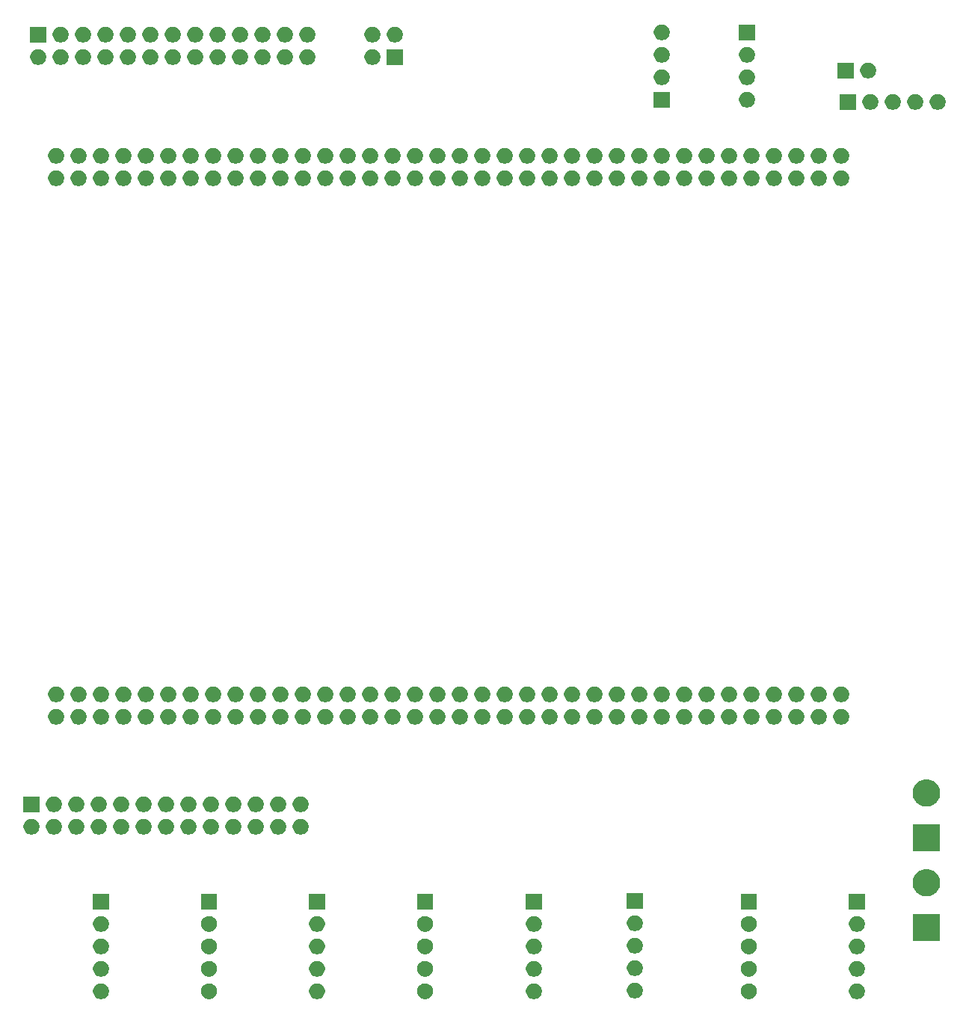
<source format=gbr>
G04 #@! TF.GenerationSoftware,KiCad,Pcbnew,(5.1.5)-3*
G04 #@! TF.CreationDate,2020-07-04T04:53:43+02:00*
G04 #@! TF.ProjectId,mixer,6d697865-722e-46b6-9963-61645f706362,rev?*
G04 #@! TF.SameCoordinates,Original*
G04 #@! TF.FileFunction,Soldermask,Bot*
G04 #@! TF.FilePolarity,Negative*
%FSLAX46Y46*%
G04 Gerber Fmt 4.6, Leading zero omitted, Abs format (unit mm)*
G04 Created by KiCad (PCBNEW (5.1.5)-3) date 2020-07-04 04:53:43*
%MOMM*%
%LPD*%
G04 APERTURE LIST*
%ADD10C,0.100000*%
G04 APERTURE END LIST*
D10*
G36*
X150989512Y-318210287D02*
G01*
X151138812Y-318239984D01*
X151302784Y-318307904D01*
X151450354Y-318406507D01*
X151575853Y-318532006D01*
X151674456Y-318679576D01*
X151742376Y-318843548D01*
X151777000Y-319017619D01*
X151777000Y-319195101D01*
X151742376Y-319369172D01*
X151674456Y-319533144D01*
X151575853Y-319680714D01*
X151450354Y-319806213D01*
X151302784Y-319904816D01*
X151138812Y-319972736D01*
X150989512Y-320002433D01*
X150964742Y-320007360D01*
X150787258Y-320007360D01*
X150762488Y-320002433D01*
X150613188Y-319972736D01*
X150449216Y-319904816D01*
X150301646Y-319806213D01*
X150176147Y-319680714D01*
X150077544Y-319533144D01*
X150009624Y-319369172D01*
X149975000Y-319195101D01*
X149975000Y-319017619D01*
X150009624Y-318843548D01*
X150077544Y-318679576D01*
X150176147Y-318532006D01*
X150301646Y-318406507D01*
X150449216Y-318307904D01*
X150613188Y-318239984D01*
X150762488Y-318210287D01*
X150787258Y-318205360D01*
X150964742Y-318205360D01*
X150989512Y-318210287D01*
G37*
G36*
X138653512Y-318210287D02*
G01*
X138802812Y-318239984D01*
X138966784Y-318307904D01*
X139114354Y-318406507D01*
X139239853Y-318532006D01*
X139338456Y-318679576D01*
X139406376Y-318843548D01*
X139441000Y-319017619D01*
X139441000Y-319195101D01*
X139406376Y-319369172D01*
X139338456Y-319533144D01*
X139239853Y-319680714D01*
X139114354Y-319806213D01*
X138966784Y-319904816D01*
X138802812Y-319972736D01*
X138653512Y-320002433D01*
X138628742Y-320007360D01*
X138451258Y-320007360D01*
X138426488Y-320002433D01*
X138277188Y-319972736D01*
X138113216Y-319904816D01*
X137965646Y-319806213D01*
X137840147Y-319680714D01*
X137741544Y-319533144D01*
X137673624Y-319369172D01*
X137639000Y-319195101D01*
X137639000Y-319017619D01*
X137673624Y-318843548D01*
X137741544Y-318679576D01*
X137840147Y-318532006D01*
X137965646Y-318406507D01*
X138113216Y-318307904D01*
X138277188Y-318239984D01*
X138426488Y-318210287D01*
X138451258Y-318205360D01*
X138628742Y-318205360D01*
X138653512Y-318210287D01*
G37*
G36*
X126425512Y-318210287D02*
G01*
X126574812Y-318239984D01*
X126738784Y-318307904D01*
X126886354Y-318406507D01*
X127011853Y-318532006D01*
X127110456Y-318679576D01*
X127178376Y-318843548D01*
X127213000Y-319017619D01*
X127213000Y-319195101D01*
X127178376Y-319369172D01*
X127110456Y-319533144D01*
X127011853Y-319680714D01*
X126886354Y-319806213D01*
X126738784Y-319904816D01*
X126574812Y-319972736D01*
X126425512Y-320002433D01*
X126400742Y-320007360D01*
X126223258Y-320007360D01*
X126198488Y-320002433D01*
X126049188Y-319972736D01*
X125885216Y-319904816D01*
X125737646Y-319806213D01*
X125612147Y-319680714D01*
X125513544Y-319533144D01*
X125445624Y-319369172D01*
X125411000Y-319195101D01*
X125411000Y-319017619D01*
X125445624Y-318843548D01*
X125513544Y-318679576D01*
X125612147Y-318532006D01*
X125737646Y-318406507D01*
X125885216Y-318307904D01*
X126049188Y-318239984D01*
X126198488Y-318210287D01*
X126223258Y-318205360D01*
X126400742Y-318205360D01*
X126425512Y-318210287D01*
G37*
G36*
X114197512Y-318210287D02*
G01*
X114346812Y-318239984D01*
X114510784Y-318307904D01*
X114658354Y-318406507D01*
X114783853Y-318532006D01*
X114882456Y-318679576D01*
X114950376Y-318843548D01*
X114985000Y-319017619D01*
X114985000Y-319195101D01*
X114950376Y-319369172D01*
X114882456Y-319533144D01*
X114783853Y-319680714D01*
X114658354Y-319806213D01*
X114510784Y-319904816D01*
X114346812Y-319972736D01*
X114197512Y-320002433D01*
X114172742Y-320007360D01*
X113995258Y-320007360D01*
X113970488Y-320002433D01*
X113821188Y-319972736D01*
X113657216Y-319904816D01*
X113509646Y-319806213D01*
X113384147Y-319680714D01*
X113285544Y-319533144D01*
X113217624Y-319369172D01*
X113183000Y-319195101D01*
X113183000Y-319017619D01*
X113217624Y-318843548D01*
X113285544Y-318679576D01*
X113384147Y-318532006D01*
X113509646Y-318406507D01*
X113657216Y-318307904D01*
X113821188Y-318239984D01*
X113970488Y-318210287D01*
X113995258Y-318205360D01*
X114172742Y-318205360D01*
X114197512Y-318210287D01*
G37*
G36*
X101969512Y-318210287D02*
G01*
X102118812Y-318239984D01*
X102282784Y-318307904D01*
X102430354Y-318406507D01*
X102555853Y-318532006D01*
X102654456Y-318679576D01*
X102722376Y-318843548D01*
X102757000Y-319017619D01*
X102757000Y-319195101D01*
X102722376Y-319369172D01*
X102654456Y-319533144D01*
X102555853Y-319680714D01*
X102430354Y-319806213D01*
X102282784Y-319904816D01*
X102118812Y-319972736D01*
X101969512Y-320002433D01*
X101944742Y-320007360D01*
X101767258Y-320007360D01*
X101742488Y-320002433D01*
X101593188Y-319972736D01*
X101429216Y-319904816D01*
X101281646Y-319806213D01*
X101156147Y-319680714D01*
X101057544Y-319533144D01*
X100989624Y-319369172D01*
X100955000Y-319195101D01*
X100955000Y-319017619D01*
X100989624Y-318843548D01*
X101057544Y-318679576D01*
X101156147Y-318532006D01*
X101281646Y-318406507D01*
X101429216Y-318307904D01*
X101593188Y-318239984D01*
X101742488Y-318210287D01*
X101767258Y-318205360D01*
X101944742Y-318205360D01*
X101969512Y-318210287D01*
G37*
G36*
X187565512Y-318210287D02*
G01*
X187714812Y-318239984D01*
X187878784Y-318307904D01*
X188026354Y-318406507D01*
X188151853Y-318532006D01*
X188250456Y-318679576D01*
X188318376Y-318843548D01*
X188353000Y-319017619D01*
X188353000Y-319195101D01*
X188318376Y-319369172D01*
X188250456Y-319533144D01*
X188151853Y-319680714D01*
X188026354Y-319806213D01*
X187878784Y-319904816D01*
X187714812Y-319972736D01*
X187565512Y-320002433D01*
X187540742Y-320007360D01*
X187363258Y-320007360D01*
X187338488Y-320002433D01*
X187189188Y-319972736D01*
X187025216Y-319904816D01*
X186877646Y-319806213D01*
X186752147Y-319680714D01*
X186653544Y-319533144D01*
X186585624Y-319369172D01*
X186551000Y-319195101D01*
X186551000Y-319017619D01*
X186585624Y-318843548D01*
X186653544Y-318679576D01*
X186752147Y-318532006D01*
X186877646Y-318406507D01*
X187025216Y-318307904D01*
X187189188Y-318239984D01*
X187338488Y-318210287D01*
X187363258Y-318205360D01*
X187540742Y-318205360D01*
X187565512Y-318210287D01*
G37*
G36*
X175337512Y-318210287D02*
G01*
X175486812Y-318239984D01*
X175650784Y-318307904D01*
X175798354Y-318406507D01*
X175923853Y-318532006D01*
X176022456Y-318679576D01*
X176090376Y-318843548D01*
X176125000Y-319017619D01*
X176125000Y-319195101D01*
X176090376Y-319369172D01*
X176022456Y-319533144D01*
X175923853Y-319680714D01*
X175798354Y-319806213D01*
X175650784Y-319904816D01*
X175486812Y-319972736D01*
X175337512Y-320002433D01*
X175312742Y-320007360D01*
X175135258Y-320007360D01*
X175110488Y-320002433D01*
X174961188Y-319972736D01*
X174797216Y-319904816D01*
X174649646Y-319806213D01*
X174524147Y-319680714D01*
X174425544Y-319533144D01*
X174357624Y-319369172D01*
X174323000Y-319195101D01*
X174323000Y-319017619D01*
X174357624Y-318843548D01*
X174425544Y-318679576D01*
X174524147Y-318532006D01*
X174649646Y-318406507D01*
X174797216Y-318307904D01*
X174961188Y-318239984D01*
X175110488Y-318210287D01*
X175135258Y-318205360D01*
X175312742Y-318205360D01*
X175337512Y-318210287D01*
G37*
G36*
X162419512Y-318127927D02*
G01*
X162568812Y-318157624D01*
X162732784Y-318225544D01*
X162880354Y-318324147D01*
X163005853Y-318449646D01*
X163104456Y-318597216D01*
X163172376Y-318761188D01*
X163207000Y-318935259D01*
X163207000Y-319112741D01*
X163172376Y-319286812D01*
X163104456Y-319450784D01*
X163005853Y-319598354D01*
X162880354Y-319723853D01*
X162732784Y-319822456D01*
X162568812Y-319890376D01*
X162419512Y-319920073D01*
X162394742Y-319925000D01*
X162217258Y-319925000D01*
X162192488Y-319920073D01*
X162043188Y-319890376D01*
X161879216Y-319822456D01*
X161731646Y-319723853D01*
X161606147Y-319598354D01*
X161507544Y-319450784D01*
X161439624Y-319286812D01*
X161405000Y-319112741D01*
X161405000Y-318935259D01*
X161439624Y-318761188D01*
X161507544Y-318597216D01*
X161606147Y-318449646D01*
X161731646Y-318324147D01*
X161879216Y-318225544D01*
X162043188Y-318157624D01*
X162192488Y-318127927D01*
X162217258Y-318123000D01*
X162394742Y-318123000D01*
X162419512Y-318127927D01*
G37*
G36*
X175337512Y-315670287D02*
G01*
X175486812Y-315699984D01*
X175650784Y-315767904D01*
X175798354Y-315866507D01*
X175923853Y-315992006D01*
X176022456Y-316139576D01*
X176090376Y-316303548D01*
X176125000Y-316477619D01*
X176125000Y-316655101D01*
X176090376Y-316829172D01*
X176022456Y-316993144D01*
X175923853Y-317140714D01*
X175798354Y-317266213D01*
X175650784Y-317364816D01*
X175486812Y-317432736D01*
X175337512Y-317462433D01*
X175312742Y-317467360D01*
X175135258Y-317467360D01*
X175110488Y-317462433D01*
X174961188Y-317432736D01*
X174797216Y-317364816D01*
X174649646Y-317266213D01*
X174524147Y-317140714D01*
X174425544Y-316993144D01*
X174357624Y-316829172D01*
X174323000Y-316655101D01*
X174323000Y-316477619D01*
X174357624Y-316303548D01*
X174425544Y-316139576D01*
X174524147Y-315992006D01*
X174649646Y-315866507D01*
X174797216Y-315767904D01*
X174961188Y-315699984D01*
X175110488Y-315670287D01*
X175135258Y-315665360D01*
X175312742Y-315665360D01*
X175337512Y-315670287D01*
G37*
G36*
X187565512Y-315670287D02*
G01*
X187714812Y-315699984D01*
X187878784Y-315767904D01*
X188026354Y-315866507D01*
X188151853Y-315992006D01*
X188250456Y-316139576D01*
X188318376Y-316303548D01*
X188353000Y-316477619D01*
X188353000Y-316655101D01*
X188318376Y-316829172D01*
X188250456Y-316993144D01*
X188151853Y-317140714D01*
X188026354Y-317266213D01*
X187878784Y-317364816D01*
X187714812Y-317432736D01*
X187565512Y-317462433D01*
X187540742Y-317467360D01*
X187363258Y-317467360D01*
X187338488Y-317462433D01*
X187189188Y-317432736D01*
X187025216Y-317364816D01*
X186877646Y-317266213D01*
X186752147Y-317140714D01*
X186653544Y-316993144D01*
X186585624Y-316829172D01*
X186551000Y-316655101D01*
X186551000Y-316477619D01*
X186585624Y-316303548D01*
X186653544Y-316139576D01*
X186752147Y-315992006D01*
X186877646Y-315866507D01*
X187025216Y-315767904D01*
X187189188Y-315699984D01*
X187338488Y-315670287D01*
X187363258Y-315665360D01*
X187540742Y-315665360D01*
X187565512Y-315670287D01*
G37*
G36*
X150989512Y-315670287D02*
G01*
X151138812Y-315699984D01*
X151302784Y-315767904D01*
X151450354Y-315866507D01*
X151575853Y-315992006D01*
X151674456Y-316139576D01*
X151742376Y-316303548D01*
X151777000Y-316477619D01*
X151777000Y-316655101D01*
X151742376Y-316829172D01*
X151674456Y-316993144D01*
X151575853Y-317140714D01*
X151450354Y-317266213D01*
X151302784Y-317364816D01*
X151138812Y-317432736D01*
X150989512Y-317462433D01*
X150964742Y-317467360D01*
X150787258Y-317467360D01*
X150762488Y-317462433D01*
X150613188Y-317432736D01*
X150449216Y-317364816D01*
X150301646Y-317266213D01*
X150176147Y-317140714D01*
X150077544Y-316993144D01*
X150009624Y-316829172D01*
X149975000Y-316655101D01*
X149975000Y-316477619D01*
X150009624Y-316303548D01*
X150077544Y-316139576D01*
X150176147Y-315992006D01*
X150301646Y-315866507D01*
X150449216Y-315767904D01*
X150613188Y-315699984D01*
X150762488Y-315670287D01*
X150787258Y-315665360D01*
X150964742Y-315665360D01*
X150989512Y-315670287D01*
G37*
G36*
X114197512Y-315670287D02*
G01*
X114346812Y-315699984D01*
X114510784Y-315767904D01*
X114658354Y-315866507D01*
X114783853Y-315992006D01*
X114882456Y-316139576D01*
X114950376Y-316303548D01*
X114985000Y-316477619D01*
X114985000Y-316655101D01*
X114950376Y-316829172D01*
X114882456Y-316993144D01*
X114783853Y-317140714D01*
X114658354Y-317266213D01*
X114510784Y-317364816D01*
X114346812Y-317432736D01*
X114197512Y-317462433D01*
X114172742Y-317467360D01*
X113995258Y-317467360D01*
X113970488Y-317462433D01*
X113821188Y-317432736D01*
X113657216Y-317364816D01*
X113509646Y-317266213D01*
X113384147Y-317140714D01*
X113285544Y-316993144D01*
X113217624Y-316829172D01*
X113183000Y-316655101D01*
X113183000Y-316477619D01*
X113217624Y-316303548D01*
X113285544Y-316139576D01*
X113384147Y-315992006D01*
X113509646Y-315866507D01*
X113657216Y-315767904D01*
X113821188Y-315699984D01*
X113970488Y-315670287D01*
X113995258Y-315665360D01*
X114172742Y-315665360D01*
X114197512Y-315670287D01*
G37*
G36*
X138653512Y-315670287D02*
G01*
X138802812Y-315699984D01*
X138966784Y-315767904D01*
X139114354Y-315866507D01*
X139239853Y-315992006D01*
X139338456Y-316139576D01*
X139406376Y-316303548D01*
X139441000Y-316477619D01*
X139441000Y-316655101D01*
X139406376Y-316829172D01*
X139338456Y-316993144D01*
X139239853Y-317140714D01*
X139114354Y-317266213D01*
X138966784Y-317364816D01*
X138802812Y-317432736D01*
X138653512Y-317462433D01*
X138628742Y-317467360D01*
X138451258Y-317467360D01*
X138426488Y-317462433D01*
X138277188Y-317432736D01*
X138113216Y-317364816D01*
X137965646Y-317266213D01*
X137840147Y-317140714D01*
X137741544Y-316993144D01*
X137673624Y-316829172D01*
X137639000Y-316655101D01*
X137639000Y-316477619D01*
X137673624Y-316303548D01*
X137741544Y-316139576D01*
X137840147Y-315992006D01*
X137965646Y-315866507D01*
X138113216Y-315767904D01*
X138277188Y-315699984D01*
X138426488Y-315670287D01*
X138451258Y-315665360D01*
X138628742Y-315665360D01*
X138653512Y-315670287D01*
G37*
G36*
X101969512Y-315670287D02*
G01*
X102118812Y-315699984D01*
X102282784Y-315767904D01*
X102430354Y-315866507D01*
X102555853Y-315992006D01*
X102654456Y-316139576D01*
X102722376Y-316303548D01*
X102757000Y-316477619D01*
X102757000Y-316655101D01*
X102722376Y-316829172D01*
X102654456Y-316993144D01*
X102555853Y-317140714D01*
X102430354Y-317266213D01*
X102282784Y-317364816D01*
X102118812Y-317432736D01*
X101969512Y-317462433D01*
X101944742Y-317467360D01*
X101767258Y-317467360D01*
X101742488Y-317462433D01*
X101593188Y-317432736D01*
X101429216Y-317364816D01*
X101281646Y-317266213D01*
X101156147Y-317140714D01*
X101057544Y-316993144D01*
X100989624Y-316829172D01*
X100955000Y-316655101D01*
X100955000Y-316477619D01*
X100989624Y-316303548D01*
X101057544Y-316139576D01*
X101156147Y-315992006D01*
X101281646Y-315866507D01*
X101429216Y-315767904D01*
X101593188Y-315699984D01*
X101742488Y-315670287D01*
X101767258Y-315665360D01*
X101944742Y-315665360D01*
X101969512Y-315670287D01*
G37*
G36*
X126425512Y-315670287D02*
G01*
X126574812Y-315699984D01*
X126738784Y-315767904D01*
X126886354Y-315866507D01*
X127011853Y-315992006D01*
X127110456Y-316139576D01*
X127178376Y-316303548D01*
X127213000Y-316477619D01*
X127213000Y-316655101D01*
X127178376Y-316829172D01*
X127110456Y-316993144D01*
X127011853Y-317140714D01*
X126886354Y-317266213D01*
X126738784Y-317364816D01*
X126574812Y-317432736D01*
X126425512Y-317462433D01*
X126400742Y-317467360D01*
X126223258Y-317467360D01*
X126198488Y-317462433D01*
X126049188Y-317432736D01*
X125885216Y-317364816D01*
X125737646Y-317266213D01*
X125612147Y-317140714D01*
X125513544Y-316993144D01*
X125445624Y-316829172D01*
X125411000Y-316655101D01*
X125411000Y-316477619D01*
X125445624Y-316303548D01*
X125513544Y-316139576D01*
X125612147Y-315992006D01*
X125737646Y-315866507D01*
X125885216Y-315767904D01*
X126049188Y-315699984D01*
X126198488Y-315670287D01*
X126223258Y-315665360D01*
X126400742Y-315665360D01*
X126425512Y-315670287D01*
G37*
G36*
X162419512Y-315587927D02*
G01*
X162568812Y-315617624D01*
X162732784Y-315685544D01*
X162880354Y-315784147D01*
X163005853Y-315909646D01*
X163104456Y-316057216D01*
X163172376Y-316221188D01*
X163207000Y-316395259D01*
X163207000Y-316572741D01*
X163172376Y-316746812D01*
X163104456Y-316910784D01*
X163005853Y-317058354D01*
X162880354Y-317183853D01*
X162732784Y-317282456D01*
X162568812Y-317350376D01*
X162419512Y-317380073D01*
X162394742Y-317385000D01*
X162217258Y-317385000D01*
X162192488Y-317380073D01*
X162043188Y-317350376D01*
X161879216Y-317282456D01*
X161731646Y-317183853D01*
X161606147Y-317058354D01*
X161507544Y-316910784D01*
X161439624Y-316746812D01*
X161405000Y-316572741D01*
X161405000Y-316395259D01*
X161439624Y-316221188D01*
X161507544Y-316057216D01*
X161606147Y-315909646D01*
X161731646Y-315784147D01*
X161879216Y-315685544D01*
X162043188Y-315617624D01*
X162192488Y-315587927D01*
X162217258Y-315583000D01*
X162394742Y-315583000D01*
X162419512Y-315587927D01*
G37*
G36*
X126425512Y-313130287D02*
G01*
X126574812Y-313159984D01*
X126738784Y-313227904D01*
X126886354Y-313326507D01*
X127011853Y-313452006D01*
X127110456Y-313599576D01*
X127178376Y-313763548D01*
X127213000Y-313937619D01*
X127213000Y-314115101D01*
X127178376Y-314289172D01*
X127110456Y-314453144D01*
X127011853Y-314600714D01*
X126886354Y-314726213D01*
X126738784Y-314824816D01*
X126574812Y-314892736D01*
X126425512Y-314922433D01*
X126400742Y-314927360D01*
X126223258Y-314927360D01*
X126198488Y-314922433D01*
X126049188Y-314892736D01*
X125885216Y-314824816D01*
X125737646Y-314726213D01*
X125612147Y-314600714D01*
X125513544Y-314453144D01*
X125445624Y-314289172D01*
X125411000Y-314115101D01*
X125411000Y-313937619D01*
X125445624Y-313763548D01*
X125513544Y-313599576D01*
X125612147Y-313452006D01*
X125737646Y-313326507D01*
X125885216Y-313227904D01*
X126049188Y-313159984D01*
X126198488Y-313130287D01*
X126223258Y-313125360D01*
X126400742Y-313125360D01*
X126425512Y-313130287D01*
G37*
G36*
X175337512Y-313130287D02*
G01*
X175486812Y-313159984D01*
X175650784Y-313227904D01*
X175798354Y-313326507D01*
X175923853Y-313452006D01*
X176022456Y-313599576D01*
X176090376Y-313763548D01*
X176125000Y-313937619D01*
X176125000Y-314115101D01*
X176090376Y-314289172D01*
X176022456Y-314453144D01*
X175923853Y-314600714D01*
X175798354Y-314726213D01*
X175650784Y-314824816D01*
X175486812Y-314892736D01*
X175337512Y-314922433D01*
X175312742Y-314927360D01*
X175135258Y-314927360D01*
X175110488Y-314922433D01*
X174961188Y-314892736D01*
X174797216Y-314824816D01*
X174649646Y-314726213D01*
X174524147Y-314600714D01*
X174425544Y-314453144D01*
X174357624Y-314289172D01*
X174323000Y-314115101D01*
X174323000Y-313937619D01*
X174357624Y-313763548D01*
X174425544Y-313599576D01*
X174524147Y-313452006D01*
X174649646Y-313326507D01*
X174797216Y-313227904D01*
X174961188Y-313159984D01*
X175110488Y-313130287D01*
X175135258Y-313125360D01*
X175312742Y-313125360D01*
X175337512Y-313130287D01*
G37*
G36*
X101969512Y-313130287D02*
G01*
X102118812Y-313159984D01*
X102282784Y-313227904D01*
X102430354Y-313326507D01*
X102555853Y-313452006D01*
X102654456Y-313599576D01*
X102722376Y-313763548D01*
X102757000Y-313937619D01*
X102757000Y-314115101D01*
X102722376Y-314289172D01*
X102654456Y-314453144D01*
X102555853Y-314600714D01*
X102430354Y-314726213D01*
X102282784Y-314824816D01*
X102118812Y-314892736D01*
X101969512Y-314922433D01*
X101944742Y-314927360D01*
X101767258Y-314927360D01*
X101742488Y-314922433D01*
X101593188Y-314892736D01*
X101429216Y-314824816D01*
X101281646Y-314726213D01*
X101156147Y-314600714D01*
X101057544Y-314453144D01*
X100989624Y-314289172D01*
X100955000Y-314115101D01*
X100955000Y-313937619D01*
X100989624Y-313763548D01*
X101057544Y-313599576D01*
X101156147Y-313452006D01*
X101281646Y-313326507D01*
X101429216Y-313227904D01*
X101593188Y-313159984D01*
X101742488Y-313130287D01*
X101767258Y-313125360D01*
X101944742Y-313125360D01*
X101969512Y-313130287D01*
G37*
G36*
X114197512Y-313130287D02*
G01*
X114346812Y-313159984D01*
X114510784Y-313227904D01*
X114658354Y-313326507D01*
X114783853Y-313452006D01*
X114882456Y-313599576D01*
X114950376Y-313763548D01*
X114985000Y-313937619D01*
X114985000Y-314115101D01*
X114950376Y-314289172D01*
X114882456Y-314453144D01*
X114783853Y-314600714D01*
X114658354Y-314726213D01*
X114510784Y-314824816D01*
X114346812Y-314892736D01*
X114197512Y-314922433D01*
X114172742Y-314927360D01*
X113995258Y-314927360D01*
X113970488Y-314922433D01*
X113821188Y-314892736D01*
X113657216Y-314824816D01*
X113509646Y-314726213D01*
X113384147Y-314600714D01*
X113285544Y-314453144D01*
X113217624Y-314289172D01*
X113183000Y-314115101D01*
X113183000Y-313937619D01*
X113217624Y-313763548D01*
X113285544Y-313599576D01*
X113384147Y-313452006D01*
X113509646Y-313326507D01*
X113657216Y-313227904D01*
X113821188Y-313159984D01*
X113970488Y-313130287D01*
X113995258Y-313125360D01*
X114172742Y-313125360D01*
X114197512Y-313130287D01*
G37*
G36*
X150989512Y-313130287D02*
G01*
X151138812Y-313159984D01*
X151302784Y-313227904D01*
X151450354Y-313326507D01*
X151575853Y-313452006D01*
X151674456Y-313599576D01*
X151742376Y-313763548D01*
X151777000Y-313937619D01*
X151777000Y-314115101D01*
X151742376Y-314289172D01*
X151674456Y-314453144D01*
X151575853Y-314600714D01*
X151450354Y-314726213D01*
X151302784Y-314824816D01*
X151138812Y-314892736D01*
X150989512Y-314922433D01*
X150964742Y-314927360D01*
X150787258Y-314927360D01*
X150762488Y-314922433D01*
X150613188Y-314892736D01*
X150449216Y-314824816D01*
X150301646Y-314726213D01*
X150176147Y-314600714D01*
X150077544Y-314453144D01*
X150009624Y-314289172D01*
X149975000Y-314115101D01*
X149975000Y-313937619D01*
X150009624Y-313763548D01*
X150077544Y-313599576D01*
X150176147Y-313452006D01*
X150301646Y-313326507D01*
X150449216Y-313227904D01*
X150613188Y-313159984D01*
X150762488Y-313130287D01*
X150787258Y-313125360D01*
X150964742Y-313125360D01*
X150989512Y-313130287D01*
G37*
G36*
X138653512Y-313130287D02*
G01*
X138802812Y-313159984D01*
X138966784Y-313227904D01*
X139114354Y-313326507D01*
X139239853Y-313452006D01*
X139338456Y-313599576D01*
X139406376Y-313763548D01*
X139441000Y-313937619D01*
X139441000Y-314115101D01*
X139406376Y-314289172D01*
X139338456Y-314453144D01*
X139239853Y-314600714D01*
X139114354Y-314726213D01*
X138966784Y-314824816D01*
X138802812Y-314892736D01*
X138653512Y-314922433D01*
X138628742Y-314927360D01*
X138451258Y-314927360D01*
X138426488Y-314922433D01*
X138277188Y-314892736D01*
X138113216Y-314824816D01*
X137965646Y-314726213D01*
X137840147Y-314600714D01*
X137741544Y-314453144D01*
X137673624Y-314289172D01*
X137639000Y-314115101D01*
X137639000Y-313937619D01*
X137673624Y-313763548D01*
X137741544Y-313599576D01*
X137840147Y-313452006D01*
X137965646Y-313326507D01*
X138113216Y-313227904D01*
X138277188Y-313159984D01*
X138426488Y-313130287D01*
X138451258Y-313125360D01*
X138628742Y-313125360D01*
X138653512Y-313130287D01*
G37*
G36*
X187565512Y-313130287D02*
G01*
X187714812Y-313159984D01*
X187878784Y-313227904D01*
X188026354Y-313326507D01*
X188151853Y-313452006D01*
X188250456Y-313599576D01*
X188318376Y-313763548D01*
X188353000Y-313937619D01*
X188353000Y-314115101D01*
X188318376Y-314289172D01*
X188250456Y-314453144D01*
X188151853Y-314600714D01*
X188026354Y-314726213D01*
X187878784Y-314824816D01*
X187714812Y-314892736D01*
X187565512Y-314922433D01*
X187540742Y-314927360D01*
X187363258Y-314927360D01*
X187338488Y-314922433D01*
X187189188Y-314892736D01*
X187025216Y-314824816D01*
X186877646Y-314726213D01*
X186752147Y-314600714D01*
X186653544Y-314453144D01*
X186585624Y-314289172D01*
X186551000Y-314115101D01*
X186551000Y-313937619D01*
X186585624Y-313763548D01*
X186653544Y-313599576D01*
X186752147Y-313452006D01*
X186877646Y-313326507D01*
X187025216Y-313227904D01*
X187189188Y-313159984D01*
X187338488Y-313130287D01*
X187363258Y-313125360D01*
X187540742Y-313125360D01*
X187565512Y-313130287D01*
G37*
G36*
X162419512Y-313047927D02*
G01*
X162568812Y-313077624D01*
X162732784Y-313145544D01*
X162880354Y-313244147D01*
X163005853Y-313369646D01*
X163104456Y-313517216D01*
X163172376Y-313681188D01*
X163207000Y-313855259D01*
X163207000Y-314032741D01*
X163172376Y-314206812D01*
X163104456Y-314370784D01*
X163005853Y-314518354D01*
X162880354Y-314643853D01*
X162732784Y-314742456D01*
X162568812Y-314810376D01*
X162419512Y-314840073D01*
X162394742Y-314845000D01*
X162217258Y-314845000D01*
X162192488Y-314840073D01*
X162043188Y-314810376D01*
X161879216Y-314742456D01*
X161731646Y-314643853D01*
X161606147Y-314518354D01*
X161507544Y-314370784D01*
X161439624Y-314206812D01*
X161405000Y-314032741D01*
X161405000Y-313855259D01*
X161439624Y-313681188D01*
X161507544Y-313517216D01*
X161606147Y-313369646D01*
X161731646Y-313244147D01*
X161879216Y-313145544D01*
X162043188Y-313077624D01*
X162192488Y-313047927D01*
X162217258Y-313043000D01*
X162394742Y-313043000D01*
X162419512Y-313047927D01*
G37*
G36*
X196877000Y-313463000D02*
G01*
X193775000Y-313463000D01*
X193775000Y-310361000D01*
X196877000Y-310361000D01*
X196877000Y-313463000D01*
G37*
G36*
X114197512Y-310590287D02*
G01*
X114346812Y-310619984D01*
X114510784Y-310687904D01*
X114658354Y-310786507D01*
X114783853Y-310912006D01*
X114882456Y-311059576D01*
X114950376Y-311223548D01*
X114985000Y-311397619D01*
X114985000Y-311575101D01*
X114950376Y-311749172D01*
X114882456Y-311913144D01*
X114783853Y-312060714D01*
X114658354Y-312186213D01*
X114510784Y-312284816D01*
X114346812Y-312352736D01*
X114197512Y-312382433D01*
X114172742Y-312387360D01*
X113995258Y-312387360D01*
X113970488Y-312382433D01*
X113821188Y-312352736D01*
X113657216Y-312284816D01*
X113509646Y-312186213D01*
X113384147Y-312060714D01*
X113285544Y-311913144D01*
X113217624Y-311749172D01*
X113183000Y-311575101D01*
X113183000Y-311397619D01*
X113217624Y-311223548D01*
X113285544Y-311059576D01*
X113384147Y-310912006D01*
X113509646Y-310786507D01*
X113657216Y-310687904D01*
X113821188Y-310619984D01*
X113970488Y-310590287D01*
X113995258Y-310585360D01*
X114172742Y-310585360D01*
X114197512Y-310590287D01*
G37*
G36*
X101969512Y-310590287D02*
G01*
X102118812Y-310619984D01*
X102282784Y-310687904D01*
X102430354Y-310786507D01*
X102555853Y-310912006D01*
X102654456Y-311059576D01*
X102722376Y-311223548D01*
X102757000Y-311397619D01*
X102757000Y-311575101D01*
X102722376Y-311749172D01*
X102654456Y-311913144D01*
X102555853Y-312060714D01*
X102430354Y-312186213D01*
X102282784Y-312284816D01*
X102118812Y-312352736D01*
X101969512Y-312382433D01*
X101944742Y-312387360D01*
X101767258Y-312387360D01*
X101742488Y-312382433D01*
X101593188Y-312352736D01*
X101429216Y-312284816D01*
X101281646Y-312186213D01*
X101156147Y-312060714D01*
X101057544Y-311913144D01*
X100989624Y-311749172D01*
X100955000Y-311575101D01*
X100955000Y-311397619D01*
X100989624Y-311223548D01*
X101057544Y-311059576D01*
X101156147Y-310912006D01*
X101281646Y-310786507D01*
X101429216Y-310687904D01*
X101593188Y-310619984D01*
X101742488Y-310590287D01*
X101767258Y-310585360D01*
X101944742Y-310585360D01*
X101969512Y-310590287D01*
G37*
G36*
X138653512Y-310590287D02*
G01*
X138802812Y-310619984D01*
X138966784Y-310687904D01*
X139114354Y-310786507D01*
X139239853Y-310912006D01*
X139338456Y-311059576D01*
X139406376Y-311223548D01*
X139441000Y-311397619D01*
X139441000Y-311575101D01*
X139406376Y-311749172D01*
X139338456Y-311913144D01*
X139239853Y-312060714D01*
X139114354Y-312186213D01*
X138966784Y-312284816D01*
X138802812Y-312352736D01*
X138653512Y-312382433D01*
X138628742Y-312387360D01*
X138451258Y-312387360D01*
X138426488Y-312382433D01*
X138277188Y-312352736D01*
X138113216Y-312284816D01*
X137965646Y-312186213D01*
X137840147Y-312060714D01*
X137741544Y-311913144D01*
X137673624Y-311749172D01*
X137639000Y-311575101D01*
X137639000Y-311397619D01*
X137673624Y-311223548D01*
X137741544Y-311059576D01*
X137840147Y-310912006D01*
X137965646Y-310786507D01*
X138113216Y-310687904D01*
X138277188Y-310619984D01*
X138426488Y-310590287D01*
X138451258Y-310585360D01*
X138628742Y-310585360D01*
X138653512Y-310590287D01*
G37*
G36*
X175337512Y-310590287D02*
G01*
X175486812Y-310619984D01*
X175650784Y-310687904D01*
X175798354Y-310786507D01*
X175923853Y-310912006D01*
X176022456Y-311059576D01*
X176090376Y-311223548D01*
X176125000Y-311397619D01*
X176125000Y-311575101D01*
X176090376Y-311749172D01*
X176022456Y-311913144D01*
X175923853Y-312060714D01*
X175798354Y-312186213D01*
X175650784Y-312284816D01*
X175486812Y-312352736D01*
X175337512Y-312382433D01*
X175312742Y-312387360D01*
X175135258Y-312387360D01*
X175110488Y-312382433D01*
X174961188Y-312352736D01*
X174797216Y-312284816D01*
X174649646Y-312186213D01*
X174524147Y-312060714D01*
X174425544Y-311913144D01*
X174357624Y-311749172D01*
X174323000Y-311575101D01*
X174323000Y-311397619D01*
X174357624Y-311223548D01*
X174425544Y-311059576D01*
X174524147Y-310912006D01*
X174649646Y-310786507D01*
X174797216Y-310687904D01*
X174961188Y-310619984D01*
X175110488Y-310590287D01*
X175135258Y-310585360D01*
X175312742Y-310585360D01*
X175337512Y-310590287D01*
G37*
G36*
X187565512Y-310590287D02*
G01*
X187714812Y-310619984D01*
X187878784Y-310687904D01*
X188026354Y-310786507D01*
X188151853Y-310912006D01*
X188250456Y-311059576D01*
X188318376Y-311223548D01*
X188353000Y-311397619D01*
X188353000Y-311575101D01*
X188318376Y-311749172D01*
X188250456Y-311913144D01*
X188151853Y-312060714D01*
X188026354Y-312186213D01*
X187878784Y-312284816D01*
X187714812Y-312352736D01*
X187565512Y-312382433D01*
X187540742Y-312387360D01*
X187363258Y-312387360D01*
X187338488Y-312382433D01*
X187189188Y-312352736D01*
X187025216Y-312284816D01*
X186877646Y-312186213D01*
X186752147Y-312060714D01*
X186653544Y-311913144D01*
X186585624Y-311749172D01*
X186551000Y-311575101D01*
X186551000Y-311397619D01*
X186585624Y-311223548D01*
X186653544Y-311059576D01*
X186752147Y-310912006D01*
X186877646Y-310786507D01*
X187025216Y-310687904D01*
X187189188Y-310619984D01*
X187338488Y-310590287D01*
X187363258Y-310585360D01*
X187540742Y-310585360D01*
X187565512Y-310590287D01*
G37*
G36*
X126425512Y-310590287D02*
G01*
X126574812Y-310619984D01*
X126738784Y-310687904D01*
X126886354Y-310786507D01*
X127011853Y-310912006D01*
X127110456Y-311059576D01*
X127178376Y-311223548D01*
X127213000Y-311397619D01*
X127213000Y-311575101D01*
X127178376Y-311749172D01*
X127110456Y-311913144D01*
X127011853Y-312060714D01*
X126886354Y-312186213D01*
X126738784Y-312284816D01*
X126574812Y-312352736D01*
X126425512Y-312382433D01*
X126400742Y-312387360D01*
X126223258Y-312387360D01*
X126198488Y-312382433D01*
X126049188Y-312352736D01*
X125885216Y-312284816D01*
X125737646Y-312186213D01*
X125612147Y-312060714D01*
X125513544Y-311913144D01*
X125445624Y-311749172D01*
X125411000Y-311575101D01*
X125411000Y-311397619D01*
X125445624Y-311223548D01*
X125513544Y-311059576D01*
X125612147Y-310912006D01*
X125737646Y-310786507D01*
X125885216Y-310687904D01*
X126049188Y-310619984D01*
X126198488Y-310590287D01*
X126223258Y-310585360D01*
X126400742Y-310585360D01*
X126425512Y-310590287D01*
G37*
G36*
X150989512Y-310590287D02*
G01*
X151138812Y-310619984D01*
X151302784Y-310687904D01*
X151450354Y-310786507D01*
X151575853Y-310912006D01*
X151674456Y-311059576D01*
X151742376Y-311223548D01*
X151777000Y-311397619D01*
X151777000Y-311575101D01*
X151742376Y-311749172D01*
X151674456Y-311913144D01*
X151575853Y-312060714D01*
X151450354Y-312186213D01*
X151302784Y-312284816D01*
X151138812Y-312352736D01*
X150989512Y-312382433D01*
X150964742Y-312387360D01*
X150787258Y-312387360D01*
X150762488Y-312382433D01*
X150613188Y-312352736D01*
X150449216Y-312284816D01*
X150301646Y-312186213D01*
X150176147Y-312060714D01*
X150077544Y-311913144D01*
X150009624Y-311749172D01*
X149975000Y-311575101D01*
X149975000Y-311397619D01*
X150009624Y-311223548D01*
X150077544Y-311059576D01*
X150176147Y-310912006D01*
X150301646Y-310786507D01*
X150449216Y-310687904D01*
X150613188Y-310619984D01*
X150762488Y-310590287D01*
X150787258Y-310585360D01*
X150964742Y-310585360D01*
X150989512Y-310590287D01*
G37*
G36*
X162419512Y-310507927D02*
G01*
X162568812Y-310537624D01*
X162732784Y-310605544D01*
X162880354Y-310704147D01*
X163005853Y-310829646D01*
X163104456Y-310977216D01*
X163172376Y-311141188D01*
X163207000Y-311315259D01*
X163207000Y-311492741D01*
X163172376Y-311666812D01*
X163104456Y-311830784D01*
X163005853Y-311978354D01*
X162880354Y-312103853D01*
X162732784Y-312202456D01*
X162568812Y-312270376D01*
X162419512Y-312300073D01*
X162394742Y-312305000D01*
X162217258Y-312305000D01*
X162192488Y-312300073D01*
X162043188Y-312270376D01*
X161879216Y-312202456D01*
X161731646Y-312103853D01*
X161606147Y-311978354D01*
X161507544Y-311830784D01*
X161439624Y-311666812D01*
X161405000Y-311492741D01*
X161405000Y-311315259D01*
X161439624Y-311141188D01*
X161507544Y-310977216D01*
X161606147Y-310829646D01*
X161731646Y-310704147D01*
X161879216Y-310605544D01*
X162043188Y-310537624D01*
X162192488Y-310507927D01*
X162217258Y-310503000D01*
X162394742Y-310503000D01*
X162419512Y-310507927D01*
G37*
G36*
X127213000Y-309847360D02*
G01*
X125411000Y-309847360D01*
X125411000Y-308045360D01*
X127213000Y-308045360D01*
X127213000Y-309847360D01*
G37*
G36*
X139441000Y-309847360D02*
G01*
X137639000Y-309847360D01*
X137639000Y-308045360D01*
X139441000Y-308045360D01*
X139441000Y-309847360D01*
G37*
G36*
X151777000Y-309847360D02*
G01*
X149975000Y-309847360D01*
X149975000Y-308045360D01*
X151777000Y-308045360D01*
X151777000Y-309847360D01*
G37*
G36*
X102757000Y-309847360D02*
G01*
X100955000Y-309847360D01*
X100955000Y-308045360D01*
X102757000Y-308045360D01*
X102757000Y-309847360D01*
G37*
G36*
X188353000Y-309847360D02*
G01*
X186551000Y-309847360D01*
X186551000Y-308045360D01*
X188353000Y-308045360D01*
X188353000Y-309847360D01*
G37*
G36*
X176125000Y-309847360D02*
G01*
X174323000Y-309847360D01*
X174323000Y-308045360D01*
X176125000Y-308045360D01*
X176125000Y-309847360D01*
G37*
G36*
X114985000Y-309847360D02*
G01*
X113183000Y-309847360D01*
X113183000Y-308045360D01*
X114985000Y-308045360D01*
X114985000Y-309847360D01*
G37*
G36*
X163207000Y-309765000D02*
G01*
X161405000Y-309765000D01*
X161405000Y-307963000D01*
X163207000Y-307963000D01*
X163207000Y-309765000D01*
G37*
G36*
X195628585Y-305310802D02*
G01*
X195778410Y-305340604D01*
X196060674Y-305457521D01*
X196314705Y-305627259D01*
X196530741Y-305843295D01*
X196700479Y-306097326D01*
X196817396Y-306379590D01*
X196877000Y-306679240D01*
X196877000Y-306984760D01*
X196817396Y-307284410D01*
X196700479Y-307566674D01*
X196530741Y-307820705D01*
X196314705Y-308036741D01*
X196060674Y-308206479D01*
X195778410Y-308323396D01*
X195628585Y-308353198D01*
X195478761Y-308383000D01*
X195173239Y-308383000D01*
X195023415Y-308353198D01*
X194873590Y-308323396D01*
X194591326Y-308206479D01*
X194337295Y-308036741D01*
X194121259Y-307820705D01*
X193951521Y-307566674D01*
X193834604Y-307284410D01*
X193775000Y-306984760D01*
X193775000Y-306679240D01*
X193834604Y-306379590D01*
X193951521Y-306097326D01*
X194121259Y-305843295D01*
X194337295Y-305627259D01*
X194591326Y-305457521D01*
X194873590Y-305340604D01*
X195023415Y-305310802D01*
X195173239Y-305281000D01*
X195478761Y-305281000D01*
X195628585Y-305310802D01*
G37*
G36*
X196877000Y-303303000D02*
G01*
X193775000Y-303303000D01*
X193775000Y-300201000D01*
X196877000Y-300201000D01*
X196877000Y-303303000D01*
G37*
G36*
X122033512Y-299585927D02*
G01*
X122182812Y-299615624D01*
X122346784Y-299683544D01*
X122494354Y-299782147D01*
X122619853Y-299907646D01*
X122718456Y-300055216D01*
X122786376Y-300219188D01*
X122821000Y-300393259D01*
X122821000Y-300570741D01*
X122786376Y-300744812D01*
X122718456Y-300908784D01*
X122619853Y-301056354D01*
X122494354Y-301181853D01*
X122346784Y-301280456D01*
X122182812Y-301348376D01*
X122033512Y-301378073D01*
X122008742Y-301383000D01*
X121831258Y-301383000D01*
X121806488Y-301378073D01*
X121657188Y-301348376D01*
X121493216Y-301280456D01*
X121345646Y-301181853D01*
X121220147Y-301056354D01*
X121121544Y-300908784D01*
X121053624Y-300744812D01*
X121019000Y-300570741D01*
X121019000Y-300393259D01*
X121053624Y-300219188D01*
X121121544Y-300055216D01*
X121220147Y-299907646D01*
X121345646Y-299782147D01*
X121493216Y-299683544D01*
X121657188Y-299615624D01*
X121806488Y-299585927D01*
X121831258Y-299581000D01*
X122008742Y-299581000D01*
X122033512Y-299585927D01*
G37*
G36*
X94093512Y-299585927D02*
G01*
X94242812Y-299615624D01*
X94406784Y-299683544D01*
X94554354Y-299782147D01*
X94679853Y-299907646D01*
X94778456Y-300055216D01*
X94846376Y-300219188D01*
X94881000Y-300393259D01*
X94881000Y-300570741D01*
X94846376Y-300744812D01*
X94778456Y-300908784D01*
X94679853Y-301056354D01*
X94554354Y-301181853D01*
X94406784Y-301280456D01*
X94242812Y-301348376D01*
X94093512Y-301378073D01*
X94068742Y-301383000D01*
X93891258Y-301383000D01*
X93866488Y-301378073D01*
X93717188Y-301348376D01*
X93553216Y-301280456D01*
X93405646Y-301181853D01*
X93280147Y-301056354D01*
X93181544Y-300908784D01*
X93113624Y-300744812D01*
X93079000Y-300570741D01*
X93079000Y-300393259D01*
X93113624Y-300219188D01*
X93181544Y-300055216D01*
X93280147Y-299907646D01*
X93405646Y-299782147D01*
X93553216Y-299683544D01*
X93717188Y-299615624D01*
X93866488Y-299585927D01*
X93891258Y-299581000D01*
X94068742Y-299581000D01*
X94093512Y-299585927D01*
G37*
G36*
X96633512Y-299585927D02*
G01*
X96782812Y-299615624D01*
X96946784Y-299683544D01*
X97094354Y-299782147D01*
X97219853Y-299907646D01*
X97318456Y-300055216D01*
X97386376Y-300219188D01*
X97421000Y-300393259D01*
X97421000Y-300570741D01*
X97386376Y-300744812D01*
X97318456Y-300908784D01*
X97219853Y-301056354D01*
X97094354Y-301181853D01*
X96946784Y-301280456D01*
X96782812Y-301348376D01*
X96633512Y-301378073D01*
X96608742Y-301383000D01*
X96431258Y-301383000D01*
X96406488Y-301378073D01*
X96257188Y-301348376D01*
X96093216Y-301280456D01*
X95945646Y-301181853D01*
X95820147Y-301056354D01*
X95721544Y-300908784D01*
X95653624Y-300744812D01*
X95619000Y-300570741D01*
X95619000Y-300393259D01*
X95653624Y-300219188D01*
X95721544Y-300055216D01*
X95820147Y-299907646D01*
X95945646Y-299782147D01*
X96093216Y-299683544D01*
X96257188Y-299615624D01*
X96406488Y-299585927D01*
X96431258Y-299581000D01*
X96608742Y-299581000D01*
X96633512Y-299585927D01*
G37*
G36*
X99173512Y-299585927D02*
G01*
X99322812Y-299615624D01*
X99486784Y-299683544D01*
X99634354Y-299782147D01*
X99759853Y-299907646D01*
X99858456Y-300055216D01*
X99926376Y-300219188D01*
X99961000Y-300393259D01*
X99961000Y-300570741D01*
X99926376Y-300744812D01*
X99858456Y-300908784D01*
X99759853Y-301056354D01*
X99634354Y-301181853D01*
X99486784Y-301280456D01*
X99322812Y-301348376D01*
X99173512Y-301378073D01*
X99148742Y-301383000D01*
X98971258Y-301383000D01*
X98946488Y-301378073D01*
X98797188Y-301348376D01*
X98633216Y-301280456D01*
X98485646Y-301181853D01*
X98360147Y-301056354D01*
X98261544Y-300908784D01*
X98193624Y-300744812D01*
X98159000Y-300570741D01*
X98159000Y-300393259D01*
X98193624Y-300219188D01*
X98261544Y-300055216D01*
X98360147Y-299907646D01*
X98485646Y-299782147D01*
X98633216Y-299683544D01*
X98797188Y-299615624D01*
X98946488Y-299585927D01*
X98971258Y-299581000D01*
X99148742Y-299581000D01*
X99173512Y-299585927D01*
G37*
G36*
X101713512Y-299585927D02*
G01*
X101862812Y-299615624D01*
X102026784Y-299683544D01*
X102174354Y-299782147D01*
X102299853Y-299907646D01*
X102398456Y-300055216D01*
X102466376Y-300219188D01*
X102501000Y-300393259D01*
X102501000Y-300570741D01*
X102466376Y-300744812D01*
X102398456Y-300908784D01*
X102299853Y-301056354D01*
X102174354Y-301181853D01*
X102026784Y-301280456D01*
X101862812Y-301348376D01*
X101713512Y-301378073D01*
X101688742Y-301383000D01*
X101511258Y-301383000D01*
X101486488Y-301378073D01*
X101337188Y-301348376D01*
X101173216Y-301280456D01*
X101025646Y-301181853D01*
X100900147Y-301056354D01*
X100801544Y-300908784D01*
X100733624Y-300744812D01*
X100699000Y-300570741D01*
X100699000Y-300393259D01*
X100733624Y-300219188D01*
X100801544Y-300055216D01*
X100900147Y-299907646D01*
X101025646Y-299782147D01*
X101173216Y-299683544D01*
X101337188Y-299615624D01*
X101486488Y-299585927D01*
X101511258Y-299581000D01*
X101688742Y-299581000D01*
X101713512Y-299585927D01*
G37*
G36*
X104253512Y-299585927D02*
G01*
X104402812Y-299615624D01*
X104566784Y-299683544D01*
X104714354Y-299782147D01*
X104839853Y-299907646D01*
X104938456Y-300055216D01*
X105006376Y-300219188D01*
X105041000Y-300393259D01*
X105041000Y-300570741D01*
X105006376Y-300744812D01*
X104938456Y-300908784D01*
X104839853Y-301056354D01*
X104714354Y-301181853D01*
X104566784Y-301280456D01*
X104402812Y-301348376D01*
X104253512Y-301378073D01*
X104228742Y-301383000D01*
X104051258Y-301383000D01*
X104026488Y-301378073D01*
X103877188Y-301348376D01*
X103713216Y-301280456D01*
X103565646Y-301181853D01*
X103440147Y-301056354D01*
X103341544Y-300908784D01*
X103273624Y-300744812D01*
X103239000Y-300570741D01*
X103239000Y-300393259D01*
X103273624Y-300219188D01*
X103341544Y-300055216D01*
X103440147Y-299907646D01*
X103565646Y-299782147D01*
X103713216Y-299683544D01*
X103877188Y-299615624D01*
X104026488Y-299585927D01*
X104051258Y-299581000D01*
X104228742Y-299581000D01*
X104253512Y-299585927D01*
G37*
G36*
X106793512Y-299585927D02*
G01*
X106942812Y-299615624D01*
X107106784Y-299683544D01*
X107254354Y-299782147D01*
X107379853Y-299907646D01*
X107478456Y-300055216D01*
X107546376Y-300219188D01*
X107581000Y-300393259D01*
X107581000Y-300570741D01*
X107546376Y-300744812D01*
X107478456Y-300908784D01*
X107379853Y-301056354D01*
X107254354Y-301181853D01*
X107106784Y-301280456D01*
X106942812Y-301348376D01*
X106793512Y-301378073D01*
X106768742Y-301383000D01*
X106591258Y-301383000D01*
X106566488Y-301378073D01*
X106417188Y-301348376D01*
X106253216Y-301280456D01*
X106105646Y-301181853D01*
X105980147Y-301056354D01*
X105881544Y-300908784D01*
X105813624Y-300744812D01*
X105779000Y-300570741D01*
X105779000Y-300393259D01*
X105813624Y-300219188D01*
X105881544Y-300055216D01*
X105980147Y-299907646D01*
X106105646Y-299782147D01*
X106253216Y-299683544D01*
X106417188Y-299615624D01*
X106566488Y-299585927D01*
X106591258Y-299581000D01*
X106768742Y-299581000D01*
X106793512Y-299585927D01*
G37*
G36*
X109333512Y-299585927D02*
G01*
X109482812Y-299615624D01*
X109646784Y-299683544D01*
X109794354Y-299782147D01*
X109919853Y-299907646D01*
X110018456Y-300055216D01*
X110086376Y-300219188D01*
X110121000Y-300393259D01*
X110121000Y-300570741D01*
X110086376Y-300744812D01*
X110018456Y-300908784D01*
X109919853Y-301056354D01*
X109794354Y-301181853D01*
X109646784Y-301280456D01*
X109482812Y-301348376D01*
X109333512Y-301378073D01*
X109308742Y-301383000D01*
X109131258Y-301383000D01*
X109106488Y-301378073D01*
X108957188Y-301348376D01*
X108793216Y-301280456D01*
X108645646Y-301181853D01*
X108520147Y-301056354D01*
X108421544Y-300908784D01*
X108353624Y-300744812D01*
X108319000Y-300570741D01*
X108319000Y-300393259D01*
X108353624Y-300219188D01*
X108421544Y-300055216D01*
X108520147Y-299907646D01*
X108645646Y-299782147D01*
X108793216Y-299683544D01*
X108957188Y-299615624D01*
X109106488Y-299585927D01*
X109131258Y-299581000D01*
X109308742Y-299581000D01*
X109333512Y-299585927D01*
G37*
G36*
X114413512Y-299585927D02*
G01*
X114562812Y-299615624D01*
X114726784Y-299683544D01*
X114874354Y-299782147D01*
X114999853Y-299907646D01*
X115098456Y-300055216D01*
X115166376Y-300219188D01*
X115201000Y-300393259D01*
X115201000Y-300570741D01*
X115166376Y-300744812D01*
X115098456Y-300908784D01*
X114999853Y-301056354D01*
X114874354Y-301181853D01*
X114726784Y-301280456D01*
X114562812Y-301348376D01*
X114413512Y-301378073D01*
X114388742Y-301383000D01*
X114211258Y-301383000D01*
X114186488Y-301378073D01*
X114037188Y-301348376D01*
X113873216Y-301280456D01*
X113725646Y-301181853D01*
X113600147Y-301056354D01*
X113501544Y-300908784D01*
X113433624Y-300744812D01*
X113399000Y-300570741D01*
X113399000Y-300393259D01*
X113433624Y-300219188D01*
X113501544Y-300055216D01*
X113600147Y-299907646D01*
X113725646Y-299782147D01*
X113873216Y-299683544D01*
X114037188Y-299615624D01*
X114186488Y-299585927D01*
X114211258Y-299581000D01*
X114388742Y-299581000D01*
X114413512Y-299585927D01*
G37*
G36*
X116953512Y-299585927D02*
G01*
X117102812Y-299615624D01*
X117266784Y-299683544D01*
X117414354Y-299782147D01*
X117539853Y-299907646D01*
X117638456Y-300055216D01*
X117706376Y-300219188D01*
X117741000Y-300393259D01*
X117741000Y-300570741D01*
X117706376Y-300744812D01*
X117638456Y-300908784D01*
X117539853Y-301056354D01*
X117414354Y-301181853D01*
X117266784Y-301280456D01*
X117102812Y-301348376D01*
X116953512Y-301378073D01*
X116928742Y-301383000D01*
X116751258Y-301383000D01*
X116726488Y-301378073D01*
X116577188Y-301348376D01*
X116413216Y-301280456D01*
X116265646Y-301181853D01*
X116140147Y-301056354D01*
X116041544Y-300908784D01*
X115973624Y-300744812D01*
X115939000Y-300570741D01*
X115939000Y-300393259D01*
X115973624Y-300219188D01*
X116041544Y-300055216D01*
X116140147Y-299907646D01*
X116265646Y-299782147D01*
X116413216Y-299683544D01*
X116577188Y-299615624D01*
X116726488Y-299585927D01*
X116751258Y-299581000D01*
X116928742Y-299581000D01*
X116953512Y-299585927D01*
G37*
G36*
X119493512Y-299585927D02*
G01*
X119642812Y-299615624D01*
X119806784Y-299683544D01*
X119954354Y-299782147D01*
X120079853Y-299907646D01*
X120178456Y-300055216D01*
X120246376Y-300219188D01*
X120281000Y-300393259D01*
X120281000Y-300570741D01*
X120246376Y-300744812D01*
X120178456Y-300908784D01*
X120079853Y-301056354D01*
X119954354Y-301181853D01*
X119806784Y-301280456D01*
X119642812Y-301348376D01*
X119493512Y-301378073D01*
X119468742Y-301383000D01*
X119291258Y-301383000D01*
X119266488Y-301378073D01*
X119117188Y-301348376D01*
X118953216Y-301280456D01*
X118805646Y-301181853D01*
X118680147Y-301056354D01*
X118581544Y-300908784D01*
X118513624Y-300744812D01*
X118479000Y-300570741D01*
X118479000Y-300393259D01*
X118513624Y-300219188D01*
X118581544Y-300055216D01*
X118680147Y-299907646D01*
X118805646Y-299782147D01*
X118953216Y-299683544D01*
X119117188Y-299615624D01*
X119266488Y-299585927D01*
X119291258Y-299581000D01*
X119468742Y-299581000D01*
X119493512Y-299585927D01*
G37*
G36*
X124573512Y-299585927D02*
G01*
X124722812Y-299615624D01*
X124886784Y-299683544D01*
X125034354Y-299782147D01*
X125159853Y-299907646D01*
X125258456Y-300055216D01*
X125326376Y-300219188D01*
X125361000Y-300393259D01*
X125361000Y-300570741D01*
X125326376Y-300744812D01*
X125258456Y-300908784D01*
X125159853Y-301056354D01*
X125034354Y-301181853D01*
X124886784Y-301280456D01*
X124722812Y-301348376D01*
X124573512Y-301378073D01*
X124548742Y-301383000D01*
X124371258Y-301383000D01*
X124346488Y-301378073D01*
X124197188Y-301348376D01*
X124033216Y-301280456D01*
X123885646Y-301181853D01*
X123760147Y-301056354D01*
X123661544Y-300908784D01*
X123593624Y-300744812D01*
X123559000Y-300570741D01*
X123559000Y-300393259D01*
X123593624Y-300219188D01*
X123661544Y-300055216D01*
X123760147Y-299907646D01*
X123885646Y-299782147D01*
X124033216Y-299683544D01*
X124197188Y-299615624D01*
X124346488Y-299585927D01*
X124371258Y-299581000D01*
X124548742Y-299581000D01*
X124573512Y-299585927D01*
G37*
G36*
X111873512Y-299585927D02*
G01*
X112022812Y-299615624D01*
X112186784Y-299683544D01*
X112334354Y-299782147D01*
X112459853Y-299907646D01*
X112558456Y-300055216D01*
X112626376Y-300219188D01*
X112661000Y-300393259D01*
X112661000Y-300570741D01*
X112626376Y-300744812D01*
X112558456Y-300908784D01*
X112459853Y-301056354D01*
X112334354Y-301181853D01*
X112186784Y-301280456D01*
X112022812Y-301348376D01*
X111873512Y-301378073D01*
X111848742Y-301383000D01*
X111671258Y-301383000D01*
X111646488Y-301378073D01*
X111497188Y-301348376D01*
X111333216Y-301280456D01*
X111185646Y-301181853D01*
X111060147Y-301056354D01*
X110961544Y-300908784D01*
X110893624Y-300744812D01*
X110859000Y-300570741D01*
X110859000Y-300393259D01*
X110893624Y-300219188D01*
X110961544Y-300055216D01*
X111060147Y-299907646D01*
X111185646Y-299782147D01*
X111333216Y-299683544D01*
X111497188Y-299615624D01*
X111646488Y-299585927D01*
X111671258Y-299581000D01*
X111848742Y-299581000D01*
X111873512Y-299585927D01*
G37*
G36*
X109333512Y-297045927D02*
G01*
X109482812Y-297075624D01*
X109646784Y-297143544D01*
X109794354Y-297242147D01*
X109919853Y-297367646D01*
X110018456Y-297515216D01*
X110086376Y-297679188D01*
X110121000Y-297853259D01*
X110121000Y-298030741D01*
X110086376Y-298204812D01*
X110018456Y-298368784D01*
X109919853Y-298516354D01*
X109794354Y-298641853D01*
X109646784Y-298740456D01*
X109482812Y-298808376D01*
X109333512Y-298838073D01*
X109308742Y-298843000D01*
X109131258Y-298843000D01*
X109106488Y-298838073D01*
X108957188Y-298808376D01*
X108793216Y-298740456D01*
X108645646Y-298641853D01*
X108520147Y-298516354D01*
X108421544Y-298368784D01*
X108353624Y-298204812D01*
X108319000Y-298030741D01*
X108319000Y-297853259D01*
X108353624Y-297679188D01*
X108421544Y-297515216D01*
X108520147Y-297367646D01*
X108645646Y-297242147D01*
X108793216Y-297143544D01*
X108957188Y-297075624D01*
X109106488Y-297045927D01*
X109131258Y-297041000D01*
X109308742Y-297041000D01*
X109333512Y-297045927D01*
G37*
G36*
X114413512Y-297045927D02*
G01*
X114562812Y-297075624D01*
X114726784Y-297143544D01*
X114874354Y-297242147D01*
X114999853Y-297367646D01*
X115098456Y-297515216D01*
X115166376Y-297679188D01*
X115201000Y-297853259D01*
X115201000Y-298030741D01*
X115166376Y-298204812D01*
X115098456Y-298368784D01*
X114999853Y-298516354D01*
X114874354Y-298641853D01*
X114726784Y-298740456D01*
X114562812Y-298808376D01*
X114413512Y-298838073D01*
X114388742Y-298843000D01*
X114211258Y-298843000D01*
X114186488Y-298838073D01*
X114037188Y-298808376D01*
X113873216Y-298740456D01*
X113725646Y-298641853D01*
X113600147Y-298516354D01*
X113501544Y-298368784D01*
X113433624Y-298204812D01*
X113399000Y-298030741D01*
X113399000Y-297853259D01*
X113433624Y-297679188D01*
X113501544Y-297515216D01*
X113600147Y-297367646D01*
X113725646Y-297242147D01*
X113873216Y-297143544D01*
X114037188Y-297075624D01*
X114186488Y-297045927D01*
X114211258Y-297041000D01*
X114388742Y-297041000D01*
X114413512Y-297045927D01*
G37*
G36*
X96633512Y-297045927D02*
G01*
X96782812Y-297075624D01*
X96946784Y-297143544D01*
X97094354Y-297242147D01*
X97219853Y-297367646D01*
X97318456Y-297515216D01*
X97386376Y-297679188D01*
X97421000Y-297853259D01*
X97421000Y-298030741D01*
X97386376Y-298204812D01*
X97318456Y-298368784D01*
X97219853Y-298516354D01*
X97094354Y-298641853D01*
X96946784Y-298740456D01*
X96782812Y-298808376D01*
X96633512Y-298838073D01*
X96608742Y-298843000D01*
X96431258Y-298843000D01*
X96406488Y-298838073D01*
X96257188Y-298808376D01*
X96093216Y-298740456D01*
X95945646Y-298641853D01*
X95820147Y-298516354D01*
X95721544Y-298368784D01*
X95653624Y-298204812D01*
X95619000Y-298030741D01*
X95619000Y-297853259D01*
X95653624Y-297679188D01*
X95721544Y-297515216D01*
X95820147Y-297367646D01*
X95945646Y-297242147D01*
X96093216Y-297143544D01*
X96257188Y-297075624D01*
X96406488Y-297045927D01*
X96431258Y-297041000D01*
X96608742Y-297041000D01*
X96633512Y-297045927D01*
G37*
G36*
X99173512Y-297045927D02*
G01*
X99322812Y-297075624D01*
X99486784Y-297143544D01*
X99634354Y-297242147D01*
X99759853Y-297367646D01*
X99858456Y-297515216D01*
X99926376Y-297679188D01*
X99961000Y-297853259D01*
X99961000Y-298030741D01*
X99926376Y-298204812D01*
X99858456Y-298368784D01*
X99759853Y-298516354D01*
X99634354Y-298641853D01*
X99486784Y-298740456D01*
X99322812Y-298808376D01*
X99173512Y-298838073D01*
X99148742Y-298843000D01*
X98971258Y-298843000D01*
X98946488Y-298838073D01*
X98797188Y-298808376D01*
X98633216Y-298740456D01*
X98485646Y-298641853D01*
X98360147Y-298516354D01*
X98261544Y-298368784D01*
X98193624Y-298204812D01*
X98159000Y-298030741D01*
X98159000Y-297853259D01*
X98193624Y-297679188D01*
X98261544Y-297515216D01*
X98360147Y-297367646D01*
X98485646Y-297242147D01*
X98633216Y-297143544D01*
X98797188Y-297075624D01*
X98946488Y-297045927D01*
X98971258Y-297041000D01*
X99148742Y-297041000D01*
X99173512Y-297045927D01*
G37*
G36*
X101713512Y-297045927D02*
G01*
X101862812Y-297075624D01*
X102026784Y-297143544D01*
X102174354Y-297242147D01*
X102299853Y-297367646D01*
X102398456Y-297515216D01*
X102466376Y-297679188D01*
X102501000Y-297853259D01*
X102501000Y-298030741D01*
X102466376Y-298204812D01*
X102398456Y-298368784D01*
X102299853Y-298516354D01*
X102174354Y-298641853D01*
X102026784Y-298740456D01*
X101862812Y-298808376D01*
X101713512Y-298838073D01*
X101688742Y-298843000D01*
X101511258Y-298843000D01*
X101486488Y-298838073D01*
X101337188Y-298808376D01*
X101173216Y-298740456D01*
X101025646Y-298641853D01*
X100900147Y-298516354D01*
X100801544Y-298368784D01*
X100733624Y-298204812D01*
X100699000Y-298030741D01*
X100699000Y-297853259D01*
X100733624Y-297679188D01*
X100801544Y-297515216D01*
X100900147Y-297367646D01*
X101025646Y-297242147D01*
X101173216Y-297143544D01*
X101337188Y-297075624D01*
X101486488Y-297045927D01*
X101511258Y-297041000D01*
X101688742Y-297041000D01*
X101713512Y-297045927D01*
G37*
G36*
X104253512Y-297045927D02*
G01*
X104402812Y-297075624D01*
X104566784Y-297143544D01*
X104714354Y-297242147D01*
X104839853Y-297367646D01*
X104938456Y-297515216D01*
X105006376Y-297679188D01*
X105041000Y-297853259D01*
X105041000Y-298030741D01*
X105006376Y-298204812D01*
X104938456Y-298368784D01*
X104839853Y-298516354D01*
X104714354Y-298641853D01*
X104566784Y-298740456D01*
X104402812Y-298808376D01*
X104253512Y-298838073D01*
X104228742Y-298843000D01*
X104051258Y-298843000D01*
X104026488Y-298838073D01*
X103877188Y-298808376D01*
X103713216Y-298740456D01*
X103565646Y-298641853D01*
X103440147Y-298516354D01*
X103341544Y-298368784D01*
X103273624Y-298204812D01*
X103239000Y-298030741D01*
X103239000Y-297853259D01*
X103273624Y-297679188D01*
X103341544Y-297515216D01*
X103440147Y-297367646D01*
X103565646Y-297242147D01*
X103713216Y-297143544D01*
X103877188Y-297075624D01*
X104026488Y-297045927D01*
X104051258Y-297041000D01*
X104228742Y-297041000D01*
X104253512Y-297045927D01*
G37*
G36*
X106793512Y-297045927D02*
G01*
X106942812Y-297075624D01*
X107106784Y-297143544D01*
X107254354Y-297242147D01*
X107379853Y-297367646D01*
X107478456Y-297515216D01*
X107546376Y-297679188D01*
X107581000Y-297853259D01*
X107581000Y-298030741D01*
X107546376Y-298204812D01*
X107478456Y-298368784D01*
X107379853Y-298516354D01*
X107254354Y-298641853D01*
X107106784Y-298740456D01*
X106942812Y-298808376D01*
X106793512Y-298838073D01*
X106768742Y-298843000D01*
X106591258Y-298843000D01*
X106566488Y-298838073D01*
X106417188Y-298808376D01*
X106253216Y-298740456D01*
X106105646Y-298641853D01*
X105980147Y-298516354D01*
X105881544Y-298368784D01*
X105813624Y-298204812D01*
X105779000Y-298030741D01*
X105779000Y-297853259D01*
X105813624Y-297679188D01*
X105881544Y-297515216D01*
X105980147Y-297367646D01*
X106105646Y-297242147D01*
X106253216Y-297143544D01*
X106417188Y-297075624D01*
X106566488Y-297045927D01*
X106591258Y-297041000D01*
X106768742Y-297041000D01*
X106793512Y-297045927D01*
G37*
G36*
X111873512Y-297045927D02*
G01*
X112022812Y-297075624D01*
X112186784Y-297143544D01*
X112334354Y-297242147D01*
X112459853Y-297367646D01*
X112558456Y-297515216D01*
X112626376Y-297679188D01*
X112661000Y-297853259D01*
X112661000Y-298030741D01*
X112626376Y-298204812D01*
X112558456Y-298368784D01*
X112459853Y-298516354D01*
X112334354Y-298641853D01*
X112186784Y-298740456D01*
X112022812Y-298808376D01*
X111873512Y-298838073D01*
X111848742Y-298843000D01*
X111671258Y-298843000D01*
X111646488Y-298838073D01*
X111497188Y-298808376D01*
X111333216Y-298740456D01*
X111185646Y-298641853D01*
X111060147Y-298516354D01*
X110961544Y-298368784D01*
X110893624Y-298204812D01*
X110859000Y-298030741D01*
X110859000Y-297853259D01*
X110893624Y-297679188D01*
X110961544Y-297515216D01*
X111060147Y-297367646D01*
X111185646Y-297242147D01*
X111333216Y-297143544D01*
X111497188Y-297075624D01*
X111646488Y-297045927D01*
X111671258Y-297041000D01*
X111848742Y-297041000D01*
X111873512Y-297045927D01*
G37*
G36*
X116953512Y-297045927D02*
G01*
X117102812Y-297075624D01*
X117266784Y-297143544D01*
X117414354Y-297242147D01*
X117539853Y-297367646D01*
X117638456Y-297515216D01*
X117706376Y-297679188D01*
X117741000Y-297853259D01*
X117741000Y-298030741D01*
X117706376Y-298204812D01*
X117638456Y-298368784D01*
X117539853Y-298516354D01*
X117414354Y-298641853D01*
X117266784Y-298740456D01*
X117102812Y-298808376D01*
X116953512Y-298838073D01*
X116928742Y-298843000D01*
X116751258Y-298843000D01*
X116726488Y-298838073D01*
X116577188Y-298808376D01*
X116413216Y-298740456D01*
X116265646Y-298641853D01*
X116140147Y-298516354D01*
X116041544Y-298368784D01*
X115973624Y-298204812D01*
X115939000Y-298030741D01*
X115939000Y-297853259D01*
X115973624Y-297679188D01*
X116041544Y-297515216D01*
X116140147Y-297367646D01*
X116265646Y-297242147D01*
X116413216Y-297143544D01*
X116577188Y-297075624D01*
X116726488Y-297045927D01*
X116751258Y-297041000D01*
X116928742Y-297041000D01*
X116953512Y-297045927D01*
G37*
G36*
X119493512Y-297045927D02*
G01*
X119642812Y-297075624D01*
X119806784Y-297143544D01*
X119954354Y-297242147D01*
X120079853Y-297367646D01*
X120178456Y-297515216D01*
X120246376Y-297679188D01*
X120281000Y-297853259D01*
X120281000Y-298030741D01*
X120246376Y-298204812D01*
X120178456Y-298368784D01*
X120079853Y-298516354D01*
X119954354Y-298641853D01*
X119806784Y-298740456D01*
X119642812Y-298808376D01*
X119493512Y-298838073D01*
X119468742Y-298843000D01*
X119291258Y-298843000D01*
X119266488Y-298838073D01*
X119117188Y-298808376D01*
X118953216Y-298740456D01*
X118805646Y-298641853D01*
X118680147Y-298516354D01*
X118581544Y-298368784D01*
X118513624Y-298204812D01*
X118479000Y-298030741D01*
X118479000Y-297853259D01*
X118513624Y-297679188D01*
X118581544Y-297515216D01*
X118680147Y-297367646D01*
X118805646Y-297242147D01*
X118953216Y-297143544D01*
X119117188Y-297075624D01*
X119266488Y-297045927D01*
X119291258Y-297041000D01*
X119468742Y-297041000D01*
X119493512Y-297045927D01*
G37*
G36*
X122033512Y-297045927D02*
G01*
X122182812Y-297075624D01*
X122346784Y-297143544D01*
X122494354Y-297242147D01*
X122619853Y-297367646D01*
X122718456Y-297515216D01*
X122786376Y-297679188D01*
X122821000Y-297853259D01*
X122821000Y-298030741D01*
X122786376Y-298204812D01*
X122718456Y-298368784D01*
X122619853Y-298516354D01*
X122494354Y-298641853D01*
X122346784Y-298740456D01*
X122182812Y-298808376D01*
X122033512Y-298838073D01*
X122008742Y-298843000D01*
X121831258Y-298843000D01*
X121806488Y-298838073D01*
X121657188Y-298808376D01*
X121493216Y-298740456D01*
X121345646Y-298641853D01*
X121220147Y-298516354D01*
X121121544Y-298368784D01*
X121053624Y-298204812D01*
X121019000Y-298030741D01*
X121019000Y-297853259D01*
X121053624Y-297679188D01*
X121121544Y-297515216D01*
X121220147Y-297367646D01*
X121345646Y-297242147D01*
X121493216Y-297143544D01*
X121657188Y-297075624D01*
X121806488Y-297045927D01*
X121831258Y-297041000D01*
X122008742Y-297041000D01*
X122033512Y-297045927D01*
G37*
G36*
X124573512Y-297045927D02*
G01*
X124722812Y-297075624D01*
X124886784Y-297143544D01*
X125034354Y-297242147D01*
X125159853Y-297367646D01*
X125258456Y-297515216D01*
X125326376Y-297679188D01*
X125361000Y-297853259D01*
X125361000Y-298030741D01*
X125326376Y-298204812D01*
X125258456Y-298368784D01*
X125159853Y-298516354D01*
X125034354Y-298641853D01*
X124886784Y-298740456D01*
X124722812Y-298808376D01*
X124573512Y-298838073D01*
X124548742Y-298843000D01*
X124371258Y-298843000D01*
X124346488Y-298838073D01*
X124197188Y-298808376D01*
X124033216Y-298740456D01*
X123885646Y-298641853D01*
X123760147Y-298516354D01*
X123661544Y-298368784D01*
X123593624Y-298204812D01*
X123559000Y-298030741D01*
X123559000Y-297853259D01*
X123593624Y-297679188D01*
X123661544Y-297515216D01*
X123760147Y-297367646D01*
X123885646Y-297242147D01*
X124033216Y-297143544D01*
X124197188Y-297075624D01*
X124346488Y-297045927D01*
X124371258Y-297041000D01*
X124548742Y-297041000D01*
X124573512Y-297045927D01*
G37*
G36*
X94881000Y-298843000D02*
G01*
X93079000Y-298843000D01*
X93079000Y-297041000D01*
X94881000Y-297041000D01*
X94881000Y-298843000D01*
G37*
G36*
X195628585Y-295150802D02*
G01*
X195778410Y-295180604D01*
X196060674Y-295297521D01*
X196314705Y-295467259D01*
X196530741Y-295683295D01*
X196700479Y-295937326D01*
X196817396Y-296219590D01*
X196877000Y-296519240D01*
X196877000Y-296824760D01*
X196817396Y-297124410D01*
X196700479Y-297406674D01*
X196530741Y-297660705D01*
X196314705Y-297876741D01*
X196060674Y-298046479D01*
X195778410Y-298163396D01*
X195628585Y-298193198D01*
X195478761Y-298223000D01*
X195173239Y-298223000D01*
X195023415Y-298193198D01*
X194873590Y-298163396D01*
X194591326Y-298046479D01*
X194337295Y-297876741D01*
X194121259Y-297660705D01*
X193951521Y-297406674D01*
X193834604Y-297124410D01*
X193775000Y-296824760D01*
X193775000Y-296519240D01*
X193834604Y-296219590D01*
X193951521Y-295937326D01*
X194121259Y-295683295D01*
X194337295Y-295467259D01*
X194591326Y-295297521D01*
X194873590Y-295180604D01*
X195023415Y-295150802D01*
X195173239Y-295121000D01*
X195478761Y-295121000D01*
X195628585Y-295150802D01*
G37*
G36*
X137527512Y-287139927D02*
G01*
X137676812Y-287169624D01*
X137840784Y-287237544D01*
X137988354Y-287336147D01*
X138113853Y-287461646D01*
X138212456Y-287609216D01*
X138280376Y-287773188D01*
X138315000Y-287947259D01*
X138315000Y-288124741D01*
X138280376Y-288298812D01*
X138212456Y-288462784D01*
X138113853Y-288610354D01*
X137988354Y-288735853D01*
X137840784Y-288834456D01*
X137676812Y-288902376D01*
X137527512Y-288932073D01*
X137502742Y-288937000D01*
X137325258Y-288937000D01*
X137300488Y-288932073D01*
X137151188Y-288902376D01*
X136987216Y-288834456D01*
X136839646Y-288735853D01*
X136714147Y-288610354D01*
X136615544Y-288462784D01*
X136547624Y-288298812D01*
X136513000Y-288124741D01*
X136513000Y-287947259D01*
X136547624Y-287773188D01*
X136615544Y-287609216D01*
X136714147Y-287461646D01*
X136839646Y-287336147D01*
X136987216Y-287237544D01*
X137151188Y-287169624D01*
X137300488Y-287139927D01*
X137325258Y-287135000D01*
X137502742Y-287135000D01*
X137527512Y-287139927D01*
G37*
G36*
X180707512Y-287139927D02*
G01*
X180856812Y-287169624D01*
X181020784Y-287237544D01*
X181168354Y-287336147D01*
X181293853Y-287461646D01*
X181392456Y-287609216D01*
X181460376Y-287773188D01*
X181495000Y-287947259D01*
X181495000Y-288124741D01*
X181460376Y-288298812D01*
X181392456Y-288462784D01*
X181293853Y-288610354D01*
X181168354Y-288735853D01*
X181020784Y-288834456D01*
X180856812Y-288902376D01*
X180707512Y-288932073D01*
X180682742Y-288937000D01*
X180505258Y-288937000D01*
X180480488Y-288932073D01*
X180331188Y-288902376D01*
X180167216Y-288834456D01*
X180019646Y-288735853D01*
X179894147Y-288610354D01*
X179795544Y-288462784D01*
X179727624Y-288298812D01*
X179693000Y-288124741D01*
X179693000Y-287947259D01*
X179727624Y-287773188D01*
X179795544Y-287609216D01*
X179894147Y-287461646D01*
X180019646Y-287336147D01*
X180167216Y-287237544D01*
X180331188Y-287169624D01*
X180480488Y-287139927D01*
X180505258Y-287135000D01*
X180682742Y-287135000D01*
X180707512Y-287139927D01*
G37*
G36*
X140067512Y-287139927D02*
G01*
X140216812Y-287169624D01*
X140380784Y-287237544D01*
X140528354Y-287336147D01*
X140653853Y-287461646D01*
X140752456Y-287609216D01*
X140820376Y-287773188D01*
X140855000Y-287947259D01*
X140855000Y-288124741D01*
X140820376Y-288298812D01*
X140752456Y-288462784D01*
X140653853Y-288610354D01*
X140528354Y-288735853D01*
X140380784Y-288834456D01*
X140216812Y-288902376D01*
X140067512Y-288932073D01*
X140042742Y-288937000D01*
X139865258Y-288937000D01*
X139840488Y-288932073D01*
X139691188Y-288902376D01*
X139527216Y-288834456D01*
X139379646Y-288735853D01*
X139254147Y-288610354D01*
X139155544Y-288462784D01*
X139087624Y-288298812D01*
X139053000Y-288124741D01*
X139053000Y-287947259D01*
X139087624Y-287773188D01*
X139155544Y-287609216D01*
X139254147Y-287461646D01*
X139379646Y-287336147D01*
X139527216Y-287237544D01*
X139691188Y-287169624D01*
X139840488Y-287139927D01*
X139865258Y-287135000D01*
X140042742Y-287135000D01*
X140067512Y-287139927D01*
G37*
G36*
X101967512Y-287139927D02*
G01*
X102116812Y-287169624D01*
X102280784Y-287237544D01*
X102428354Y-287336147D01*
X102553853Y-287461646D01*
X102652456Y-287609216D01*
X102720376Y-287773188D01*
X102755000Y-287947259D01*
X102755000Y-288124741D01*
X102720376Y-288298812D01*
X102652456Y-288462784D01*
X102553853Y-288610354D01*
X102428354Y-288735853D01*
X102280784Y-288834456D01*
X102116812Y-288902376D01*
X101967512Y-288932073D01*
X101942742Y-288937000D01*
X101765258Y-288937000D01*
X101740488Y-288932073D01*
X101591188Y-288902376D01*
X101427216Y-288834456D01*
X101279646Y-288735853D01*
X101154147Y-288610354D01*
X101055544Y-288462784D01*
X100987624Y-288298812D01*
X100953000Y-288124741D01*
X100953000Y-287947259D01*
X100987624Y-287773188D01*
X101055544Y-287609216D01*
X101154147Y-287461646D01*
X101279646Y-287336147D01*
X101427216Y-287237544D01*
X101591188Y-287169624D01*
X101740488Y-287139927D01*
X101765258Y-287135000D01*
X101942742Y-287135000D01*
X101967512Y-287139927D01*
G37*
G36*
X175627512Y-287139927D02*
G01*
X175776812Y-287169624D01*
X175940784Y-287237544D01*
X176088354Y-287336147D01*
X176213853Y-287461646D01*
X176312456Y-287609216D01*
X176380376Y-287773188D01*
X176415000Y-287947259D01*
X176415000Y-288124741D01*
X176380376Y-288298812D01*
X176312456Y-288462784D01*
X176213853Y-288610354D01*
X176088354Y-288735853D01*
X175940784Y-288834456D01*
X175776812Y-288902376D01*
X175627512Y-288932073D01*
X175602742Y-288937000D01*
X175425258Y-288937000D01*
X175400488Y-288932073D01*
X175251188Y-288902376D01*
X175087216Y-288834456D01*
X174939646Y-288735853D01*
X174814147Y-288610354D01*
X174715544Y-288462784D01*
X174647624Y-288298812D01*
X174613000Y-288124741D01*
X174613000Y-287947259D01*
X174647624Y-287773188D01*
X174715544Y-287609216D01*
X174814147Y-287461646D01*
X174939646Y-287336147D01*
X175087216Y-287237544D01*
X175251188Y-287169624D01*
X175400488Y-287139927D01*
X175425258Y-287135000D01*
X175602742Y-287135000D01*
X175627512Y-287139927D01*
G37*
G36*
X178167512Y-287139927D02*
G01*
X178316812Y-287169624D01*
X178480784Y-287237544D01*
X178628354Y-287336147D01*
X178753853Y-287461646D01*
X178852456Y-287609216D01*
X178920376Y-287773188D01*
X178955000Y-287947259D01*
X178955000Y-288124741D01*
X178920376Y-288298812D01*
X178852456Y-288462784D01*
X178753853Y-288610354D01*
X178628354Y-288735853D01*
X178480784Y-288834456D01*
X178316812Y-288902376D01*
X178167512Y-288932073D01*
X178142742Y-288937000D01*
X177965258Y-288937000D01*
X177940488Y-288932073D01*
X177791188Y-288902376D01*
X177627216Y-288834456D01*
X177479646Y-288735853D01*
X177354147Y-288610354D01*
X177255544Y-288462784D01*
X177187624Y-288298812D01*
X177153000Y-288124741D01*
X177153000Y-287947259D01*
X177187624Y-287773188D01*
X177255544Y-287609216D01*
X177354147Y-287461646D01*
X177479646Y-287336147D01*
X177627216Y-287237544D01*
X177791188Y-287169624D01*
X177940488Y-287139927D01*
X177965258Y-287135000D01*
X178142742Y-287135000D01*
X178167512Y-287139927D01*
G37*
G36*
X183247512Y-287139927D02*
G01*
X183396812Y-287169624D01*
X183560784Y-287237544D01*
X183708354Y-287336147D01*
X183833853Y-287461646D01*
X183932456Y-287609216D01*
X184000376Y-287773188D01*
X184035000Y-287947259D01*
X184035000Y-288124741D01*
X184000376Y-288298812D01*
X183932456Y-288462784D01*
X183833853Y-288610354D01*
X183708354Y-288735853D01*
X183560784Y-288834456D01*
X183396812Y-288902376D01*
X183247512Y-288932073D01*
X183222742Y-288937000D01*
X183045258Y-288937000D01*
X183020488Y-288932073D01*
X182871188Y-288902376D01*
X182707216Y-288834456D01*
X182559646Y-288735853D01*
X182434147Y-288610354D01*
X182335544Y-288462784D01*
X182267624Y-288298812D01*
X182233000Y-288124741D01*
X182233000Y-287947259D01*
X182267624Y-287773188D01*
X182335544Y-287609216D01*
X182434147Y-287461646D01*
X182559646Y-287336147D01*
X182707216Y-287237544D01*
X182871188Y-287169624D01*
X183020488Y-287139927D01*
X183045258Y-287135000D01*
X183222742Y-287135000D01*
X183247512Y-287139927D01*
G37*
G36*
X185787512Y-287139927D02*
G01*
X185936812Y-287169624D01*
X186100784Y-287237544D01*
X186248354Y-287336147D01*
X186373853Y-287461646D01*
X186472456Y-287609216D01*
X186540376Y-287773188D01*
X186575000Y-287947259D01*
X186575000Y-288124741D01*
X186540376Y-288298812D01*
X186472456Y-288462784D01*
X186373853Y-288610354D01*
X186248354Y-288735853D01*
X186100784Y-288834456D01*
X185936812Y-288902376D01*
X185787512Y-288932073D01*
X185762742Y-288937000D01*
X185585258Y-288937000D01*
X185560488Y-288932073D01*
X185411188Y-288902376D01*
X185247216Y-288834456D01*
X185099646Y-288735853D01*
X184974147Y-288610354D01*
X184875544Y-288462784D01*
X184807624Y-288298812D01*
X184773000Y-288124741D01*
X184773000Y-287947259D01*
X184807624Y-287773188D01*
X184875544Y-287609216D01*
X184974147Y-287461646D01*
X185099646Y-287336147D01*
X185247216Y-287237544D01*
X185411188Y-287169624D01*
X185560488Y-287139927D01*
X185585258Y-287135000D01*
X185762742Y-287135000D01*
X185787512Y-287139927D01*
G37*
G36*
X109587512Y-287139927D02*
G01*
X109736812Y-287169624D01*
X109900784Y-287237544D01*
X110048354Y-287336147D01*
X110173853Y-287461646D01*
X110272456Y-287609216D01*
X110340376Y-287773188D01*
X110375000Y-287947259D01*
X110375000Y-288124741D01*
X110340376Y-288298812D01*
X110272456Y-288462784D01*
X110173853Y-288610354D01*
X110048354Y-288735853D01*
X109900784Y-288834456D01*
X109736812Y-288902376D01*
X109587512Y-288932073D01*
X109562742Y-288937000D01*
X109385258Y-288937000D01*
X109360488Y-288932073D01*
X109211188Y-288902376D01*
X109047216Y-288834456D01*
X108899646Y-288735853D01*
X108774147Y-288610354D01*
X108675544Y-288462784D01*
X108607624Y-288298812D01*
X108573000Y-288124741D01*
X108573000Y-287947259D01*
X108607624Y-287773188D01*
X108675544Y-287609216D01*
X108774147Y-287461646D01*
X108899646Y-287336147D01*
X109047216Y-287237544D01*
X109211188Y-287169624D01*
X109360488Y-287139927D01*
X109385258Y-287135000D01*
X109562742Y-287135000D01*
X109587512Y-287139927D01*
G37*
G36*
X96887512Y-287139927D02*
G01*
X97036812Y-287169624D01*
X97200784Y-287237544D01*
X97348354Y-287336147D01*
X97473853Y-287461646D01*
X97572456Y-287609216D01*
X97640376Y-287773188D01*
X97675000Y-287947259D01*
X97675000Y-288124741D01*
X97640376Y-288298812D01*
X97572456Y-288462784D01*
X97473853Y-288610354D01*
X97348354Y-288735853D01*
X97200784Y-288834456D01*
X97036812Y-288902376D01*
X96887512Y-288932073D01*
X96862742Y-288937000D01*
X96685258Y-288937000D01*
X96660488Y-288932073D01*
X96511188Y-288902376D01*
X96347216Y-288834456D01*
X96199646Y-288735853D01*
X96074147Y-288610354D01*
X95975544Y-288462784D01*
X95907624Y-288298812D01*
X95873000Y-288124741D01*
X95873000Y-287947259D01*
X95907624Y-287773188D01*
X95975544Y-287609216D01*
X96074147Y-287461646D01*
X96199646Y-287336147D01*
X96347216Y-287237544D01*
X96511188Y-287169624D01*
X96660488Y-287139927D01*
X96685258Y-287135000D01*
X96862742Y-287135000D01*
X96887512Y-287139927D01*
G37*
G36*
X99427512Y-287139927D02*
G01*
X99576812Y-287169624D01*
X99740784Y-287237544D01*
X99888354Y-287336147D01*
X100013853Y-287461646D01*
X100112456Y-287609216D01*
X100180376Y-287773188D01*
X100215000Y-287947259D01*
X100215000Y-288124741D01*
X100180376Y-288298812D01*
X100112456Y-288462784D01*
X100013853Y-288610354D01*
X99888354Y-288735853D01*
X99740784Y-288834456D01*
X99576812Y-288902376D01*
X99427512Y-288932073D01*
X99402742Y-288937000D01*
X99225258Y-288937000D01*
X99200488Y-288932073D01*
X99051188Y-288902376D01*
X98887216Y-288834456D01*
X98739646Y-288735853D01*
X98614147Y-288610354D01*
X98515544Y-288462784D01*
X98447624Y-288298812D01*
X98413000Y-288124741D01*
X98413000Y-287947259D01*
X98447624Y-287773188D01*
X98515544Y-287609216D01*
X98614147Y-287461646D01*
X98739646Y-287336147D01*
X98887216Y-287237544D01*
X99051188Y-287169624D01*
X99200488Y-287139927D01*
X99225258Y-287135000D01*
X99402742Y-287135000D01*
X99427512Y-287139927D01*
G37*
G36*
X104507512Y-287139927D02*
G01*
X104656812Y-287169624D01*
X104820784Y-287237544D01*
X104968354Y-287336147D01*
X105093853Y-287461646D01*
X105192456Y-287609216D01*
X105260376Y-287773188D01*
X105295000Y-287947259D01*
X105295000Y-288124741D01*
X105260376Y-288298812D01*
X105192456Y-288462784D01*
X105093853Y-288610354D01*
X104968354Y-288735853D01*
X104820784Y-288834456D01*
X104656812Y-288902376D01*
X104507512Y-288932073D01*
X104482742Y-288937000D01*
X104305258Y-288937000D01*
X104280488Y-288932073D01*
X104131188Y-288902376D01*
X103967216Y-288834456D01*
X103819646Y-288735853D01*
X103694147Y-288610354D01*
X103595544Y-288462784D01*
X103527624Y-288298812D01*
X103493000Y-288124741D01*
X103493000Y-287947259D01*
X103527624Y-287773188D01*
X103595544Y-287609216D01*
X103694147Y-287461646D01*
X103819646Y-287336147D01*
X103967216Y-287237544D01*
X104131188Y-287169624D01*
X104280488Y-287139927D01*
X104305258Y-287135000D01*
X104482742Y-287135000D01*
X104507512Y-287139927D01*
G37*
G36*
X107047512Y-287139927D02*
G01*
X107196812Y-287169624D01*
X107360784Y-287237544D01*
X107508354Y-287336147D01*
X107633853Y-287461646D01*
X107732456Y-287609216D01*
X107800376Y-287773188D01*
X107835000Y-287947259D01*
X107835000Y-288124741D01*
X107800376Y-288298812D01*
X107732456Y-288462784D01*
X107633853Y-288610354D01*
X107508354Y-288735853D01*
X107360784Y-288834456D01*
X107196812Y-288902376D01*
X107047512Y-288932073D01*
X107022742Y-288937000D01*
X106845258Y-288937000D01*
X106820488Y-288932073D01*
X106671188Y-288902376D01*
X106507216Y-288834456D01*
X106359646Y-288735853D01*
X106234147Y-288610354D01*
X106135544Y-288462784D01*
X106067624Y-288298812D01*
X106033000Y-288124741D01*
X106033000Y-287947259D01*
X106067624Y-287773188D01*
X106135544Y-287609216D01*
X106234147Y-287461646D01*
X106359646Y-287336147D01*
X106507216Y-287237544D01*
X106671188Y-287169624D01*
X106820488Y-287139927D01*
X106845258Y-287135000D01*
X107022742Y-287135000D01*
X107047512Y-287139927D01*
G37*
G36*
X112127512Y-287139927D02*
G01*
X112276812Y-287169624D01*
X112440784Y-287237544D01*
X112588354Y-287336147D01*
X112713853Y-287461646D01*
X112812456Y-287609216D01*
X112880376Y-287773188D01*
X112915000Y-287947259D01*
X112915000Y-288124741D01*
X112880376Y-288298812D01*
X112812456Y-288462784D01*
X112713853Y-288610354D01*
X112588354Y-288735853D01*
X112440784Y-288834456D01*
X112276812Y-288902376D01*
X112127512Y-288932073D01*
X112102742Y-288937000D01*
X111925258Y-288937000D01*
X111900488Y-288932073D01*
X111751188Y-288902376D01*
X111587216Y-288834456D01*
X111439646Y-288735853D01*
X111314147Y-288610354D01*
X111215544Y-288462784D01*
X111147624Y-288298812D01*
X111113000Y-288124741D01*
X111113000Y-287947259D01*
X111147624Y-287773188D01*
X111215544Y-287609216D01*
X111314147Y-287461646D01*
X111439646Y-287336147D01*
X111587216Y-287237544D01*
X111751188Y-287169624D01*
X111900488Y-287139927D01*
X111925258Y-287135000D01*
X112102742Y-287135000D01*
X112127512Y-287139927D01*
G37*
G36*
X114667512Y-287139927D02*
G01*
X114816812Y-287169624D01*
X114980784Y-287237544D01*
X115128354Y-287336147D01*
X115253853Y-287461646D01*
X115352456Y-287609216D01*
X115420376Y-287773188D01*
X115455000Y-287947259D01*
X115455000Y-288124741D01*
X115420376Y-288298812D01*
X115352456Y-288462784D01*
X115253853Y-288610354D01*
X115128354Y-288735853D01*
X114980784Y-288834456D01*
X114816812Y-288902376D01*
X114667512Y-288932073D01*
X114642742Y-288937000D01*
X114465258Y-288937000D01*
X114440488Y-288932073D01*
X114291188Y-288902376D01*
X114127216Y-288834456D01*
X113979646Y-288735853D01*
X113854147Y-288610354D01*
X113755544Y-288462784D01*
X113687624Y-288298812D01*
X113653000Y-288124741D01*
X113653000Y-287947259D01*
X113687624Y-287773188D01*
X113755544Y-287609216D01*
X113854147Y-287461646D01*
X113979646Y-287336147D01*
X114127216Y-287237544D01*
X114291188Y-287169624D01*
X114440488Y-287139927D01*
X114465258Y-287135000D01*
X114642742Y-287135000D01*
X114667512Y-287139927D01*
G37*
G36*
X117207512Y-287139927D02*
G01*
X117356812Y-287169624D01*
X117520784Y-287237544D01*
X117668354Y-287336147D01*
X117793853Y-287461646D01*
X117892456Y-287609216D01*
X117960376Y-287773188D01*
X117995000Y-287947259D01*
X117995000Y-288124741D01*
X117960376Y-288298812D01*
X117892456Y-288462784D01*
X117793853Y-288610354D01*
X117668354Y-288735853D01*
X117520784Y-288834456D01*
X117356812Y-288902376D01*
X117207512Y-288932073D01*
X117182742Y-288937000D01*
X117005258Y-288937000D01*
X116980488Y-288932073D01*
X116831188Y-288902376D01*
X116667216Y-288834456D01*
X116519646Y-288735853D01*
X116394147Y-288610354D01*
X116295544Y-288462784D01*
X116227624Y-288298812D01*
X116193000Y-288124741D01*
X116193000Y-287947259D01*
X116227624Y-287773188D01*
X116295544Y-287609216D01*
X116394147Y-287461646D01*
X116519646Y-287336147D01*
X116667216Y-287237544D01*
X116831188Y-287169624D01*
X116980488Y-287139927D01*
X117005258Y-287135000D01*
X117182742Y-287135000D01*
X117207512Y-287139927D01*
G37*
G36*
X119747512Y-287139927D02*
G01*
X119896812Y-287169624D01*
X120060784Y-287237544D01*
X120208354Y-287336147D01*
X120333853Y-287461646D01*
X120432456Y-287609216D01*
X120500376Y-287773188D01*
X120535000Y-287947259D01*
X120535000Y-288124741D01*
X120500376Y-288298812D01*
X120432456Y-288462784D01*
X120333853Y-288610354D01*
X120208354Y-288735853D01*
X120060784Y-288834456D01*
X119896812Y-288902376D01*
X119747512Y-288932073D01*
X119722742Y-288937000D01*
X119545258Y-288937000D01*
X119520488Y-288932073D01*
X119371188Y-288902376D01*
X119207216Y-288834456D01*
X119059646Y-288735853D01*
X118934147Y-288610354D01*
X118835544Y-288462784D01*
X118767624Y-288298812D01*
X118733000Y-288124741D01*
X118733000Y-287947259D01*
X118767624Y-287773188D01*
X118835544Y-287609216D01*
X118934147Y-287461646D01*
X119059646Y-287336147D01*
X119207216Y-287237544D01*
X119371188Y-287169624D01*
X119520488Y-287139927D01*
X119545258Y-287135000D01*
X119722742Y-287135000D01*
X119747512Y-287139927D01*
G37*
G36*
X122287512Y-287139927D02*
G01*
X122436812Y-287169624D01*
X122600784Y-287237544D01*
X122748354Y-287336147D01*
X122873853Y-287461646D01*
X122972456Y-287609216D01*
X123040376Y-287773188D01*
X123075000Y-287947259D01*
X123075000Y-288124741D01*
X123040376Y-288298812D01*
X122972456Y-288462784D01*
X122873853Y-288610354D01*
X122748354Y-288735853D01*
X122600784Y-288834456D01*
X122436812Y-288902376D01*
X122287512Y-288932073D01*
X122262742Y-288937000D01*
X122085258Y-288937000D01*
X122060488Y-288932073D01*
X121911188Y-288902376D01*
X121747216Y-288834456D01*
X121599646Y-288735853D01*
X121474147Y-288610354D01*
X121375544Y-288462784D01*
X121307624Y-288298812D01*
X121273000Y-288124741D01*
X121273000Y-287947259D01*
X121307624Y-287773188D01*
X121375544Y-287609216D01*
X121474147Y-287461646D01*
X121599646Y-287336147D01*
X121747216Y-287237544D01*
X121911188Y-287169624D01*
X122060488Y-287139927D01*
X122085258Y-287135000D01*
X122262742Y-287135000D01*
X122287512Y-287139927D01*
G37*
G36*
X142607512Y-287139927D02*
G01*
X142756812Y-287169624D01*
X142920784Y-287237544D01*
X143068354Y-287336147D01*
X143193853Y-287461646D01*
X143292456Y-287609216D01*
X143360376Y-287773188D01*
X143395000Y-287947259D01*
X143395000Y-288124741D01*
X143360376Y-288298812D01*
X143292456Y-288462784D01*
X143193853Y-288610354D01*
X143068354Y-288735853D01*
X142920784Y-288834456D01*
X142756812Y-288902376D01*
X142607512Y-288932073D01*
X142582742Y-288937000D01*
X142405258Y-288937000D01*
X142380488Y-288932073D01*
X142231188Y-288902376D01*
X142067216Y-288834456D01*
X141919646Y-288735853D01*
X141794147Y-288610354D01*
X141695544Y-288462784D01*
X141627624Y-288298812D01*
X141593000Y-288124741D01*
X141593000Y-287947259D01*
X141627624Y-287773188D01*
X141695544Y-287609216D01*
X141794147Y-287461646D01*
X141919646Y-287336147D01*
X142067216Y-287237544D01*
X142231188Y-287169624D01*
X142380488Y-287139927D01*
X142405258Y-287135000D01*
X142582742Y-287135000D01*
X142607512Y-287139927D01*
G37*
G36*
X173087512Y-287139927D02*
G01*
X173236812Y-287169624D01*
X173400784Y-287237544D01*
X173548354Y-287336147D01*
X173673853Y-287461646D01*
X173772456Y-287609216D01*
X173840376Y-287773188D01*
X173875000Y-287947259D01*
X173875000Y-288124741D01*
X173840376Y-288298812D01*
X173772456Y-288462784D01*
X173673853Y-288610354D01*
X173548354Y-288735853D01*
X173400784Y-288834456D01*
X173236812Y-288902376D01*
X173087512Y-288932073D01*
X173062742Y-288937000D01*
X172885258Y-288937000D01*
X172860488Y-288932073D01*
X172711188Y-288902376D01*
X172547216Y-288834456D01*
X172399646Y-288735853D01*
X172274147Y-288610354D01*
X172175544Y-288462784D01*
X172107624Y-288298812D01*
X172073000Y-288124741D01*
X172073000Y-287947259D01*
X172107624Y-287773188D01*
X172175544Y-287609216D01*
X172274147Y-287461646D01*
X172399646Y-287336147D01*
X172547216Y-287237544D01*
X172711188Y-287169624D01*
X172860488Y-287139927D01*
X172885258Y-287135000D01*
X173062742Y-287135000D01*
X173087512Y-287139927D01*
G37*
G36*
X155307512Y-287139927D02*
G01*
X155456812Y-287169624D01*
X155620784Y-287237544D01*
X155768354Y-287336147D01*
X155893853Y-287461646D01*
X155992456Y-287609216D01*
X156060376Y-287773188D01*
X156095000Y-287947259D01*
X156095000Y-288124741D01*
X156060376Y-288298812D01*
X155992456Y-288462784D01*
X155893853Y-288610354D01*
X155768354Y-288735853D01*
X155620784Y-288834456D01*
X155456812Y-288902376D01*
X155307512Y-288932073D01*
X155282742Y-288937000D01*
X155105258Y-288937000D01*
X155080488Y-288932073D01*
X154931188Y-288902376D01*
X154767216Y-288834456D01*
X154619646Y-288735853D01*
X154494147Y-288610354D01*
X154395544Y-288462784D01*
X154327624Y-288298812D01*
X154293000Y-288124741D01*
X154293000Y-287947259D01*
X154327624Y-287773188D01*
X154395544Y-287609216D01*
X154494147Y-287461646D01*
X154619646Y-287336147D01*
X154767216Y-287237544D01*
X154931188Y-287169624D01*
X155080488Y-287139927D01*
X155105258Y-287135000D01*
X155282742Y-287135000D01*
X155307512Y-287139927D01*
G37*
G36*
X170547512Y-287139927D02*
G01*
X170696812Y-287169624D01*
X170860784Y-287237544D01*
X171008354Y-287336147D01*
X171133853Y-287461646D01*
X171232456Y-287609216D01*
X171300376Y-287773188D01*
X171335000Y-287947259D01*
X171335000Y-288124741D01*
X171300376Y-288298812D01*
X171232456Y-288462784D01*
X171133853Y-288610354D01*
X171008354Y-288735853D01*
X170860784Y-288834456D01*
X170696812Y-288902376D01*
X170547512Y-288932073D01*
X170522742Y-288937000D01*
X170345258Y-288937000D01*
X170320488Y-288932073D01*
X170171188Y-288902376D01*
X170007216Y-288834456D01*
X169859646Y-288735853D01*
X169734147Y-288610354D01*
X169635544Y-288462784D01*
X169567624Y-288298812D01*
X169533000Y-288124741D01*
X169533000Y-287947259D01*
X169567624Y-287773188D01*
X169635544Y-287609216D01*
X169734147Y-287461646D01*
X169859646Y-287336147D01*
X170007216Y-287237544D01*
X170171188Y-287169624D01*
X170320488Y-287139927D01*
X170345258Y-287135000D01*
X170522742Y-287135000D01*
X170547512Y-287139927D01*
G37*
G36*
X168007512Y-287139927D02*
G01*
X168156812Y-287169624D01*
X168320784Y-287237544D01*
X168468354Y-287336147D01*
X168593853Y-287461646D01*
X168692456Y-287609216D01*
X168760376Y-287773188D01*
X168795000Y-287947259D01*
X168795000Y-288124741D01*
X168760376Y-288298812D01*
X168692456Y-288462784D01*
X168593853Y-288610354D01*
X168468354Y-288735853D01*
X168320784Y-288834456D01*
X168156812Y-288902376D01*
X168007512Y-288932073D01*
X167982742Y-288937000D01*
X167805258Y-288937000D01*
X167780488Y-288932073D01*
X167631188Y-288902376D01*
X167467216Y-288834456D01*
X167319646Y-288735853D01*
X167194147Y-288610354D01*
X167095544Y-288462784D01*
X167027624Y-288298812D01*
X166993000Y-288124741D01*
X166993000Y-287947259D01*
X167027624Y-287773188D01*
X167095544Y-287609216D01*
X167194147Y-287461646D01*
X167319646Y-287336147D01*
X167467216Y-287237544D01*
X167631188Y-287169624D01*
X167780488Y-287139927D01*
X167805258Y-287135000D01*
X167982742Y-287135000D01*
X168007512Y-287139927D01*
G37*
G36*
X165467512Y-287139927D02*
G01*
X165616812Y-287169624D01*
X165780784Y-287237544D01*
X165928354Y-287336147D01*
X166053853Y-287461646D01*
X166152456Y-287609216D01*
X166220376Y-287773188D01*
X166255000Y-287947259D01*
X166255000Y-288124741D01*
X166220376Y-288298812D01*
X166152456Y-288462784D01*
X166053853Y-288610354D01*
X165928354Y-288735853D01*
X165780784Y-288834456D01*
X165616812Y-288902376D01*
X165467512Y-288932073D01*
X165442742Y-288937000D01*
X165265258Y-288937000D01*
X165240488Y-288932073D01*
X165091188Y-288902376D01*
X164927216Y-288834456D01*
X164779646Y-288735853D01*
X164654147Y-288610354D01*
X164555544Y-288462784D01*
X164487624Y-288298812D01*
X164453000Y-288124741D01*
X164453000Y-287947259D01*
X164487624Y-287773188D01*
X164555544Y-287609216D01*
X164654147Y-287461646D01*
X164779646Y-287336147D01*
X164927216Y-287237544D01*
X165091188Y-287169624D01*
X165240488Y-287139927D01*
X165265258Y-287135000D01*
X165442742Y-287135000D01*
X165467512Y-287139927D01*
G37*
G36*
X162927512Y-287139927D02*
G01*
X163076812Y-287169624D01*
X163240784Y-287237544D01*
X163388354Y-287336147D01*
X163513853Y-287461646D01*
X163612456Y-287609216D01*
X163680376Y-287773188D01*
X163715000Y-287947259D01*
X163715000Y-288124741D01*
X163680376Y-288298812D01*
X163612456Y-288462784D01*
X163513853Y-288610354D01*
X163388354Y-288735853D01*
X163240784Y-288834456D01*
X163076812Y-288902376D01*
X162927512Y-288932073D01*
X162902742Y-288937000D01*
X162725258Y-288937000D01*
X162700488Y-288932073D01*
X162551188Y-288902376D01*
X162387216Y-288834456D01*
X162239646Y-288735853D01*
X162114147Y-288610354D01*
X162015544Y-288462784D01*
X161947624Y-288298812D01*
X161913000Y-288124741D01*
X161913000Y-287947259D01*
X161947624Y-287773188D01*
X162015544Y-287609216D01*
X162114147Y-287461646D01*
X162239646Y-287336147D01*
X162387216Y-287237544D01*
X162551188Y-287169624D01*
X162700488Y-287139927D01*
X162725258Y-287135000D01*
X162902742Y-287135000D01*
X162927512Y-287139927D01*
G37*
G36*
X160387512Y-287139927D02*
G01*
X160536812Y-287169624D01*
X160700784Y-287237544D01*
X160848354Y-287336147D01*
X160973853Y-287461646D01*
X161072456Y-287609216D01*
X161140376Y-287773188D01*
X161175000Y-287947259D01*
X161175000Y-288124741D01*
X161140376Y-288298812D01*
X161072456Y-288462784D01*
X160973853Y-288610354D01*
X160848354Y-288735853D01*
X160700784Y-288834456D01*
X160536812Y-288902376D01*
X160387512Y-288932073D01*
X160362742Y-288937000D01*
X160185258Y-288937000D01*
X160160488Y-288932073D01*
X160011188Y-288902376D01*
X159847216Y-288834456D01*
X159699646Y-288735853D01*
X159574147Y-288610354D01*
X159475544Y-288462784D01*
X159407624Y-288298812D01*
X159373000Y-288124741D01*
X159373000Y-287947259D01*
X159407624Y-287773188D01*
X159475544Y-287609216D01*
X159574147Y-287461646D01*
X159699646Y-287336147D01*
X159847216Y-287237544D01*
X160011188Y-287169624D01*
X160160488Y-287139927D01*
X160185258Y-287135000D01*
X160362742Y-287135000D01*
X160387512Y-287139927D01*
G37*
G36*
X157847512Y-287139927D02*
G01*
X157996812Y-287169624D01*
X158160784Y-287237544D01*
X158308354Y-287336147D01*
X158433853Y-287461646D01*
X158532456Y-287609216D01*
X158600376Y-287773188D01*
X158635000Y-287947259D01*
X158635000Y-288124741D01*
X158600376Y-288298812D01*
X158532456Y-288462784D01*
X158433853Y-288610354D01*
X158308354Y-288735853D01*
X158160784Y-288834456D01*
X157996812Y-288902376D01*
X157847512Y-288932073D01*
X157822742Y-288937000D01*
X157645258Y-288937000D01*
X157620488Y-288932073D01*
X157471188Y-288902376D01*
X157307216Y-288834456D01*
X157159646Y-288735853D01*
X157034147Y-288610354D01*
X156935544Y-288462784D01*
X156867624Y-288298812D01*
X156833000Y-288124741D01*
X156833000Y-287947259D01*
X156867624Y-287773188D01*
X156935544Y-287609216D01*
X157034147Y-287461646D01*
X157159646Y-287336147D01*
X157307216Y-287237544D01*
X157471188Y-287169624D01*
X157620488Y-287139927D01*
X157645258Y-287135000D01*
X157822742Y-287135000D01*
X157847512Y-287139927D01*
G37*
G36*
X152767512Y-287139927D02*
G01*
X152916812Y-287169624D01*
X153080784Y-287237544D01*
X153228354Y-287336147D01*
X153353853Y-287461646D01*
X153452456Y-287609216D01*
X153520376Y-287773188D01*
X153555000Y-287947259D01*
X153555000Y-288124741D01*
X153520376Y-288298812D01*
X153452456Y-288462784D01*
X153353853Y-288610354D01*
X153228354Y-288735853D01*
X153080784Y-288834456D01*
X152916812Y-288902376D01*
X152767512Y-288932073D01*
X152742742Y-288937000D01*
X152565258Y-288937000D01*
X152540488Y-288932073D01*
X152391188Y-288902376D01*
X152227216Y-288834456D01*
X152079646Y-288735853D01*
X151954147Y-288610354D01*
X151855544Y-288462784D01*
X151787624Y-288298812D01*
X151753000Y-288124741D01*
X151753000Y-287947259D01*
X151787624Y-287773188D01*
X151855544Y-287609216D01*
X151954147Y-287461646D01*
X152079646Y-287336147D01*
X152227216Y-287237544D01*
X152391188Y-287169624D01*
X152540488Y-287139927D01*
X152565258Y-287135000D01*
X152742742Y-287135000D01*
X152767512Y-287139927D01*
G37*
G36*
X124827512Y-287139927D02*
G01*
X124976812Y-287169624D01*
X125140784Y-287237544D01*
X125288354Y-287336147D01*
X125413853Y-287461646D01*
X125512456Y-287609216D01*
X125580376Y-287773188D01*
X125615000Y-287947259D01*
X125615000Y-288124741D01*
X125580376Y-288298812D01*
X125512456Y-288462784D01*
X125413853Y-288610354D01*
X125288354Y-288735853D01*
X125140784Y-288834456D01*
X124976812Y-288902376D01*
X124827512Y-288932073D01*
X124802742Y-288937000D01*
X124625258Y-288937000D01*
X124600488Y-288932073D01*
X124451188Y-288902376D01*
X124287216Y-288834456D01*
X124139646Y-288735853D01*
X124014147Y-288610354D01*
X123915544Y-288462784D01*
X123847624Y-288298812D01*
X123813000Y-288124741D01*
X123813000Y-287947259D01*
X123847624Y-287773188D01*
X123915544Y-287609216D01*
X124014147Y-287461646D01*
X124139646Y-287336147D01*
X124287216Y-287237544D01*
X124451188Y-287169624D01*
X124600488Y-287139927D01*
X124625258Y-287135000D01*
X124802742Y-287135000D01*
X124827512Y-287139927D01*
G37*
G36*
X150227512Y-287139927D02*
G01*
X150376812Y-287169624D01*
X150540784Y-287237544D01*
X150688354Y-287336147D01*
X150813853Y-287461646D01*
X150912456Y-287609216D01*
X150980376Y-287773188D01*
X151015000Y-287947259D01*
X151015000Y-288124741D01*
X150980376Y-288298812D01*
X150912456Y-288462784D01*
X150813853Y-288610354D01*
X150688354Y-288735853D01*
X150540784Y-288834456D01*
X150376812Y-288902376D01*
X150227512Y-288932073D01*
X150202742Y-288937000D01*
X150025258Y-288937000D01*
X150000488Y-288932073D01*
X149851188Y-288902376D01*
X149687216Y-288834456D01*
X149539646Y-288735853D01*
X149414147Y-288610354D01*
X149315544Y-288462784D01*
X149247624Y-288298812D01*
X149213000Y-288124741D01*
X149213000Y-287947259D01*
X149247624Y-287773188D01*
X149315544Y-287609216D01*
X149414147Y-287461646D01*
X149539646Y-287336147D01*
X149687216Y-287237544D01*
X149851188Y-287169624D01*
X150000488Y-287139927D01*
X150025258Y-287135000D01*
X150202742Y-287135000D01*
X150227512Y-287139927D01*
G37*
G36*
X127367512Y-287139927D02*
G01*
X127516812Y-287169624D01*
X127680784Y-287237544D01*
X127828354Y-287336147D01*
X127953853Y-287461646D01*
X128052456Y-287609216D01*
X128120376Y-287773188D01*
X128155000Y-287947259D01*
X128155000Y-288124741D01*
X128120376Y-288298812D01*
X128052456Y-288462784D01*
X127953853Y-288610354D01*
X127828354Y-288735853D01*
X127680784Y-288834456D01*
X127516812Y-288902376D01*
X127367512Y-288932073D01*
X127342742Y-288937000D01*
X127165258Y-288937000D01*
X127140488Y-288932073D01*
X126991188Y-288902376D01*
X126827216Y-288834456D01*
X126679646Y-288735853D01*
X126554147Y-288610354D01*
X126455544Y-288462784D01*
X126387624Y-288298812D01*
X126353000Y-288124741D01*
X126353000Y-287947259D01*
X126387624Y-287773188D01*
X126455544Y-287609216D01*
X126554147Y-287461646D01*
X126679646Y-287336147D01*
X126827216Y-287237544D01*
X126991188Y-287169624D01*
X127140488Y-287139927D01*
X127165258Y-287135000D01*
X127342742Y-287135000D01*
X127367512Y-287139927D01*
G37*
G36*
X147687512Y-287139927D02*
G01*
X147836812Y-287169624D01*
X148000784Y-287237544D01*
X148148354Y-287336147D01*
X148273853Y-287461646D01*
X148372456Y-287609216D01*
X148440376Y-287773188D01*
X148475000Y-287947259D01*
X148475000Y-288124741D01*
X148440376Y-288298812D01*
X148372456Y-288462784D01*
X148273853Y-288610354D01*
X148148354Y-288735853D01*
X148000784Y-288834456D01*
X147836812Y-288902376D01*
X147687512Y-288932073D01*
X147662742Y-288937000D01*
X147485258Y-288937000D01*
X147460488Y-288932073D01*
X147311188Y-288902376D01*
X147147216Y-288834456D01*
X146999646Y-288735853D01*
X146874147Y-288610354D01*
X146775544Y-288462784D01*
X146707624Y-288298812D01*
X146673000Y-288124741D01*
X146673000Y-287947259D01*
X146707624Y-287773188D01*
X146775544Y-287609216D01*
X146874147Y-287461646D01*
X146999646Y-287336147D01*
X147147216Y-287237544D01*
X147311188Y-287169624D01*
X147460488Y-287139927D01*
X147485258Y-287135000D01*
X147662742Y-287135000D01*
X147687512Y-287139927D01*
G37*
G36*
X134987512Y-287139927D02*
G01*
X135136812Y-287169624D01*
X135300784Y-287237544D01*
X135448354Y-287336147D01*
X135573853Y-287461646D01*
X135672456Y-287609216D01*
X135740376Y-287773188D01*
X135775000Y-287947259D01*
X135775000Y-288124741D01*
X135740376Y-288298812D01*
X135672456Y-288462784D01*
X135573853Y-288610354D01*
X135448354Y-288735853D01*
X135300784Y-288834456D01*
X135136812Y-288902376D01*
X134987512Y-288932073D01*
X134962742Y-288937000D01*
X134785258Y-288937000D01*
X134760488Y-288932073D01*
X134611188Y-288902376D01*
X134447216Y-288834456D01*
X134299646Y-288735853D01*
X134174147Y-288610354D01*
X134075544Y-288462784D01*
X134007624Y-288298812D01*
X133973000Y-288124741D01*
X133973000Y-287947259D01*
X134007624Y-287773188D01*
X134075544Y-287609216D01*
X134174147Y-287461646D01*
X134299646Y-287336147D01*
X134447216Y-287237544D01*
X134611188Y-287169624D01*
X134760488Y-287139927D01*
X134785258Y-287135000D01*
X134962742Y-287135000D01*
X134987512Y-287139927D01*
G37*
G36*
X129907512Y-287139927D02*
G01*
X130056812Y-287169624D01*
X130220784Y-287237544D01*
X130368354Y-287336147D01*
X130493853Y-287461646D01*
X130592456Y-287609216D01*
X130660376Y-287773188D01*
X130695000Y-287947259D01*
X130695000Y-288124741D01*
X130660376Y-288298812D01*
X130592456Y-288462784D01*
X130493853Y-288610354D01*
X130368354Y-288735853D01*
X130220784Y-288834456D01*
X130056812Y-288902376D01*
X129907512Y-288932073D01*
X129882742Y-288937000D01*
X129705258Y-288937000D01*
X129680488Y-288932073D01*
X129531188Y-288902376D01*
X129367216Y-288834456D01*
X129219646Y-288735853D01*
X129094147Y-288610354D01*
X128995544Y-288462784D01*
X128927624Y-288298812D01*
X128893000Y-288124741D01*
X128893000Y-287947259D01*
X128927624Y-287773188D01*
X128995544Y-287609216D01*
X129094147Y-287461646D01*
X129219646Y-287336147D01*
X129367216Y-287237544D01*
X129531188Y-287169624D01*
X129680488Y-287139927D01*
X129705258Y-287135000D01*
X129882742Y-287135000D01*
X129907512Y-287139927D01*
G37*
G36*
X145147512Y-287139927D02*
G01*
X145296812Y-287169624D01*
X145460784Y-287237544D01*
X145608354Y-287336147D01*
X145733853Y-287461646D01*
X145832456Y-287609216D01*
X145900376Y-287773188D01*
X145935000Y-287947259D01*
X145935000Y-288124741D01*
X145900376Y-288298812D01*
X145832456Y-288462784D01*
X145733853Y-288610354D01*
X145608354Y-288735853D01*
X145460784Y-288834456D01*
X145296812Y-288902376D01*
X145147512Y-288932073D01*
X145122742Y-288937000D01*
X144945258Y-288937000D01*
X144920488Y-288932073D01*
X144771188Y-288902376D01*
X144607216Y-288834456D01*
X144459646Y-288735853D01*
X144334147Y-288610354D01*
X144235544Y-288462784D01*
X144167624Y-288298812D01*
X144133000Y-288124741D01*
X144133000Y-287947259D01*
X144167624Y-287773188D01*
X144235544Y-287609216D01*
X144334147Y-287461646D01*
X144459646Y-287336147D01*
X144607216Y-287237544D01*
X144771188Y-287169624D01*
X144920488Y-287139927D01*
X144945258Y-287135000D01*
X145122742Y-287135000D01*
X145147512Y-287139927D01*
G37*
G36*
X132447512Y-287139927D02*
G01*
X132596812Y-287169624D01*
X132760784Y-287237544D01*
X132908354Y-287336147D01*
X133033853Y-287461646D01*
X133132456Y-287609216D01*
X133200376Y-287773188D01*
X133235000Y-287947259D01*
X133235000Y-288124741D01*
X133200376Y-288298812D01*
X133132456Y-288462784D01*
X133033853Y-288610354D01*
X132908354Y-288735853D01*
X132760784Y-288834456D01*
X132596812Y-288902376D01*
X132447512Y-288932073D01*
X132422742Y-288937000D01*
X132245258Y-288937000D01*
X132220488Y-288932073D01*
X132071188Y-288902376D01*
X131907216Y-288834456D01*
X131759646Y-288735853D01*
X131634147Y-288610354D01*
X131535544Y-288462784D01*
X131467624Y-288298812D01*
X131433000Y-288124741D01*
X131433000Y-287947259D01*
X131467624Y-287773188D01*
X131535544Y-287609216D01*
X131634147Y-287461646D01*
X131759646Y-287336147D01*
X131907216Y-287237544D01*
X132071188Y-287169624D01*
X132220488Y-287139927D01*
X132245258Y-287135000D01*
X132422742Y-287135000D01*
X132447512Y-287139927D01*
G37*
G36*
X104507512Y-284599927D02*
G01*
X104656812Y-284629624D01*
X104820784Y-284697544D01*
X104968354Y-284796147D01*
X105093853Y-284921646D01*
X105192456Y-285069216D01*
X105260376Y-285233188D01*
X105295000Y-285407259D01*
X105295000Y-285584741D01*
X105260376Y-285758812D01*
X105192456Y-285922784D01*
X105093853Y-286070354D01*
X104968354Y-286195853D01*
X104820784Y-286294456D01*
X104656812Y-286362376D01*
X104507512Y-286392073D01*
X104482742Y-286397000D01*
X104305258Y-286397000D01*
X104280488Y-286392073D01*
X104131188Y-286362376D01*
X103967216Y-286294456D01*
X103819646Y-286195853D01*
X103694147Y-286070354D01*
X103595544Y-285922784D01*
X103527624Y-285758812D01*
X103493000Y-285584741D01*
X103493000Y-285407259D01*
X103527624Y-285233188D01*
X103595544Y-285069216D01*
X103694147Y-284921646D01*
X103819646Y-284796147D01*
X103967216Y-284697544D01*
X104131188Y-284629624D01*
X104280488Y-284599927D01*
X104305258Y-284595000D01*
X104482742Y-284595000D01*
X104507512Y-284599927D01*
G37*
G36*
X160387512Y-284599927D02*
G01*
X160536812Y-284629624D01*
X160700784Y-284697544D01*
X160848354Y-284796147D01*
X160973853Y-284921646D01*
X161072456Y-285069216D01*
X161140376Y-285233188D01*
X161175000Y-285407259D01*
X161175000Y-285584741D01*
X161140376Y-285758812D01*
X161072456Y-285922784D01*
X160973853Y-286070354D01*
X160848354Y-286195853D01*
X160700784Y-286294456D01*
X160536812Y-286362376D01*
X160387512Y-286392073D01*
X160362742Y-286397000D01*
X160185258Y-286397000D01*
X160160488Y-286392073D01*
X160011188Y-286362376D01*
X159847216Y-286294456D01*
X159699646Y-286195853D01*
X159574147Y-286070354D01*
X159475544Y-285922784D01*
X159407624Y-285758812D01*
X159373000Y-285584741D01*
X159373000Y-285407259D01*
X159407624Y-285233188D01*
X159475544Y-285069216D01*
X159574147Y-284921646D01*
X159699646Y-284796147D01*
X159847216Y-284697544D01*
X160011188Y-284629624D01*
X160160488Y-284599927D01*
X160185258Y-284595000D01*
X160362742Y-284595000D01*
X160387512Y-284599927D01*
G37*
G36*
X185787512Y-284599927D02*
G01*
X185936812Y-284629624D01*
X186100784Y-284697544D01*
X186248354Y-284796147D01*
X186373853Y-284921646D01*
X186472456Y-285069216D01*
X186540376Y-285233188D01*
X186575000Y-285407259D01*
X186575000Y-285584741D01*
X186540376Y-285758812D01*
X186472456Y-285922784D01*
X186373853Y-286070354D01*
X186248354Y-286195853D01*
X186100784Y-286294456D01*
X185936812Y-286362376D01*
X185787512Y-286392073D01*
X185762742Y-286397000D01*
X185585258Y-286397000D01*
X185560488Y-286392073D01*
X185411188Y-286362376D01*
X185247216Y-286294456D01*
X185099646Y-286195853D01*
X184974147Y-286070354D01*
X184875544Y-285922784D01*
X184807624Y-285758812D01*
X184773000Y-285584741D01*
X184773000Y-285407259D01*
X184807624Y-285233188D01*
X184875544Y-285069216D01*
X184974147Y-284921646D01*
X185099646Y-284796147D01*
X185247216Y-284697544D01*
X185411188Y-284629624D01*
X185560488Y-284599927D01*
X185585258Y-284595000D01*
X185762742Y-284595000D01*
X185787512Y-284599927D01*
G37*
G36*
X183247512Y-284599927D02*
G01*
X183396812Y-284629624D01*
X183560784Y-284697544D01*
X183708354Y-284796147D01*
X183833853Y-284921646D01*
X183932456Y-285069216D01*
X184000376Y-285233188D01*
X184035000Y-285407259D01*
X184035000Y-285584741D01*
X184000376Y-285758812D01*
X183932456Y-285922784D01*
X183833853Y-286070354D01*
X183708354Y-286195853D01*
X183560784Y-286294456D01*
X183396812Y-286362376D01*
X183247512Y-286392073D01*
X183222742Y-286397000D01*
X183045258Y-286397000D01*
X183020488Y-286392073D01*
X182871188Y-286362376D01*
X182707216Y-286294456D01*
X182559646Y-286195853D01*
X182434147Y-286070354D01*
X182335544Y-285922784D01*
X182267624Y-285758812D01*
X182233000Y-285584741D01*
X182233000Y-285407259D01*
X182267624Y-285233188D01*
X182335544Y-285069216D01*
X182434147Y-284921646D01*
X182559646Y-284796147D01*
X182707216Y-284697544D01*
X182871188Y-284629624D01*
X183020488Y-284599927D01*
X183045258Y-284595000D01*
X183222742Y-284595000D01*
X183247512Y-284599927D01*
G37*
G36*
X107047512Y-284599927D02*
G01*
X107196812Y-284629624D01*
X107360784Y-284697544D01*
X107508354Y-284796147D01*
X107633853Y-284921646D01*
X107732456Y-285069216D01*
X107800376Y-285233188D01*
X107835000Y-285407259D01*
X107835000Y-285584741D01*
X107800376Y-285758812D01*
X107732456Y-285922784D01*
X107633853Y-286070354D01*
X107508354Y-286195853D01*
X107360784Y-286294456D01*
X107196812Y-286362376D01*
X107047512Y-286392073D01*
X107022742Y-286397000D01*
X106845258Y-286397000D01*
X106820488Y-286392073D01*
X106671188Y-286362376D01*
X106507216Y-286294456D01*
X106359646Y-286195853D01*
X106234147Y-286070354D01*
X106135544Y-285922784D01*
X106067624Y-285758812D01*
X106033000Y-285584741D01*
X106033000Y-285407259D01*
X106067624Y-285233188D01*
X106135544Y-285069216D01*
X106234147Y-284921646D01*
X106359646Y-284796147D01*
X106507216Y-284697544D01*
X106671188Y-284629624D01*
X106820488Y-284599927D01*
X106845258Y-284595000D01*
X107022742Y-284595000D01*
X107047512Y-284599927D01*
G37*
G36*
X178167512Y-284599927D02*
G01*
X178316812Y-284629624D01*
X178480784Y-284697544D01*
X178628354Y-284796147D01*
X178753853Y-284921646D01*
X178852456Y-285069216D01*
X178920376Y-285233188D01*
X178955000Y-285407259D01*
X178955000Y-285584741D01*
X178920376Y-285758812D01*
X178852456Y-285922784D01*
X178753853Y-286070354D01*
X178628354Y-286195853D01*
X178480784Y-286294456D01*
X178316812Y-286362376D01*
X178167512Y-286392073D01*
X178142742Y-286397000D01*
X177965258Y-286397000D01*
X177940488Y-286392073D01*
X177791188Y-286362376D01*
X177627216Y-286294456D01*
X177479646Y-286195853D01*
X177354147Y-286070354D01*
X177255544Y-285922784D01*
X177187624Y-285758812D01*
X177153000Y-285584741D01*
X177153000Y-285407259D01*
X177187624Y-285233188D01*
X177255544Y-285069216D01*
X177354147Y-284921646D01*
X177479646Y-284796147D01*
X177627216Y-284697544D01*
X177791188Y-284629624D01*
X177940488Y-284599927D01*
X177965258Y-284595000D01*
X178142742Y-284595000D01*
X178167512Y-284599927D01*
G37*
G36*
X175627512Y-284599927D02*
G01*
X175776812Y-284629624D01*
X175940784Y-284697544D01*
X176088354Y-284796147D01*
X176213853Y-284921646D01*
X176312456Y-285069216D01*
X176380376Y-285233188D01*
X176415000Y-285407259D01*
X176415000Y-285584741D01*
X176380376Y-285758812D01*
X176312456Y-285922784D01*
X176213853Y-286070354D01*
X176088354Y-286195853D01*
X175940784Y-286294456D01*
X175776812Y-286362376D01*
X175627512Y-286392073D01*
X175602742Y-286397000D01*
X175425258Y-286397000D01*
X175400488Y-286392073D01*
X175251188Y-286362376D01*
X175087216Y-286294456D01*
X174939646Y-286195853D01*
X174814147Y-286070354D01*
X174715544Y-285922784D01*
X174647624Y-285758812D01*
X174613000Y-285584741D01*
X174613000Y-285407259D01*
X174647624Y-285233188D01*
X174715544Y-285069216D01*
X174814147Y-284921646D01*
X174939646Y-284796147D01*
X175087216Y-284697544D01*
X175251188Y-284629624D01*
X175400488Y-284599927D01*
X175425258Y-284595000D01*
X175602742Y-284595000D01*
X175627512Y-284599927D01*
G37*
G36*
X173087512Y-284599927D02*
G01*
X173236812Y-284629624D01*
X173400784Y-284697544D01*
X173548354Y-284796147D01*
X173673853Y-284921646D01*
X173772456Y-285069216D01*
X173840376Y-285233188D01*
X173875000Y-285407259D01*
X173875000Y-285584741D01*
X173840376Y-285758812D01*
X173772456Y-285922784D01*
X173673853Y-286070354D01*
X173548354Y-286195853D01*
X173400784Y-286294456D01*
X173236812Y-286362376D01*
X173087512Y-286392073D01*
X173062742Y-286397000D01*
X172885258Y-286397000D01*
X172860488Y-286392073D01*
X172711188Y-286362376D01*
X172547216Y-286294456D01*
X172399646Y-286195853D01*
X172274147Y-286070354D01*
X172175544Y-285922784D01*
X172107624Y-285758812D01*
X172073000Y-285584741D01*
X172073000Y-285407259D01*
X172107624Y-285233188D01*
X172175544Y-285069216D01*
X172274147Y-284921646D01*
X172399646Y-284796147D01*
X172547216Y-284697544D01*
X172711188Y-284629624D01*
X172860488Y-284599927D01*
X172885258Y-284595000D01*
X173062742Y-284595000D01*
X173087512Y-284599927D01*
G37*
G36*
X170547512Y-284599927D02*
G01*
X170696812Y-284629624D01*
X170860784Y-284697544D01*
X171008354Y-284796147D01*
X171133853Y-284921646D01*
X171232456Y-285069216D01*
X171300376Y-285233188D01*
X171335000Y-285407259D01*
X171335000Y-285584741D01*
X171300376Y-285758812D01*
X171232456Y-285922784D01*
X171133853Y-286070354D01*
X171008354Y-286195853D01*
X170860784Y-286294456D01*
X170696812Y-286362376D01*
X170547512Y-286392073D01*
X170522742Y-286397000D01*
X170345258Y-286397000D01*
X170320488Y-286392073D01*
X170171188Y-286362376D01*
X170007216Y-286294456D01*
X169859646Y-286195853D01*
X169734147Y-286070354D01*
X169635544Y-285922784D01*
X169567624Y-285758812D01*
X169533000Y-285584741D01*
X169533000Y-285407259D01*
X169567624Y-285233188D01*
X169635544Y-285069216D01*
X169734147Y-284921646D01*
X169859646Y-284796147D01*
X170007216Y-284697544D01*
X170171188Y-284629624D01*
X170320488Y-284599927D01*
X170345258Y-284595000D01*
X170522742Y-284595000D01*
X170547512Y-284599927D01*
G37*
G36*
X168007512Y-284599927D02*
G01*
X168156812Y-284629624D01*
X168320784Y-284697544D01*
X168468354Y-284796147D01*
X168593853Y-284921646D01*
X168692456Y-285069216D01*
X168760376Y-285233188D01*
X168795000Y-285407259D01*
X168795000Y-285584741D01*
X168760376Y-285758812D01*
X168692456Y-285922784D01*
X168593853Y-286070354D01*
X168468354Y-286195853D01*
X168320784Y-286294456D01*
X168156812Y-286362376D01*
X168007512Y-286392073D01*
X167982742Y-286397000D01*
X167805258Y-286397000D01*
X167780488Y-286392073D01*
X167631188Y-286362376D01*
X167467216Y-286294456D01*
X167319646Y-286195853D01*
X167194147Y-286070354D01*
X167095544Y-285922784D01*
X167027624Y-285758812D01*
X166993000Y-285584741D01*
X166993000Y-285407259D01*
X167027624Y-285233188D01*
X167095544Y-285069216D01*
X167194147Y-284921646D01*
X167319646Y-284796147D01*
X167467216Y-284697544D01*
X167631188Y-284629624D01*
X167780488Y-284599927D01*
X167805258Y-284595000D01*
X167982742Y-284595000D01*
X168007512Y-284599927D01*
G37*
G36*
X165467512Y-284599927D02*
G01*
X165616812Y-284629624D01*
X165780784Y-284697544D01*
X165928354Y-284796147D01*
X166053853Y-284921646D01*
X166152456Y-285069216D01*
X166220376Y-285233188D01*
X166255000Y-285407259D01*
X166255000Y-285584741D01*
X166220376Y-285758812D01*
X166152456Y-285922784D01*
X166053853Y-286070354D01*
X165928354Y-286195853D01*
X165780784Y-286294456D01*
X165616812Y-286362376D01*
X165467512Y-286392073D01*
X165442742Y-286397000D01*
X165265258Y-286397000D01*
X165240488Y-286392073D01*
X165091188Y-286362376D01*
X164927216Y-286294456D01*
X164779646Y-286195853D01*
X164654147Y-286070354D01*
X164555544Y-285922784D01*
X164487624Y-285758812D01*
X164453000Y-285584741D01*
X164453000Y-285407259D01*
X164487624Y-285233188D01*
X164555544Y-285069216D01*
X164654147Y-284921646D01*
X164779646Y-284796147D01*
X164927216Y-284697544D01*
X165091188Y-284629624D01*
X165240488Y-284599927D01*
X165265258Y-284595000D01*
X165442742Y-284595000D01*
X165467512Y-284599927D01*
G37*
G36*
X162927512Y-284599927D02*
G01*
X163076812Y-284629624D01*
X163240784Y-284697544D01*
X163388354Y-284796147D01*
X163513853Y-284921646D01*
X163612456Y-285069216D01*
X163680376Y-285233188D01*
X163715000Y-285407259D01*
X163715000Y-285584741D01*
X163680376Y-285758812D01*
X163612456Y-285922784D01*
X163513853Y-286070354D01*
X163388354Y-286195853D01*
X163240784Y-286294456D01*
X163076812Y-286362376D01*
X162927512Y-286392073D01*
X162902742Y-286397000D01*
X162725258Y-286397000D01*
X162700488Y-286392073D01*
X162551188Y-286362376D01*
X162387216Y-286294456D01*
X162239646Y-286195853D01*
X162114147Y-286070354D01*
X162015544Y-285922784D01*
X161947624Y-285758812D01*
X161913000Y-285584741D01*
X161913000Y-285407259D01*
X161947624Y-285233188D01*
X162015544Y-285069216D01*
X162114147Y-284921646D01*
X162239646Y-284796147D01*
X162387216Y-284697544D01*
X162551188Y-284629624D01*
X162700488Y-284599927D01*
X162725258Y-284595000D01*
X162902742Y-284595000D01*
X162927512Y-284599927D01*
G37*
G36*
X155307512Y-284599927D02*
G01*
X155456812Y-284629624D01*
X155620784Y-284697544D01*
X155768354Y-284796147D01*
X155893853Y-284921646D01*
X155992456Y-285069216D01*
X156060376Y-285233188D01*
X156095000Y-285407259D01*
X156095000Y-285584741D01*
X156060376Y-285758812D01*
X155992456Y-285922784D01*
X155893853Y-286070354D01*
X155768354Y-286195853D01*
X155620784Y-286294456D01*
X155456812Y-286362376D01*
X155307512Y-286392073D01*
X155282742Y-286397000D01*
X155105258Y-286397000D01*
X155080488Y-286392073D01*
X154931188Y-286362376D01*
X154767216Y-286294456D01*
X154619646Y-286195853D01*
X154494147Y-286070354D01*
X154395544Y-285922784D01*
X154327624Y-285758812D01*
X154293000Y-285584741D01*
X154293000Y-285407259D01*
X154327624Y-285233188D01*
X154395544Y-285069216D01*
X154494147Y-284921646D01*
X154619646Y-284796147D01*
X154767216Y-284697544D01*
X154931188Y-284629624D01*
X155080488Y-284599927D01*
X155105258Y-284595000D01*
X155282742Y-284595000D01*
X155307512Y-284599927D01*
G37*
G36*
X157847512Y-284599927D02*
G01*
X157996812Y-284629624D01*
X158160784Y-284697544D01*
X158308354Y-284796147D01*
X158433853Y-284921646D01*
X158532456Y-285069216D01*
X158600376Y-285233188D01*
X158635000Y-285407259D01*
X158635000Y-285584741D01*
X158600376Y-285758812D01*
X158532456Y-285922784D01*
X158433853Y-286070354D01*
X158308354Y-286195853D01*
X158160784Y-286294456D01*
X157996812Y-286362376D01*
X157847512Y-286392073D01*
X157822742Y-286397000D01*
X157645258Y-286397000D01*
X157620488Y-286392073D01*
X157471188Y-286362376D01*
X157307216Y-286294456D01*
X157159646Y-286195853D01*
X157034147Y-286070354D01*
X156935544Y-285922784D01*
X156867624Y-285758812D01*
X156833000Y-285584741D01*
X156833000Y-285407259D01*
X156867624Y-285233188D01*
X156935544Y-285069216D01*
X157034147Y-284921646D01*
X157159646Y-284796147D01*
X157307216Y-284697544D01*
X157471188Y-284629624D01*
X157620488Y-284599927D01*
X157645258Y-284595000D01*
X157822742Y-284595000D01*
X157847512Y-284599927D01*
G37*
G36*
X99427512Y-284599927D02*
G01*
X99576812Y-284629624D01*
X99740784Y-284697544D01*
X99888354Y-284796147D01*
X100013853Y-284921646D01*
X100112456Y-285069216D01*
X100180376Y-285233188D01*
X100215000Y-285407259D01*
X100215000Y-285584741D01*
X100180376Y-285758812D01*
X100112456Y-285922784D01*
X100013853Y-286070354D01*
X99888354Y-286195853D01*
X99740784Y-286294456D01*
X99576812Y-286362376D01*
X99427512Y-286392073D01*
X99402742Y-286397000D01*
X99225258Y-286397000D01*
X99200488Y-286392073D01*
X99051188Y-286362376D01*
X98887216Y-286294456D01*
X98739646Y-286195853D01*
X98614147Y-286070354D01*
X98515544Y-285922784D01*
X98447624Y-285758812D01*
X98413000Y-285584741D01*
X98413000Y-285407259D01*
X98447624Y-285233188D01*
X98515544Y-285069216D01*
X98614147Y-284921646D01*
X98739646Y-284796147D01*
X98887216Y-284697544D01*
X99051188Y-284629624D01*
X99200488Y-284599927D01*
X99225258Y-284595000D01*
X99402742Y-284595000D01*
X99427512Y-284599927D01*
G37*
G36*
X96887512Y-284599927D02*
G01*
X97036812Y-284629624D01*
X97200784Y-284697544D01*
X97348354Y-284796147D01*
X97473853Y-284921646D01*
X97572456Y-285069216D01*
X97640376Y-285233188D01*
X97675000Y-285407259D01*
X97675000Y-285584741D01*
X97640376Y-285758812D01*
X97572456Y-285922784D01*
X97473853Y-286070354D01*
X97348354Y-286195853D01*
X97200784Y-286294456D01*
X97036812Y-286362376D01*
X96887512Y-286392073D01*
X96862742Y-286397000D01*
X96685258Y-286397000D01*
X96660488Y-286392073D01*
X96511188Y-286362376D01*
X96347216Y-286294456D01*
X96199646Y-286195853D01*
X96074147Y-286070354D01*
X95975544Y-285922784D01*
X95907624Y-285758812D01*
X95873000Y-285584741D01*
X95873000Y-285407259D01*
X95907624Y-285233188D01*
X95975544Y-285069216D01*
X96074147Y-284921646D01*
X96199646Y-284796147D01*
X96347216Y-284697544D01*
X96511188Y-284629624D01*
X96660488Y-284599927D01*
X96685258Y-284595000D01*
X96862742Y-284595000D01*
X96887512Y-284599927D01*
G37*
G36*
X101967512Y-284599927D02*
G01*
X102116812Y-284629624D01*
X102280784Y-284697544D01*
X102428354Y-284796147D01*
X102553853Y-284921646D01*
X102652456Y-285069216D01*
X102720376Y-285233188D01*
X102755000Y-285407259D01*
X102755000Y-285584741D01*
X102720376Y-285758812D01*
X102652456Y-285922784D01*
X102553853Y-286070354D01*
X102428354Y-286195853D01*
X102280784Y-286294456D01*
X102116812Y-286362376D01*
X101967512Y-286392073D01*
X101942742Y-286397000D01*
X101765258Y-286397000D01*
X101740488Y-286392073D01*
X101591188Y-286362376D01*
X101427216Y-286294456D01*
X101279646Y-286195853D01*
X101154147Y-286070354D01*
X101055544Y-285922784D01*
X100987624Y-285758812D01*
X100953000Y-285584741D01*
X100953000Y-285407259D01*
X100987624Y-285233188D01*
X101055544Y-285069216D01*
X101154147Y-284921646D01*
X101279646Y-284796147D01*
X101427216Y-284697544D01*
X101591188Y-284629624D01*
X101740488Y-284599927D01*
X101765258Y-284595000D01*
X101942742Y-284595000D01*
X101967512Y-284599927D01*
G37*
G36*
X180707512Y-284599927D02*
G01*
X180856812Y-284629624D01*
X181020784Y-284697544D01*
X181168354Y-284796147D01*
X181293853Y-284921646D01*
X181392456Y-285069216D01*
X181460376Y-285233188D01*
X181495000Y-285407259D01*
X181495000Y-285584741D01*
X181460376Y-285758812D01*
X181392456Y-285922784D01*
X181293853Y-286070354D01*
X181168354Y-286195853D01*
X181020784Y-286294456D01*
X180856812Y-286362376D01*
X180707512Y-286392073D01*
X180682742Y-286397000D01*
X180505258Y-286397000D01*
X180480488Y-286392073D01*
X180331188Y-286362376D01*
X180167216Y-286294456D01*
X180019646Y-286195853D01*
X179894147Y-286070354D01*
X179795544Y-285922784D01*
X179727624Y-285758812D01*
X179693000Y-285584741D01*
X179693000Y-285407259D01*
X179727624Y-285233188D01*
X179795544Y-285069216D01*
X179894147Y-284921646D01*
X180019646Y-284796147D01*
X180167216Y-284697544D01*
X180331188Y-284629624D01*
X180480488Y-284599927D01*
X180505258Y-284595000D01*
X180682742Y-284595000D01*
X180707512Y-284599927D01*
G37*
G36*
X112127512Y-284599927D02*
G01*
X112276812Y-284629624D01*
X112440784Y-284697544D01*
X112588354Y-284796147D01*
X112713853Y-284921646D01*
X112812456Y-285069216D01*
X112880376Y-285233188D01*
X112915000Y-285407259D01*
X112915000Y-285584741D01*
X112880376Y-285758812D01*
X112812456Y-285922784D01*
X112713853Y-286070354D01*
X112588354Y-286195853D01*
X112440784Y-286294456D01*
X112276812Y-286362376D01*
X112127512Y-286392073D01*
X112102742Y-286397000D01*
X111925258Y-286397000D01*
X111900488Y-286392073D01*
X111751188Y-286362376D01*
X111587216Y-286294456D01*
X111439646Y-286195853D01*
X111314147Y-286070354D01*
X111215544Y-285922784D01*
X111147624Y-285758812D01*
X111113000Y-285584741D01*
X111113000Y-285407259D01*
X111147624Y-285233188D01*
X111215544Y-285069216D01*
X111314147Y-284921646D01*
X111439646Y-284796147D01*
X111587216Y-284697544D01*
X111751188Y-284629624D01*
X111900488Y-284599927D01*
X111925258Y-284595000D01*
X112102742Y-284595000D01*
X112127512Y-284599927D01*
G37*
G36*
X109587512Y-284599927D02*
G01*
X109736812Y-284629624D01*
X109900784Y-284697544D01*
X110048354Y-284796147D01*
X110173853Y-284921646D01*
X110272456Y-285069216D01*
X110340376Y-285233188D01*
X110375000Y-285407259D01*
X110375000Y-285584741D01*
X110340376Y-285758812D01*
X110272456Y-285922784D01*
X110173853Y-286070354D01*
X110048354Y-286195853D01*
X109900784Y-286294456D01*
X109736812Y-286362376D01*
X109587512Y-286392073D01*
X109562742Y-286397000D01*
X109385258Y-286397000D01*
X109360488Y-286392073D01*
X109211188Y-286362376D01*
X109047216Y-286294456D01*
X108899646Y-286195853D01*
X108774147Y-286070354D01*
X108675544Y-285922784D01*
X108607624Y-285758812D01*
X108573000Y-285584741D01*
X108573000Y-285407259D01*
X108607624Y-285233188D01*
X108675544Y-285069216D01*
X108774147Y-284921646D01*
X108899646Y-284796147D01*
X109047216Y-284697544D01*
X109211188Y-284629624D01*
X109360488Y-284599927D01*
X109385258Y-284595000D01*
X109562742Y-284595000D01*
X109587512Y-284599927D01*
G37*
G36*
X132447512Y-284599927D02*
G01*
X132596812Y-284629624D01*
X132760784Y-284697544D01*
X132908354Y-284796147D01*
X133033853Y-284921646D01*
X133132456Y-285069216D01*
X133200376Y-285233188D01*
X133235000Y-285407259D01*
X133235000Y-285584741D01*
X133200376Y-285758812D01*
X133132456Y-285922784D01*
X133033853Y-286070354D01*
X132908354Y-286195853D01*
X132760784Y-286294456D01*
X132596812Y-286362376D01*
X132447512Y-286392073D01*
X132422742Y-286397000D01*
X132245258Y-286397000D01*
X132220488Y-286392073D01*
X132071188Y-286362376D01*
X131907216Y-286294456D01*
X131759646Y-286195853D01*
X131634147Y-286070354D01*
X131535544Y-285922784D01*
X131467624Y-285758812D01*
X131433000Y-285584741D01*
X131433000Y-285407259D01*
X131467624Y-285233188D01*
X131535544Y-285069216D01*
X131634147Y-284921646D01*
X131759646Y-284796147D01*
X131907216Y-284697544D01*
X132071188Y-284629624D01*
X132220488Y-284599927D01*
X132245258Y-284595000D01*
X132422742Y-284595000D01*
X132447512Y-284599927D01*
G37*
G36*
X122287512Y-284599927D02*
G01*
X122436812Y-284629624D01*
X122600784Y-284697544D01*
X122748354Y-284796147D01*
X122873853Y-284921646D01*
X122972456Y-285069216D01*
X123040376Y-285233188D01*
X123075000Y-285407259D01*
X123075000Y-285584741D01*
X123040376Y-285758812D01*
X122972456Y-285922784D01*
X122873853Y-286070354D01*
X122748354Y-286195853D01*
X122600784Y-286294456D01*
X122436812Y-286362376D01*
X122287512Y-286392073D01*
X122262742Y-286397000D01*
X122085258Y-286397000D01*
X122060488Y-286392073D01*
X121911188Y-286362376D01*
X121747216Y-286294456D01*
X121599646Y-286195853D01*
X121474147Y-286070354D01*
X121375544Y-285922784D01*
X121307624Y-285758812D01*
X121273000Y-285584741D01*
X121273000Y-285407259D01*
X121307624Y-285233188D01*
X121375544Y-285069216D01*
X121474147Y-284921646D01*
X121599646Y-284796147D01*
X121747216Y-284697544D01*
X121911188Y-284629624D01*
X122060488Y-284599927D01*
X122085258Y-284595000D01*
X122262742Y-284595000D01*
X122287512Y-284599927D01*
G37*
G36*
X137527512Y-284599927D02*
G01*
X137676812Y-284629624D01*
X137840784Y-284697544D01*
X137988354Y-284796147D01*
X138113853Y-284921646D01*
X138212456Y-285069216D01*
X138280376Y-285233188D01*
X138315000Y-285407259D01*
X138315000Y-285584741D01*
X138280376Y-285758812D01*
X138212456Y-285922784D01*
X138113853Y-286070354D01*
X137988354Y-286195853D01*
X137840784Y-286294456D01*
X137676812Y-286362376D01*
X137527512Y-286392073D01*
X137502742Y-286397000D01*
X137325258Y-286397000D01*
X137300488Y-286392073D01*
X137151188Y-286362376D01*
X136987216Y-286294456D01*
X136839646Y-286195853D01*
X136714147Y-286070354D01*
X136615544Y-285922784D01*
X136547624Y-285758812D01*
X136513000Y-285584741D01*
X136513000Y-285407259D01*
X136547624Y-285233188D01*
X136615544Y-285069216D01*
X136714147Y-284921646D01*
X136839646Y-284796147D01*
X136987216Y-284697544D01*
X137151188Y-284629624D01*
X137300488Y-284599927D01*
X137325258Y-284595000D01*
X137502742Y-284595000D01*
X137527512Y-284599927D01*
G37*
G36*
X124827512Y-284599927D02*
G01*
X124976812Y-284629624D01*
X125140784Y-284697544D01*
X125288354Y-284796147D01*
X125413853Y-284921646D01*
X125512456Y-285069216D01*
X125580376Y-285233188D01*
X125615000Y-285407259D01*
X125615000Y-285584741D01*
X125580376Y-285758812D01*
X125512456Y-285922784D01*
X125413853Y-286070354D01*
X125288354Y-286195853D01*
X125140784Y-286294456D01*
X124976812Y-286362376D01*
X124827512Y-286392073D01*
X124802742Y-286397000D01*
X124625258Y-286397000D01*
X124600488Y-286392073D01*
X124451188Y-286362376D01*
X124287216Y-286294456D01*
X124139646Y-286195853D01*
X124014147Y-286070354D01*
X123915544Y-285922784D01*
X123847624Y-285758812D01*
X123813000Y-285584741D01*
X123813000Y-285407259D01*
X123847624Y-285233188D01*
X123915544Y-285069216D01*
X124014147Y-284921646D01*
X124139646Y-284796147D01*
X124287216Y-284697544D01*
X124451188Y-284629624D01*
X124600488Y-284599927D01*
X124625258Y-284595000D01*
X124802742Y-284595000D01*
X124827512Y-284599927D01*
G37*
G36*
X140067512Y-284599927D02*
G01*
X140216812Y-284629624D01*
X140380784Y-284697544D01*
X140528354Y-284796147D01*
X140653853Y-284921646D01*
X140752456Y-285069216D01*
X140820376Y-285233188D01*
X140855000Y-285407259D01*
X140855000Y-285584741D01*
X140820376Y-285758812D01*
X140752456Y-285922784D01*
X140653853Y-286070354D01*
X140528354Y-286195853D01*
X140380784Y-286294456D01*
X140216812Y-286362376D01*
X140067512Y-286392073D01*
X140042742Y-286397000D01*
X139865258Y-286397000D01*
X139840488Y-286392073D01*
X139691188Y-286362376D01*
X139527216Y-286294456D01*
X139379646Y-286195853D01*
X139254147Y-286070354D01*
X139155544Y-285922784D01*
X139087624Y-285758812D01*
X139053000Y-285584741D01*
X139053000Y-285407259D01*
X139087624Y-285233188D01*
X139155544Y-285069216D01*
X139254147Y-284921646D01*
X139379646Y-284796147D01*
X139527216Y-284697544D01*
X139691188Y-284629624D01*
X139840488Y-284599927D01*
X139865258Y-284595000D01*
X140042742Y-284595000D01*
X140067512Y-284599927D01*
G37*
G36*
X127367512Y-284599927D02*
G01*
X127516812Y-284629624D01*
X127680784Y-284697544D01*
X127828354Y-284796147D01*
X127953853Y-284921646D01*
X128052456Y-285069216D01*
X128120376Y-285233188D01*
X128155000Y-285407259D01*
X128155000Y-285584741D01*
X128120376Y-285758812D01*
X128052456Y-285922784D01*
X127953853Y-286070354D01*
X127828354Y-286195853D01*
X127680784Y-286294456D01*
X127516812Y-286362376D01*
X127367512Y-286392073D01*
X127342742Y-286397000D01*
X127165258Y-286397000D01*
X127140488Y-286392073D01*
X126991188Y-286362376D01*
X126827216Y-286294456D01*
X126679646Y-286195853D01*
X126554147Y-286070354D01*
X126455544Y-285922784D01*
X126387624Y-285758812D01*
X126353000Y-285584741D01*
X126353000Y-285407259D01*
X126387624Y-285233188D01*
X126455544Y-285069216D01*
X126554147Y-284921646D01*
X126679646Y-284796147D01*
X126827216Y-284697544D01*
X126991188Y-284629624D01*
X127140488Y-284599927D01*
X127165258Y-284595000D01*
X127342742Y-284595000D01*
X127367512Y-284599927D01*
G37*
G36*
X142607512Y-284599927D02*
G01*
X142756812Y-284629624D01*
X142920784Y-284697544D01*
X143068354Y-284796147D01*
X143193853Y-284921646D01*
X143292456Y-285069216D01*
X143360376Y-285233188D01*
X143395000Y-285407259D01*
X143395000Y-285584741D01*
X143360376Y-285758812D01*
X143292456Y-285922784D01*
X143193853Y-286070354D01*
X143068354Y-286195853D01*
X142920784Y-286294456D01*
X142756812Y-286362376D01*
X142607512Y-286392073D01*
X142582742Y-286397000D01*
X142405258Y-286397000D01*
X142380488Y-286392073D01*
X142231188Y-286362376D01*
X142067216Y-286294456D01*
X141919646Y-286195853D01*
X141794147Y-286070354D01*
X141695544Y-285922784D01*
X141627624Y-285758812D01*
X141593000Y-285584741D01*
X141593000Y-285407259D01*
X141627624Y-285233188D01*
X141695544Y-285069216D01*
X141794147Y-284921646D01*
X141919646Y-284796147D01*
X142067216Y-284697544D01*
X142231188Y-284629624D01*
X142380488Y-284599927D01*
X142405258Y-284595000D01*
X142582742Y-284595000D01*
X142607512Y-284599927D01*
G37*
G36*
X129907512Y-284599927D02*
G01*
X130056812Y-284629624D01*
X130220784Y-284697544D01*
X130368354Y-284796147D01*
X130493853Y-284921646D01*
X130592456Y-285069216D01*
X130660376Y-285233188D01*
X130695000Y-285407259D01*
X130695000Y-285584741D01*
X130660376Y-285758812D01*
X130592456Y-285922784D01*
X130493853Y-286070354D01*
X130368354Y-286195853D01*
X130220784Y-286294456D01*
X130056812Y-286362376D01*
X129907512Y-286392073D01*
X129882742Y-286397000D01*
X129705258Y-286397000D01*
X129680488Y-286392073D01*
X129531188Y-286362376D01*
X129367216Y-286294456D01*
X129219646Y-286195853D01*
X129094147Y-286070354D01*
X128995544Y-285922784D01*
X128927624Y-285758812D01*
X128893000Y-285584741D01*
X128893000Y-285407259D01*
X128927624Y-285233188D01*
X128995544Y-285069216D01*
X129094147Y-284921646D01*
X129219646Y-284796147D01*
X129367216Y-284697544D01*
X129531188Y-284629624D01*
X129680488Y-284599927D01*
X129705258Y-284595000D01*
X129882742Y-284595000D01*
X129907512Y-284599927D01*
G37*
G36*
X152767512Y-284599927D02*
G01*
X152916812Y-284629624D01*
X153080784Y-284697544D01*
X153228354Y-284796147D01*
X153353853Y-284921646D01*
X153452456Y-285069216D01*
X153520376Y-285233188D01*
X153555000Y-285407259D01*
X153555000Y-285584741D01*
X153520376Y-285758812D01*
X153452456Y-285922784D01*
X153353853Y-286070354D01*
X153228354Y-286195853D01*
X153080784Y-286294456D01*
X152916812Y-286362376D01*
X152767512Y-286392073D01*
X152742742Y-286397000D01*
X152565258Y-286397000D01*
X152540488Y-286392073D01*
X152391188Y-286362376D01*
X152227216Y-286294456D01*
X152079646Y-286195853D01*
X151954147Y-286070354D01*
X151855544Y-285922784D01*
X151787624Y-285758812D01*
X151753000Y-285584741D01*
X151753000Y-285407259D01*
X151787624Y-285233188D01*
X151855544Y-285069216D01*
X151954147Y-284921646D01*
X152079646Y-284796147D01*
X152227216Y-284697544D01*
X152391188Y-284629624D01*
X152540488Y-284599927D01*
X152565258Y-284595000D01*
X152742742Y-284595000D01*
X152767512Y-284599927D01*
G37*
G36*
X145147512Y-284599927D02*
G01*
X145296812Y-284629624D01*
X145460784Y-284697544D01*
X145608354Y-284796147D01*
X145733853Y-284921646D01*
X145832456Y-285069216D01*
X145900376Y-285233188D01*
X145935000Y-285407259D01*
X145935000Y-285584741D01*
X145900376Y-285758812D01*
X145832456Y-285922784D01*
X145733853Y-286070354D01*
X145608354Y-286195853D01*
X145460784Y-286294456D01*
X145296812Y-286362376D01*
X145147512Y-286392073D01*
X145122742Y-286397000D01*
X144945258Y-286397000D01*
X144920488Y-286392073D01*
X144771188Y-286362376D01*
X144607216Y-286294456D01*
X144459646Y-286195853D01*
X144334147Y-286070354D01*
X144235544Y-285922784D01*
X144167624Y-285758812D01*
X144133000Y-285584741D01*
X144133000Y-285407259D01*
X144167624Y-285233188D01*
X144235544Y-285069216D01*
X144334147Y-284921646D01*
X144459646Y-284796147D01*
X144607216Y-284697544D01*
X144771188Y-284629624D01*
X144920488Y-284599927D01*
X144945258Y-284595000D01*
X145122742Y-284595000D01*
X145147512Y-284599927D01*
G37*
G36*
X114667512Y-284599927D02*
G01*
X114816812Y-284629624D01*
X114980784Y-284697544D01*
X115128354Y-284796147D01*
X115253853Y-284921646D01*
X115352456Y-285069216D01*
X115420376Y-285233188D01*
X115455000Y-285407259D01*
X115455000Y-285584741D01*
X115420376Y-285758812D01*
X115352456Y-285922784D01*
X115253853Y-286070354D01*
X115128354Y-286195853D01*
X114980784Y-286294456D01*
X114816812Y-286362376D01*
X114667512Y-286392073D01*
X114642742Y-286397000D01*
X114465258Y-286397000D01*
X114440488Y-286392073D01*
X114291188Y-286362376D01*
X114127216Y-286294456D01*
X113979646Y-286195853D01*
X113854147Y-286070354D01*
X113755544Y-285922784D01*
X113687624Y-285758812D01*
X113653000Y-285584741D01*
X113653000Y-285407259D01*
X113687624Y-285233188D01*
X113755544Y-285069216D01*
X113854147Y-284921646D01*
X113979646Y-284796147D01*
X114127216Y-284697544D01*
X114291188Y-284629624D01*
X114440488Y-284599927D01*
X114465258Y-284595000D01*
X114642742Y-284595000D01*
X114667512Y-284599927D01*
G37*
G36*
X119747512Y-284599927D02*
G01*
X119896812Y-284629624D01*
X120060784Y-284697544D01*
X120208354Y-284796147D01*
X120333853Y-284921646D01*
X120432456Y-285069216D01*
X120500376Y-285233188D01*
X120535000Y-285407259D01*
X120535000Y-285584741D01*
X120500376Y-285758812D01*
X120432456Y-285922784D01*
X120333853Y-286070354D01*
X120208354Y-286195853D01*
X120060784Y-286294456D01*
X119896812Y-286362376D01*
X119747512Y-286392073D01*
X119722742Y-286397000D01*
X119545258Y-286397000D01*
X119520488Y-286392073D01*
X119371188Y-286362376D01*
X119207216Y-286294456D01*
X119059646Y-286195853D01*
X118934147Y-286070354D01*
X118835544Y-285922784D01*
X118767624Y-285758812D01*
X118733000Y-285584741D01*
X118733000Y-285407259D01*
X118767624Y-285233188D01*
X118835544Y-285069216D01*
X118934147Y-284921646D01*
X119059646Y-284796147D01*
X119207216Y-284697544D01*
X119371188Y-284629624D01*
X119520488Y-284599927D01*
X119545258Y-284595000D01*
X119722742Y-284595000D01*
X119747512Y-284599927D01*
G37*
G36*
X150227512Y-284599927D02*
G01*
X150376812Y-284629624D01*
X150540784Y-284697544D01*
X150688354Y-284796147D01*
X150813853Y-284921646D01*
X150912456Y-285069216D01*
X150980376Y-285233188D01*
X151015000Y-285407259D01*
X151015000Y-285584741D01*
X150980376Y-285758812D01*
X150912456Y-285922784D01*
X150813853Y-286070354D01*
X150688354Y-286195853D01*
X150540784Y-286294456D01*
X150376812Y-286362376D01*
X150227512Y-286392073D01*
X150202742Y-286397000D01*
X150025258Y-286397000D01*
X150000488Y-286392073D01*
X149851188Y-286362376D01*
X149687216Y-286294456D01*
X149539646Y-286195853D01*
X149414147Y-286070354D01*
X149315544Y-285922784D01*
X149247624Y-285758812D01*
X149213000Y-285584741D01*
X149213000Y-285407259D01*
X149247624Y-285233188D01*
X149315544Y-285069216D01*
X149414147Y-284921646D01*
X149539646Y-284796147D01*
X149687216Y-284697544D01*
X149851188Y-284629624D01*
X150000488Y-284599927D01*
X150025258Y-284595000D01*
X150202742Y-284595000D01*
X150227512Y-284599927D01*
G37*
G36*
X117207512Y-284599927D02*
G01*
X117356812Y-284629624D01*
X117520784Y-284697544D01*
X117668354Y-284796147D01*
X117793853Y-284921646D01*
X117892456Y-285069216D01*
X117960376Y-285233188D01*
X117995000Y-285407259D01*
X117995000Y-285584741D01*
X117960376Y-285758812D01*
X117892456Y-285922784D01*
X117793853Y-286070354D01*
X117668354Y-286195853D01*
X117520784Y-286294456D01*
X117356812Y-286362376D01*
X117207512Y-286392073D01*
X117182742Y-286397000D01*
X117005258Y-286397000D01*
X116980488Y-286392073D01*
X116831188Y-286362376D01*
X116667216Y-286294456D01*
X116519646Y-286195853D01*
X116394147Y-286070354D01*
X116295544Y-285922784D01*
X116227624Y-285758812D01*
X116193000Y-285584741D01*
X116193000Y-285407259D01*
X116227624Y-285233188D01*
X116295544Y-285069216D01*
X116394147Y-284921646D01*
X116519646Y-284796147D01*
X116667216Y-284697544D01*
X116831188Y-284629624D01*
X116980488Y-284599927D01*
X117005258Y-284595000D01*
X117182742Y-284595000D01*
X117207512Y-284599927D01*
G37*
G36*
X134987512Y-284599927D02*
G01*
X135136812Y-284629624D01*
X135300784Y-284697544D01*
X135448354Y-284796147D01*
X135573853Y-284921646D01*
X135672456Y-285069216D01*
X135740376Y-285233188D01*
X135775000Y-285407259D01*
X135775000Y-285584741D01*
X135740376Y-285758812D01*
X135672456Y-285922784D01*
X135573853Y-286070354D01*
X135448354Y-286195853D01*
X135300784Y-286294456D01*
X135136812Y-286362376D01*
X134987512Y-286392073D01*
X134962742Y-286397000D01*
X134785258Y-286397000D01*
X134760488Y-286392073D01*
X134611188Y-286362376D01*
X134447216Y-286294456D01*
X134299646Y-286195853D01*
X134174147Y-286070354D01*
X134075544Y-285922784D01*
X134007624Y-285758812D01*
X133973000Y-285584741D01*
X133973000Y-285407259D01*
X134007624Y-285233188D01*
X134075544Y-285069216D01*
X134174147Y-284921646D01*
X134299646Y-284796147D01*
X134447216Y-284697544D01*
X134611188Y-284629624D01*
X134760488Y-284599927D01*
X134785258Y-284595000D01*
X134962742Y-284595000D01*
X134987512Y-284599927D01*
G37*
G36*
X147687512Y-284599927D02*
G01*
X147836812Y-284629624D01*
X148000784Y-284697544D01*
X148148354Y-284796147D01*
X148273853Y-284921646D01*
X148372456Y-285069216D01*
X148440376Y-285233188D01*
X148475000Y-285407259D01*
X148475000Y-285584741D01*
X148440376Y-285758812D01*
X148372456Y-285922784D01*
X148273853Y-286070354D01*
X148148354Y-286195853D01*
X148000784Y-286294456D01*
X147836812Y-286362376D01*
X147687512Y-286392073D01*
X147662742Y-286397000D01*
X147485258Y-286397000D01*
X147460488Y-286392073D01*
X147311188Y-286362376D01*
X147147216Y-286294456D01*
X146999646Y-286195853D01*
X146874147Y-286070354D01*
X146775544Y-285922784D01*
X146707624Y-285758812D01*
X146673000Y-285584741D01*
X146673000Y-285407259D01*
X146707624Y-285233188D01*
X146775544Y-285069216D01*
X146874147Y-284921646D01*
X146999646Y-284796147D01*
X147147216Y-284697544D01*
X147311188Y-284629624D01*
X147460488Y-284599927D01*
X147485258Y-284595000D01*
X147662742Y-284595000D01*
X147687512Y-284599927D01*
G37*
G36*
X101967512Y-226179927D02*
G01*
X102116812Y-226209624D01*
X102280784Y-226277544D01*
X102428354Y-226376147D01*
X102553853Y-226501646D01*
X102652456Y-226649216D01*
X102720376Y-226813188D01*
X102755000Y-226987259D01*
X102755000Y-227164741D01*
X102720376Y-227338812D01*
X102652456Y-227502784D01*
X102553853Y-227650354D01*
X102428354Y-227775853D01*
X102280784Y-227874456D01*
X102116812Y-227942376D01*
X101967512Y-227972073D01*
X101942742Y-227977000D01*
X101765258Y-227977000D01*
X101740488Y-227972073D01*
X101591188Y-227942376D01*
X101427216Y-227874456D01*
X101279646Y-227775853D01*
X101154147Y-227650354D01*
X101055544Y-227502784D01*
X100987624Y-227338812D01*
X100953000Y-227164741D01*
X100953000Y-226987259D01*
X100987624Y-226813188D01*
X101055544Y-226649216D01*
X101154147Y-226501646D01*
X101279646Y-226376147D01*
X101427216Y-226277544D01*
X101591188Y-226209624D01*
X101740488Y-226179927D01*
X101765258Y-226175000D01*
X101942742Y-226175000D01*
X101967512Y-226179927D01*
G37*
G36*
X140067512Y-226179927D02*
G01*
X140216812Y-226209624D01*
X140380784Y-226277544D01*
X140528354Y-226376147D01*
X140653853Y-226501646D01*
X140752456Y-226649216D01*
X140820376Y-226813188D01*
X140855000Y-226987259D01*
X140855000Y-227164741D01*
X140820376Y-227338812D01*
X140752456Y-227502784D01*
X140653853Y-227650354D01*
X140528354Y-227775853D01*
X140380784Y-227874456D01*
X140216812Y-227942376D01*
X140067512Y-227972073D01*
X140042742Y-227977000D01*
X139865258Y-227977000D01*
X139840488Y-227972073D01*
X139691188Y-227942376D01*
X139527216Y-227874456D01*
X139379646Y-227775853D01*
X139254147Y-227650354D01*
X139155544Y-227502784D01*
X139087624Y-227338812D01*
X139053000Y-227164741D01*
X139053000Y-226987259D01*
X139087624Y-226813188D01*
X139155544Y-226649216D01*
X139254147Y-226501646D01*
X139379646Y-226376147D01*
X139527216Y-226277544D01*
X139691188Y-226209624D01*
X139840488Y-226179927D01*
X139865258Y-226175000D01*
X140042742Y-226175000D01*
X140067512Y-226179927D01*
G37*
G36*
X119747512Y-226179927D02*
G01*
X119896812Y-226209624D01*
X120060784Y-226277544D01*
X120208354Y-226376147D01*
X120333853Y-226501646D01*
X120432456Y-226649216D01*
X120500376Y-226813188D01*
X120535000Y-226987259D01*
X120535000Y-227164741D01*
X120500376Y-227338812D01*
X120432456Y-227502784D01*
X120333853Y-227650354D01*
X120208354Y-227775853D01*
X120060784Y-227874456D01*
X119896812Y-227942376D01*
X119747512Y-227972073D01*
X119722742Y-227977000D01*
X119545258Y-227977000D01*
X119520488Y-227972073D01*
X119371188Y-227942376D01*
X119207216Y-227874456D01*
X119059646Y-227775853D01*
X118934147Y-227650354D01*
X118835544Y-227502784D01*
X118767624Y-227338812D01*
X118733000Y-227164741D01*
X118733000Y-226987259D01*
X118767624Y-226813188D01*
X118835544Y-226649216D01*
X118934147Y-226501646D01*
X119059646Y-226376147D01*
X119207216Y-226277544D01*
X119371188Y-226209624D01*
X119520488Y-226179927D01*
X119545258Y-226175000D01*
X119722742Y-226175000D01*
X119747512Y-226179927D01*
G37*
G36*
X132447512Y-226179927D02*
G01*
X132596812Y-226209624D01*
X132760784Y-226277544D01*
X132908354Y-226376147D01*
X133033853Y-226501646D01*
X133132456Y-226649216D01*
X133200376Y-226813188D01*
X133235000Y-226987259D01*
X133235000Y-227164741D01*
X133200376Y-227338812D01*
X133132456Y-227502784D01*
X133033853Y-227650354D01*
X132908354Y-227775853D01*
X132760784Y-227874456D01*
X132596812Y-227942376D01*
X132447512Y-227972073D01*
X132422742Y-227977000D01*
X132245258Y-227977000D01*
X132220488Y-227972073D01*
X132071188Y-227942376D01*
X131907216Y-227874456D01*
X131759646Y-227775853D01*
X131634147Y-227650354D01*
X131535544Y-227502784D01*
X131467624Y-227338812D01*
X131433000Y-227164741D01*
X131433000Y-226987259D01*
X131467624Y-226813188D01*
X131535544Y-226649216D01*
X131634147Y-226501646D01*
X131759646Y-226376147D01*
X131907216Y-226277544D01*
X132071188Y-226209624D01*
X132220488Y-226179927D01*
X132245258Y-226175000D01*
X132422742Y-226175000D01*
X132447512Y-226179927D01*
G37*
G36*
X134987512Y-226179927D02*
G01*
X135136812Y-226209624D01*
X135300784Y-226277544D01*
X135448354Y-226376147D01*
X135573853Y-226501646D01*
X135672456Y-226649216D01*
X135740376Y-226813188D01*
X135775000Y-226987259D01*
X135775000Y-227164741D01*
X135740376Y-227338812D01*
X135672456Y-227502784D01*
X135573853Y-227650354D01*
X135448354Y-227775853D01*
X135300784Y-227874456D01*
X135136812Y-227942376D01*
X134987512Y-227972073D01*
X134962742Y-227977000D01*
X134785258Y-227977000D01*
X134760488Y-227972073D01*
X134611188Y-227942376D01*
X134447216Y-227874456D01*
X134299646Y-227775853D01*
X134174147Y-227650354D01*
X134075544Y-227502784D01*
X134007624Y-227338812D01*
X133973000Y-227164741D01*
X133973000Y-226987259D01*
X134007624Y-226813188D01*
X134075544Y-226649216D01*
X134174147Y-226501646D01*
X134299646Y-226376147D01*
X134447216Y-226277544D01*
X134611188Y-226209624D01*
X134760488Y-226179927D01*
X134785258Y-226175000D01*
X134962742Y-226175000D01*
X134987512Y-226179927D01*
G37*
G36*
X137527512Y-226179927D02*
G01*
X137676812Y-226209624D01*
X137840784Y-226277544D01*
X137988354Y-226376147D01*
X138113853Y-226501646D01*
X138212456Y-226649216D01*
X138280376Y-226813188D01*
X138315000Y-226987259D01*
X138315000Y-227164741D01*
X138280376Y-227338812D01*
X138212456Y-227502784D01*
X138113853Y-227650354D01*
X137988354Y-227775853D01*
X137840784Y-227874456D01*
X137676812Y-227942376D01*
X137527512Y-227972073D01*
X137502742Y-227977000D01*
X137325258Y-227977000D01*
X137300488Y-227972073D01*
X137151188Y-227942376D01*
X136987216Y-227874456D01*
X136839646Y-227775853D01*
X136714147Y-227650354D01*
X136615544Y-227502784D01*
X136547624Y-227338812D01*
X136513000Y-227164741D01*
X136513000Y-226987259D01*
X136547624Y-226813188D01*
X136615544Y-226649216D01*
X136714147Y-226501646D01*
X136839646Y-226376147D01*
X136987216Y-226277544D01*
X137151188Y-226209624D01*
X137300488Y-226179927D01*
X137325258Y-226175000D01*
X137502742Y-226175000D01*
X137527512Y-226179927D01*
G37*
G36*
X107047512Y-226179927D02*
G01*
X107196812Y-226209624D01*
X107360784Y-226277544D01*
X107508354Y-226376147D01*
X107633853Y-226501646D01*
X107732456Y-226649216D01*
X107800376Y-226813188D01*
X107835000Y-226987259D01*
X107835000Y-227164741D01*
X107800376Y-227338812D01*
X107732456Y-227502784D01*
X107633853Y-227650354D01*
X107508354Y-227775853D01*
X107360784Y-227874456D01*
X107196812Y-227942376D01*
X107047512Y-227972073D01*
X107022742Y-227977000D01*
X106845258Y-227977000D01*
X106820488Y-227972073D01*
X106671188Y-227942376D01*
X106507216Y-227874456D01*
X106359646Y-227775853D01*
X106234147Y-227650354D01*
X106135544Y-227502784D01*
X106067624Y-227338812D01*
X106033000Y-227164741D01*
X106033000Y-226987259D01*
X106067624Y-226813188D01*
X106135544Y-226649216D01*
X106234147Y-226501646D01*
X106359646Y-226376147D01*
X106507216Y-226277544D01*
X106671188Y-226209624D01*
X106820488Y-226179927D01*
X106845258Y-226175000D01*
X107022742Y-226175000D01*
X107047512Y-226179927D01*
G37*
G36*
X109587512Y-226179927D02*
G01*
X109736812Y-226209624D01*
X109900784Y-226277544D01*
X110048354Y-226376147D01*
X110173853Y-226501646D01*
X110272456Y-226649216D01*
X110340376Y-226813188D01*
X110375000Y-226987259D01*
X110375000Y-227164741D01*
X110340376Y-227338812D01*
X110272456Y-227502784D01*
X110173853Y-227650354D01*
X110048354Y-227775853D01*
X109900784Y-227874456D01*
X109736812Y-227942376D01*
X109587512Y-227972073D01*
X109562742Y-227977000D01*
X109385258Y-227977000D01*
X109360488Y-227972073D01*
X109211188Y-227942376D01*
X109047216Y-227874456D01*
X108899646Y-227775853D01*
X108774147Y-227650354D01*
X108675544Y-227502784D01*
X108607624Y-227338812D01*
X108573000Y-227164741D01*
X108573000Y-226987259D01*
X108607624Y-226813188D01*
X108675544Y-226649216D01*
X108774147Y-226501646D01*
X108899646Y-226376147D01*
X109047216Y-226277544D01*
X109211188Y-226209624D01*
X109360488Y-226179927D01*
X109385258Y-226175000D01*
X109562742Y-226175000D01*
X109587512Y-226179927D01*
G37*
G36*
X112127512Y-226179927D02*
G01*
X112276812Y-226209624D01*
X112440784Y-226277544D01*
X112588354Y-226376147D01*
X112713853Y-226501646D01*
X112812456Y-226649216D01*
X112880376Y-226813188D01*
X112915000Y-226987259D01*
X112915000Y-227164741D01*
X112880376Y-227338812D01*
X112812456Y-227502784D01*
X112713853Y-227650354D01*
X112588354Y-227775853D01*
X112440784Y-227874456D01*
X112276812Y-227942376D01*
X112127512Y-227972073D01*
X112102742Y-227977000D01*
X111925258Y-227977000D01*
X111900488Y-227972073D01*
X111751188Y-227942376D01*
X111587216Y-227874456D01*
X111439646Y-227775853D01*
X111314147Y-227650354D01*
X111215544Y-227502784D01*
X111147624Y-227338812D01*
X111113000Y-227164741D01*
X111113000Y-226987259D01*
X111147624Y-226813188D01*
X111215544Y-226649216D01*
X111314147Y-226501646D01*
X111439646Y-226376147D01*
X111587216Y-226277544D01*
X111751188Y-226209624D01*
X111900488Y-226179927D01*
X111925258Y-226175000D01*
X112102742Y-226175000D01*
X112127512Y-226179927D01*
G37*
G36*
X114667512Y-226179927D02*
G01*
X114816812Y-226209624D01*
X114980784Y-226277544D01*
X115128354Y-226376147D01*
X115253853Y-226501646D01*
X115352456Y-226649216D01*
X115420376Y-226813188D01*
X115455000Y-226987259D01*
X115455000Y-227164741D01*
X115420376Y-227338812D01*
X115352456Y-227502784D01*
X115253853Y-227650354D01*
X115128354Y-227775853D01*
X114980784Y-227874456D01*
X114816812Y-227942376D01*
X114667512Y-227972073D01*
X114642742Y-227977000D01*
X114465258Y-227977000D01*
X114440488Y-227972073D01*
X114291188Y-227942376D01*
X114127216Y-227874456D01*
X113979646Y-227775853D01*
X113854147Y-227650354D01*
X113755544Y-227502784D01*
X113687624Y-227338812D01*
X113653000Y-227164741D01*
X113653000Y-226987259D01*
X113687624Y-226813188D01*
X113755544Y-226649216D01*
X113854147Y-226501646D01*
X113979646Y-226376147D01*
X114127216Y-226277544D01*
X114291188Y-226209624D01*
X114440488Y-226179927D01*
X114465258Y-226175000D01*
X114642742Y-226175000D01*
X114667512Y-226179927D01*
G37*
G36*
X117207512Y-226179927D02*
G01*
X117356812Y-226209624D01*
X117520784Y-226277544D01*
X117668354Y-226376147D01*
X117793853Y-226501646D01*
X117892456Y-226649216D01*
X117960376Y-226813188D01*
X117995000Y-226987259D01*
X117995000Y-227164741D01*
X117960376Y-227338812D01*
X117892456Y-227502784D01*
X117793853Y-227650354D01*
X117668354Y-227775853D01*
X117520784Y-227874456D01*
X117356812Y-227942376D01*
X117207512Y-227972073D01*
X117182742Y-227977000D01*
X117005258Y-227977000D01*
X116980488Y-227972073D01*
X116831188Y-227942376D01*
X116667216Y-227874456D01*
X116519646Y-227775853D01*
X116394147Y-227650354D01*
X116295544Y-227502784D01*
X116227624Y-227338812D01*
X116193000Y-227164741D01*
X116193000Y-226987259D01*
X116227624Y-226813188D01*
X116295544Y-226649216D01*
X116394147Y-226501646D01*
X116519646Y-226376147D01*
X116667216Y-226277544D01*
X116831188Y-226209624D01*
X116980488Y-226179927D01*
X117005258Y-226175000D01*
X117182742Y-226175000D01*
X117207512Y-226179927D01*
G37*
G36*
X129907512Y-226179927D02*
G01*
X130056812Y-226209624D01*
X130220784Y-226277544D01*
X130368354Y-226376147D01*
X130493853Y-226501646D01*
X130592456Y-226649216D01*
X130660376Y-226813188D01*
X130695000Y-226987259D01*
X130695000Y-227164741D01*
X130660376Y-227338812D01*
X130592456Y-227502784D01*
X130493853Y-227650354D01*
X130368354Y-227775853D01*
X130220784Y-227874456D01*
X130056812Y-227942376D01*
X129907512Y-227972073D01*
X129882742Y-227977000D01*
X129705258Y-227977000D01*
X129680488Y-227972073D01*
X129531188Y-227942376D01*
X129367216Y-227874456D01*
X129219646Y-227775853D01*
X129094147Y-227650354D01*
X128995544Y-227502784D01*
X128927624Y-227338812D01*
X128893000Y-227164741D01*
X128893000Y-226987259D01*
X128927624Y-226813188D01*
X128995544Y-226649216D01*
X129094147Y-226501646D01*
X129219646Y-226376147D01*
X129367216Y-226277544D01*
X129531188Y-226209624D01*
X129680488Y-226179927D01*
X129705258Y-226175000D01*
X129882742Y-226175000D01*
X129907512Y-226179927D01*
G37*
G36*
X122287512Y-226179927D02*
G01*
X122436812Y-226209624D01*
X122600784Y-226277544D01*
X122748354Y-226376147D01*
X122873853Y-226501646D01*
X122972456Y-226649216D01*
X123040376Y-226813188D01*
X123075000Y-226987259D01*
X123075000Y-227164741D01*
X123040376Y-227338812D01*
X122972456Y-227502784D01*
X122873853Y-227650354D01*
X122748354Y-227775853D01*
X122600784Y-227874456D01*
X122436812Y-227942376D01*
X122287512Y-227972073D01*
X122262742Y-227977000D01*
X122085258Y-227977000D01*
X122060488Y-227972073D01*
X121911188Y-227942376D01*
X121747216Y-227874456D01*
X121599646Y-227775853D01*
X121474147Y-227650354D01*
X121375544Y-227502784D01*
X121307624Y-227338812D01*
X121273000Y-227164741D01*
X121273000Y-226987259D01*
X121307624Y-226813188D01*
X121375544Y-226649216D01*
X121474147Y-226501646D01*
X121599646Y-226376147D01*
X121747216Y-226277544D01*
X121911188Y-226209624D01*
X122060488Y-226179927D01*
X122085258Y-226175000D01*
X122262742Y-226175000D01*
X122287512Y-226179927D01*
G37*
G36*
X124827512Y-226179927D02*
G01*
X124976812Y-226209624D01*
X125140784Y-226277544D01*
X125288354Y-226376147D01*
X125413853Y-226501646D01*
X125512456Y-226649216D01*
X125580376Y-226813188D01*
X125615000Y-226987259D01*
X125615000Y-227164741D01*
X125580376Y-227338812D01*
X125512456Y-227502784D01*
X125413853Y-227650354D01*
X125288354Y-227775853D01*
X125140784Y-227874456D01*
X124976812Y-227942376D01*
X124827512Y-227972073D01*
X124802742Y-227977000D01*
X124625258Y-227977000D01*
X124600488Y-227972073D01*
X124451188Y-227942376D01*
X124287216Y-227874456D01*
X124139646Y-227775853D01*
X124014147Y-227650354D01*
X123915544Y-227502784D01*
X123847624Y-227338812D01*
X123813000Y-227164741D01*
X123813000Y-226987259D01*
X123847624Y-226813188D01*
X123915544Y-226649216D01*
X124014147Y-226501646D01*
X124139646Y-226376147D01*
X124287216Y-226277544D01*
X124451188Y-226209624D01*
X124600488Y-226179927D01*
X124625258Y-226175000D01*
X124802742Y-226175000D01*
X124827512Y-226179927D01*
G37*
G36*
X127367512Y-226179927D02*
G01*
X127516812Y-226209624D01*
X127680784Y-226277544D01*
X127828354Y-226376147D01*
X127953853Y-226501646D01*
X128052456Y-226649216D01*
X128120376Y-226813188D01*
X128155000Y-226987259D01*
X128155000Y-227164741D01*
X128120376Y-227338812D01*
X128052456Y-227502784D01*
X127953853Y-227650354D01*
X127828354Y-227775853D01*
X127680784Y-227874456D01*
X127516812Y-227942376D01*
X127367512Y-227972073D01*
X127342742Y-227977000D01*
X127165258Y-227977000D01*
X127140488Y-227972073D01*
X126991188Y-227942376D01*
X126827216Y-227874456D01*
X126679646Y-227775853D01*
X126554147Y-227650354D01*
X126455544Y-227502784D01*
X126387624Y-227338812D01*
X126353000Y-227164741D01*
X126353000Y-226987259D01*
X126387624Y-226813188D01*
X126455544Y-226649216D01*
X126554147Y-226501646D01*
X126679646Y-226376147D01*
X126827216Y-226277544D01*
X126991188Y-226209624D01*
X127140488Y-226179927D01*
X127165258Y-226175000D01*
X127342742Y-226175000D01*
X127367512Y-226179927D01*
G37*
G36*
X96887512Y-226179927D02*
G01*
X97036812Y-226209624D01*
X97200784Y-226277544D01*
X97348354Y-226376147D01*
X97473853Y-226501646D01*
X97572456Y-226649216D01*
X97640376Y-226813188D01*
X97675000Y-226987259D01*
X97675000Y-227164741D01*
X97640376Y-227338812D01*
X97572456Y-227502784D01*
X97473853Y-227650354D01*
X97348354Y-227775853D01*
X97200784Y-227874456D01*
X97036812Y-227942376D01*
X96887512Y-227972073D01*
X96862742Y-227977000D01*
X96685258Y-227977000D01*
X96660488Y-227972073D01*
X96511188Y-227942376D01*
X96347216Y-227874456D01*
X96199646Y-227775853D01*
X96074147Y-227650354D01*
X95975544Y-227502784D01*
X95907624Y-227338812D01*
X95873000Y-227164741D01*
X95873000Y-226987259D01*
X95907624Y-226813188D01*
X95975544Y-226649216D01*
X96074147Y-226501646D01*
X96199646Y-226376147D01*
X96347216Y-226277544D01*
X96511188Y-226209624D01*
X96660488Y-226179927D01*
X96685258Y-226175000D01*
X96862742Y-226175000D01*
X96887512Y-226179927D01*
G37*
G36*
X99427512Y-226179927D02*
G01*
X99576812Y-226209624D01*
X99740784Y-226277544D01*
X99888354Y-226376147D01*
X100013853Y-226501646D01*
X100112456Y-226649216D01*
X100180376Y-226813188D01*
X100215000Y-226987259D01*
X100215000Y-227164741D01*
X100180376Y-227338812D01*
X100112456Y-227502784D01*
X100013853Y-227650354D01*
X99888354Y-227775853D01*
X99740784Y-227874456D01*
X99576812Y-227942376D01*
X99427512Y-227972073D01*
X99402742Y-227977000D01*
X99225258Y-227977000D01*
X99200488Y-227972073D01*
X99051188Y-227942376D01*
X98887216Y-227874456D01*
X98739646Y-227775853D01*
X98614147Y-227650354D01*
X98515544Y-227502784D01*
X98447624Y-227338812D01*
X98413000Y-227164741D01*
X98413000Y-226987259D01*
X98447624Y-226813188D01*
X98515544Y-226649216D01*
X98614147Y-226501646D01*
X98739646Y-226376147D01*
X98887216Y-226277544D01*
X99051188Y-226209624D01*
X99200488Y-226179927D01*
X99225258Y-226175000D01*
X99402742Y-226175000D01*
X99427512Y-226179927D01*
G37*
G36*
X104507512Y-226179927D02*
G01*
X104656812Y-226209624D01*
X104820784Y-226277544D01*
X104968354Y-226376147D01*
X105093853Y-226501646D01*
X105192456Y-226649216D01*
X105260376Y-226813188D01*
X105295000Y-226987259D01*
X105295000Y-227164741D01*
X105260376Y-227338812D01*
X105192456Y-227502784D01*
X105093853Y-227650354D01*
X104968354Y-227775853D01*
X104820784Y-227874456D01*
X104656812Y-227942376D01*
X104507512Y-227972073D01*
X104482742Y-227977000D01*
X104305258Y-227977000D01*
X104280488Y-227972073D01*
X104131188Y-227942376D01*
X103967216Y-227874456D01*
X103819646Y-227775853D01*
X103694147Y-227650354D01*
X103595544Y-227502784D01*
X103527624Y-227338812D01*
X103493000Y-227164741D01*
X103493000Y-226987259D01*
X103527624Y-226813188D01*
X103595544Y-226649216D01*
X103694147Y-226501646D01*
X103819646Y-226376147D01*
X103967216Y-226277544D01*
X104131188Y-226209624D01*
X104280488Y-226179927D01*
X104305258Y-226175000D01*
X104482742Y-226175000D01*
X104507512Y-226179927D01*
G37*
G36*
X142607512Y-226179927D02*
G01*
X142756812Y-226209624D01*
X142920784Y-226277544D01*
X143068354Y-226376147D01*
X143193853Y-226501646D01*
X143292456Y-226649216D01*
X143360376Y-226813188D01*
X143395000Y-226987259D01*
X143395000Y-227164741D01*
X143360376Y-227338812D01*
X143292456Y-227502784D01*
X143193853Y-227650354D01*
X143068354Y-227775853D01*
X142920784Y-227874456D01*
X142756812Y-227942376D01*
X142607512Y-227972073D01*
X142582742Y-227977000D01*
X142405258Y-227977000D01*
X142380488Y-227972073D01*
X142231188Y-227942376D01*
X142067216Y-227874456D01*
X141919646Y-227775853D01*
X141794147Y-227650354D01*
X141695544Y-227502784D01*
X141627624Y-227338812D01*
X141593000Y-227164741D01*
X141593000Y-226987259D01*
X141627624Y-226813188D01*
X141695544Y-226649216D01*
X141794147Y-226501646D01*
X141919646Y-226376147D01*
X142067216Y-226277544D01*
X142231188Y-226209624D01*
X142380488Y-226179927D01*
X142405258Y-226175000D01*
X142582742Y-226175000D01*
X142607512Y-226179927D01*
G37*
G36*
X175627512Y-226179927D02*
G01*
X175776812Y-226209624D01*
X175940784Y-226277544D01*
X176088354Y-226376147D01*
X176213853Y-226501646D01*
X176312456Y-226649216D01*
X176380376Y-226813188D01*
X176415000Y-226987259D01*
X176415000Y-227164741D01*
X176380376Y-227338812D01*
X176312456Y-227502784D01*
X176213853Y-227650354D01*
X176088354Y-227775853D01*
X175940784Y-227874456D01*
X175776812Y-227942376D01*
X175627512Y-227972073D01*
X175602742Y-227977000D01*
X175425258Y-227977000D01*
X175400488Y-227972073D01*
X175251188Y-227942376D01*
X175087216Y-227874456D01*
X174939646Y-227775853D01*
X174814147Y-227650354D01*
X174715544Y-227502784D01*
X174647624Y-227338812D01*
X174613000Y-227164741D01*
X174613000Y-226987259D01*
X174647624Y-226813188D01*
X174715544Y-226649216D01*
X174814147Y-226501646D01*
X174939646Y-226376147D01*
X175087216Y-226277544D01*
X175251188Y-226209624D01*
X175400488Y-226179927D01*
X175425258Y-226175000D01*
X175602742Y-226175000D01*
X175627512Y-226179927D01*
G37*
G36*
X160387512Y-226179927D02*
G01*
X160536812Y-226209624D01*
X160700784Y-226277544D01*
X160848354Y-226376147D01*
X160973853Y-226501646D01*
X161072456Y-226649216D01*
X161140376Y-226813188D01*
X161175000Y-226987259D01*
X161175000Y-227164741D01*
X161140376Y-227338812D01*
X161072456Y-227502784D01*
X160973853Y-227650354D01*
X160848354Y-227775853D01*
X160700784Y-227874456D01*
X160536812Y-227942376D01*
X160387512Y-227972073D01*
X160362742Y-227977000D01*
X160185258Y-227977000D01*
X160160488Y-227972073D01*
X160011188Y-227942376D01*
X159847216Y-227874456D01*
X159699646Y-227775853D01*
X159574147Y-227650354D01*
X159475544Y-227502784D01*
X159407624Y-227338812D01*
X159373000Y-227164741D01*
X159373000Y-226987259D01*
X159407624Y-226813188D01*
X159475544Y-226649216D01*
X159574147Y-226501646D01*
X159699646Y-226376147D01*
X159847216Y-226277544D01*
X160011188Y-226209624D01*
X160160488Y-226179927D01*
X160185258Y-226175000D01*
X160362742Y-226175000D01*
X160387512Y-226179927D01*
G37*
G36*
X162927512Y-226179927D02*
G01*
X163076812Y-226209624D01*
X163240784Y-226277544D01*
X163388354Y-226376147D01*
X163513853Y-226501646D01*
X163612456Y-226649216D01*
X163680376Y-226813188D01*
X163715000Y-226987259D01*
X163715000Y-227164741D01*
X163680376Y-227338812D01*
X163612456Y-227502784D01*
X163513853Y-227650354D01*
X163388354Y-227775853D01*
X163240784Y-227874456D01*
X163076812Y-227942376D01*
X162927512Y-227972073D01*
X162902742Y-227977000D01*
X162725258Y-227977000D01*
X162700488Y-227972073D01*
X162551188Y-227942376D01*
X162387216Y-227874456D01*
X162239646Y-227775853D01*
X162114147Y-227650354D01*
X162015544Y-227502784D01*
X161947624Y-227338812D01*
X161913000Y-227164741D01*
X161913000Y-226987259D01*
X161947624Y-226813188D01*
X162015544Y-226649216D01*
X162114147Y-226501646D01*
X162239646Y-226376147D01*
X162387216Y-226277544D01*
X162551188Y-226209624D01*
X162700488Y-226179927D01*
X162725258Y-226175000D01*
X162902742Y-226175000D01*
X162927512Y-226179927D01*
G37*
G36*
X178167512Y-226179927D02*
G01*
X178316812Y-226209624D01*
X178480784Y-226277544D01*
X178628354Y-226376147D01*
X178753853Y-226501646D01*
X178852456Y-226649216D01*
X178920376Y-226813188D01*
X178955000Y-226987259D01*
X178955000Y-227164741D01*
X178920376Y-227338812D01*
X178852456Y-227502784D01*
X178753853Y-227650354D01*
X178628354Y-227775853D01*
X178480784Y-227874456D01*
X178316812Y-227942376D01*
X178167512Y-227972073D01*
X178142742Y-227977000D01*
X177965258Y-227977000D01*
X177940488Y-227972073D01*
X177791188Y-227942376D01*
X177627216Y-227874456D01*
X177479646Y-227775853D01*
X177354147Y-227650354D01*
X177255544Y-227502784D01*
X177187624Y-227338812D01*
X177153000Y-227164741D01*
X177153000Y-226987259D01*
X177187624Y-226813188D01*
X177255544Y-226649216D01*
X177354147Y-226501646D01*
X177479646Y-226376147D01*
X177627216Y-226277544D01*
X177791188Y-226209624D01*
X177940488Y-226179927D01*
X177965258Y-226175000D01*
X178142742Y-226175000D01*
X178167512Y-226179927D01*
G37*
G36*
X165467512Y-226179927D02*
G01*
X165616812Y-226209624D01*
X165780784Y-226277544D01*
X165928354Y-226376147D01*
X166053853Y-226501646D01*
X166152456Y-226649216D01*
X166220376Y-226813188D01*
X166255000Y-226987259D01*
X166255000Y-227164741D01*
X166220376Y-227338812D01*
X166152456Y-227502784D01*
X166053853Y-227650354D01*
X165928354Y-227775853D01*
X165780784Y-227874456D01*
X165616812Y-227942376D01*
X165467512Y-227972073D01*
X165442742Y-227977000D01*
X165265258Y-227977000D01*
X165240488Y-227972073D01*
X165091188Y-227942376D01*
X164927216Y-227874456D01*
X164779646Y-227775853D01*
X164654147Y-227650354D01*
X164555544Y-227502784D01*
X164487624Y-227338812D01*
X164453000Y-227164741D01*
X164453000Y-226987259D01*
X164487624Y-226813188D01*
X164555544Y-226649216D01*
X164654147Y-226501646D01*
X164779646Y-226376147D01*
X164927216Y-226277544D01*
X165091188Y-226209624D01*
X165240488Y-226179927D01*
X165265258Y-226175000D01*
X165442742Y-226175000D01*
X165467512Y-226179927D01*
G37*
G36*
X180707512Y-226179927D02*
G01*
X180856812Y-226209624D01*
X181020784Y-226277544D01*
X181168354Y-226376147D01*
X181293853Y-226501646D01*
X181392456Y-226649216D01*
X181460376Y-226813188D01*
X181495000Y-226987259D01*
X181495000Y-227164741D01*
X181460376Y-227338812D01*
X181392456Y-227502784D01*
X181293853Y-227650354D01*
X181168354Y-227775853D01*
X181020784Y-227874456D01*
X180856812Y-227942376D01*
X180707512Y-227972073D01*
X180682742Y-227977000D01*
X180505258Y-227977000D01*
X180480488Y-227972073D01*
X180331188Y-227942376D01*
X180167216Y-227874456D01*
X180019646Y-227775853D01*
X179894147Y-227650354D01*
X179795544Y-227502784D01*
X179727624Y-227338812D01*
X179693000Y-227164741D01*
X179693000Y-226987259D01*
X179727624Y-226813188D01*
X179795544Y-226649216D01*
X179894147Y-226501646D01*
X180019646Y-226376147D01*
X180167216Y-226277544D01*
X180331188Y-226209624D01*
X180480488Y-226179927D01*
X180505258Y-226175000D01*
X180682742Y-226175000D01*
X180707512Y-226179927D01*
G37*
G36*
X168007512Y-226179927D02*
G01*
X168156812Y-226209624D01*
X168320784Y-226277544D01*
X168468354Y-226376147D01*
X168593853Y-226501646D01*
X168692456Y-226649216D01*
X168760376Y-226813188D01*
X168795000Y-226987259D01*
X168795000Y-227164741D01*
X168760376Y-227338812D01*
X168692456Y-227502784D01*
X168593853Y-227650354D01*
X168468354Y-227775853D01*
X168320784Y-227874456D01*
X168156812Y-227942376D01*
X168007512Y-227972073D01*
X167982742Y-227977000D01*
X167805258Y-227977000D01*
X167780488Y-227972073D01*
X167631188Y-227942376D01*
X167467216Y-227874456D01*
X167319646Y-227775853D01*
X167194147Y-227650354D01*
X167095544Y-227502784D01*
X167027624Y-227338812D01*
X166993000Y-227164741D01*
X166993000Y-226987259D01*
X167027624Y-226813188D01*
X167095544Y-226649216D01*
X167194147Y-226501646D01*
X167319646Y-226376147D01*
X167467216Y-226277544D01*
X167631188Y-226209624D01*
X167780488Y-226179927D01*
X167805258Y-226175000D01*
X167982742Y-226175000D01*
X168007512Y-226179927D01*
G37*
G36*
X170547512Y-226179927D02*
G01*
X170696812Y-226209624D01*
X170860784Y-226277544D01*
X171008354Y-226376147D01*
X171133853Y-226501646D01*
X171232456Y-226649216D01*
X171300376Y-226813188D01*
X171335000Y-226987259D01*
X171335000Y-227164741D01*
X171300376Y-227338812D01*
X171232456Y-227502784D01*
X171133853Y-227650354D01*
X171008354Y-227775853D01*
X170860784Y-227874456D01*
X170696812Y-227942376D01*
X170547512Y-227972073D01*
X170522742Y-227977000D01*
X170345258Y-227977000D01*
X170320488Y-227972073D01*
X170171188Y-227942376D01*
X170007216Y-227874456D01*
X169859646Y-227775853D01*
X169734147Y-227650354D01*
X169635544Y-227502784D01*
X169567624Y-227338812D01*
X169533000Y-227164741D01*
X169533000Y-226987259D01*
X169567624Y-226813188D01*
X169635544Y-226649216D01*
X169734147Y-226501646D01*
X169859646Y-226376147D01*
X170007216Y-226277544D01*
X170171188Y-226209624D01*
X170320488Y-226179927D01*
X170345258Y-226175000D01*
X170522742Y-226175000D01*
X170547512Y-226179927D01*
G37*
G36*
X173087512Y-226179927D02*
G01*
X173236812Y-226209624D01*
X173400784Y-226277544D01*
X173548354Y-226376147D01*
X173673853Y-226501646D01*
X173772456Y-226649216D01*
X173840376Y-226813188D01*
X173875000Y-226987259D01*
X173875000Y-227164741D01*
X173840376Y-227338812D01*
X173772456Y-227502784D01*
X173673853Y-227650354D01*
X173548354Y-227775853D01*
X173400784Y-227874456D01*
X173236812Y-227942376D01*
X173087512Y-227972073D01*
X173062742Y-227977000D01*
X172885258Y-227977000D01*
X172860488Y-227972073D01*
X172711188Y-227942376D01*
X172547216Y-227874456D01*
X172399646Y-227775853D01*
X172274147Y-227650354D01*
X172175544Y-227502784D01*
X172107624Y-227338812D01*
X172073000Y-227164741D01*
X172073000Y-226987259D01*
X172107624Y-226813188D01*
X172175544Y-226649216D01*
X172274147Y-226501646D01*
X172399646Y-226376147D01*
X172547216Y-226277544D01*
X172711188Y-226209624D01*
X172860488Y-226179927D01*
X172885258Y-226175000D01*
X173062742Y-226175000D01*
X173087512Y-226179927D01*
G37*
G36*
X155307512Y-226179927D02*
G01*
X155456812Y-226209624D01*
X155620784Y-226277544D01*
X155768354Y-226376147D01*
X155893853Y-226501646D01*
X155992456Y-226649216D01*
X156060376Y-226813188D01*
X156095000Y-226987259D01*
X156095000Y-227164741D01*
X156060376Y-227338812D01*
X155992456Y-227502784D01*
X155893853Y-227650354D01*
X155768354Y-227775853D01*
X155620784Y-227874456D01*
X155456812Y-227942376D01*
X155307512Y-227972073D01*
X155282742Y-227977000D01*
X155105258Y-227977000D01*
X155080488Y-227972073D01*
X154931188Y-227942376D01*
X154767216Y-227874456D01*
X154619646Y-227775853D01*
X154494147Y-227650354D01*
X154395544Y-227502784D01*
X154327624Y-227338812D01*
X154293000Y-227164741D01*
X154293000Y-226987259D01*
X154327624Y-226813188D01*
X154395544Y-226649216D01*
X154494147Y-226501646D01*
X154619646Y-226376147D01*
X154767216Y-226277544D01*
X154931188Y-226209624D01*
X155080488Y-226179927D01*
X155105258Y-226175000D01*
X155282742Y-226175000D01*
X155307512Y-226179927D01*
G37*
G36*
X183247512Y-226179927D02*
G01*
X183396812Y-226209624D01*
X183560784Y-226277544D01*
X183708354Y-226376147D01*
X183833853Y-226501646D01*
X183932456Y-226649216D01*
X184000376Y-226813188D01*
X184035000Y-226987259D01*
X184035000Y-227164741D01*
X184000376Y-227338812D01*
X183932456Y-227502784D01*
X183833853Y-227650354D01*
X183708354Y-227775853D01*
X183560784Y-227874456D01*
X183396812Y-227942376D01*
X183247512Y-227972073D01*
X183222742Y-227977000D01*
X183045258Y-227977000D01*
X183020488Y-227972073D01*
X182871188Y-227942376D01*
X182707216Y-227874456D01*
X182559646Y-227775853D01*
X182434147Y-227650354D01*
X182335544Y-227502784D01*
X182267624Y-227338812D01*
X182233000Y-227164741D01*
X182233000Y-226987259D01*
X182267624Y-226813188D01*
X182335544Y-226649216D01*
X182434147Y-226501646D01*
X182559646Y-226376147D01*
X182707216Y-226277544D01*
X182871188Y-226209624D01*
X183020488Y-226179927D01*
X183045258Y-226175000D01*
X183222742Y-226175000D01*
X183247512Y-226179927D01*
G37*
G36*
X152767512Y-226179927D02*
G01*
X152916812Y-226209624D01*
X153080784Y-226277544D01*
X153228354Y-226376147D01*
X153353853Y-226501646D01*
X153452456Y-226649216D01*
X153520376Y-226813188D01*
X153555000Y-226987259D01*
X153555000Y-227164741D01*
X153520376Y-227338812D01*
X153452456Y-227502784D01*
X153353853Y-227650354D01*
X153228354Y-227775853D01*
X153080784Y-227874456D01*
X152916812Y-227942376D01*
X152767512Y-227972073D01*
X152742742Y-227977000D01*
X152565258Y-227977000D01*
X152540488Y-227972073D01*
X152391188Y-227942376D01*
X152227216Y-227874456D01*
X152079646Y-227775853D01*
X151954147Y-227650354D01*
X151855544Y-227502784D01*
X151787624Y-227338812D01*
X151753000Y-227164741D01*
X151753000Y-226987259D01*
X151787624Y-226813188D01*
X151855544Y-226649216D01*
X151954147Y-226501646D01*
X152079646Y-226376147D01*
X152227216Y-226277544D01*
X152391188Y-226209624D01*
X152540488Y-226179927D01*
X152565258Y-226175000D01*
X152742742Y-226175000D01*
X152767512Y-226179927D01*
G37*
G36*
X150227512Y-226179927D02*
G01*
X150376812Y-226209624D01*
X150540784Y-226277544D01*
X150688354Y-226376147D01*
X150813853Y-226501646D01*
X150912456Y-226649216D01*
X150980376Y-226813188D01*
X151015000Y-226987259D01*
X151015000Y-227164741D01*
X150980376Y-227338812D01*
X150912456Y-227502784D01*
X150813853Y-227650354D01*
X150688354Y-227775853D01*
X150540784Y-227874456D01*
X150376812Y-227942376D01*
X150227512Y-227972073D01*
X150202742Y-227977000D01*
X150025258Y-227977000D01*
X150000488Y-227972073D01*
X149851188Y-227942376D01*
X149687216Y-227874456D01*
X149539646Y-227775853D01*
X149414147Y-227650354D01*
X149315544Y-227502784D01*
X149247624Y-227338812D01*
X149213000Y-227164741D01*
X149213000Y-226987259D01*
X149247624Y-226813188D01*
X149315544Y-226649216D01*
X149414147Y-226501646D01*
X149539646Y-226376147D01*
X149687216Y-226277544D01*
X149851188Y-226209624D01*
X150000488Y-226179927D01*
X150025258Y-226175000D01*
X150202742Y-226175000D01*
X150227512Y-226179927D01*
G37*
G36*
X185787512Y-226179927D02*
G01*
X185936812Y-226209624D01*
X186100784Y-226277544D01*
X186248354Y-226376147D01*
X186373853Y-226501646D01*
X186472456Y-226649216D01*
X186540376Y-226813188D01*
X186575000Y-226987259D01*
X186575000Y-227164741D01*
X186540376Y-227338812D01*
X186472456Y-227502784D01*
X186373853Y-227650354D01*
X186248354Y-227775853D01*
X186100784Y-227874456D01*
X185936812Y-227942376D01*
X185787512Y-227972073D01*
X185762742Y-227977000D01*
X185585258Y-227977000D01*
X185560488Y-227972073D01*
X185411188Y-227942376D01*
X185247216Y-227874456D01*
X185099646Y-227775853D01*
X184974147Y-227650354D01*
X184875544Y-227502784D01*
X184807624Y-227338812D01*
X184773000Y-227164741D01*
X184773000Y-226987259D01*
X184807624Y-226813188D01*
X184875544Y-226649216D01*
X184974147Y-226501646D01*
X185099646Y-226376147D01*
X185247216Y-226277544D01*
X185411188Y-226209624D01*
X185560488Y-226179927D01*
X185585258Y-226175000D01*
X185762742Y-226175000D01*
X185787512Y-226179927D01*
G37*
G36*
X147687512Y-226179927D02*
G01*
X147836812Y-226209624D01*
X148000784Y-226277544D01*
X148148354Y-226376147D01*
X148273853Y-226501646D01*
X148372456Y-226649216D01*
X148440376Y-226813188D01*
X148475000Y-226987259D01*
X148475000Y-227164741D01*
X148440376Y-227338812D01*
X148372456Y-227502784D01*
X148273853Y-227650354D01*
X148148354Y-227775853D01*
X148000784Y-227874456D01*
X147836812Y-227942376D01*
X147687512Y-227972073D01*
X147662742Y-227977000D01*
X147485258Y-227977000D01*
X147460488Y-227972073D01*
X147311188Y-227942376D01*
X147147216Y-227874456D01*
X146999646Y-227775853D01*
X146874147Y-227650354D01*
X146775544Y-227502784D01*
X146707624Y-227338812D01*
X146673000Y-227164741D01*
X146673000Y-226987259D01*
X146707624Y-226813188D01*
X146775544Y-226649216D01*
X146874147Y-226501646D01*
X146999646Y-226376147D01*
X147147216Y-226277544D01*
X147311188Y-226209624D01*
X147460488Y-226179927D01*
X147485258Y-226175000D01*
X147662742Y-226175000D01*
X147687512Y-226179927D01*
G37*
G36*
X145147512Y-226179927D02*
G01*
X145296812Y-226209624D01*
X145460784Y-226277544D01*
X145608354Y-226376147D01*
X145733853Y-226501646D01*
X145832456Y-226649216D01*
X145900376Y-226813188D01*
X145935000Y-226987259D01*
X145935000Y-227164741D01*
X145900376Y-227338812D01*
X145832456Y-227502784D01*
X145733853Y-227650354D01*
X145608354Y-227775853D01*
X145460784Y-227874456D01*
X145296812Y-227942376D01*
X145147512Y-227972073D01*
X145122742Y-227977000D01*
X144945258Y-227977000D01*
X144920488Y-227972073D01*
X144771188Y-227942376D01*
X144607216Y-227874456D01*
X144459646Y-227775853D01*
X144334147Y-227650354D01*
X144235544Y-227502784D01*
X144167624Y-227338812D01*
X144133000Y-227164741D01*
X144133000Y-226987259D01*
X144167624Y-226813188D01*
X144235544Y-226649216D01*
X144334147Y-226501646D01*
X144459646Y-226376147D01*
X144607216Y-226277544D01*
X144771188Y-226209624D01*
X144920488Y-226179927D01*
X144945258Y-226175000D01*
X145122742Y-226175000D01*
X145147512Y-226179927D01*
G37*
G36*
X157847512Y-226179927D02*
G01*
X157996812Y-226209624D01*
X158160784Y-226277544D01*
X158308354Y-226376147D01*
X158433853Y-226501646D01*
X158532456Y-226649216D01*
X158600376Y-226813188D01*
X158635000Y-226987259D01*
X158635000Y-227164741D01*
X158600376Y-227338812D01*
X158532456Y-227502784D01*
X158433853Y-227650354D01*
X158308354Y-227775853D01*
X158160784Y-227874456D01*
X157996812Y-227942376D01*
X157847512Y-227972073D01*
X157822742Y-227977000D01*
X157645258Y-227977000D01*
X157620488Y-227972073D01*
X157471188Y-227942376D01*
X157307216Y-227874456D01*
X157159646Y-227775853D01*
X157034147Y-227650354D01*
X156935544Y-227502784D01*
X156867624Y-227338812D01*
X156833000Y-227164741D01*
X156833000Y-226987259D01*
X156867624Y-226813188D01*
X156935544Y-226649216D01*
X157034147Y-226501646D01*
X157159646Y-226376147D01*
X157307216Y-226277544D01*
X157471188Y-226209624D01*
X157620488Y-226179927D01*
X157645258Y-226175000D01*
X157822742Y-226175000D01*
X157847512Y-226179927D01*
G37*
G36*
X104507512Y-223639927D02*
G01*
X104656812Y-223669624D01*
X104820784Y-223737544D01*
X104968354Y-223836147D01*
X105093853Y-223961646D01*
X105192456Y-224109216D01*
X105260376Y-224273188D01*
X105295000Y-224447259D01*
X105295000Y-224624741D01*
X105260376Y-224798812D01*
X105192456Y-224962784D01*
X105093853Y-225110354D01*
X104968354Y-225235853D01*
X104820784Y-225334456D01*
X104656812Y-225402376D01*
X104507512Y-225432073D01*
X104482742Y-225437000D01*
X104305258Y-225437000D01*
X104280488Y-225432073D01*
X104131188Y-225402376D01*
X103967216Y-225334456D01*
X103819646Y-225235853D01*
X103694147Y-225110354D01*
X103595544Y-224962784D01*
X103527624Y-224798812D01*
X103493000Y-224624741D01*
X103493000Y-224447259D01*
X103527624Y-224273188D01*
X103595544Y-224109216D01*
X103694147Y-223961646D01*
X103819646Y-223836147D01*
X103967216Y-223737544D01*
X104131188Y-223669624D01*
X104280488Y-223639927D01*
X104305258Y-223635000D01*
X104482742Y-223635000D01*
X104507512Y-223639927D01*
G37*
G36*
X101967512Y-223639927D02*
G01*
X102116812Y-223669624D01*
X102280784Y-223737544D01*
X102428354Y-223836147D01*
X102553853Y-223961646D01*
X102652456Y-224109216D01*
X102720376Y-224273188D01*
X102755000Y-224447259D01*
X102755000Y-224624741D01*
X102720376Y-224798812D01*
X102652456Y-224962784D01*
X102553853Y-225110354D01*
X102428354Y-225235853D01*
X102280784Y-225334456D01*
X102116812Y-225402376D01*
X101967512Y-225432073D01*
X101942742Y-225437000D01*
X101765258Y-225437000D01*
X101740488Y-225432073D01*
X101591188Y-225402376D01*
X101427216Y-225334456D01*
X101279646Y-225235853D01*
X101154147Y-225110354D01*
X101055544Y-224962784D01*
X100987624Y-224798812D01*
X100953000Y-224624741D01*
X100953000Y-224447259D01*
X100987624Y-224273188D01*
X101055544Y-224109216D01*
X101154147Y-223961646D01*
X101279646Y-223836147D01*
X101427216Y-223737544D01*
X101591188Y-223669624D01*
X101740488Y-223639927D01*
X101765258Y-223635000D01*
X101942742Y-223635000D01*
X101967512Y-223639927D01*
G37*
G36*
X99427512Y-223639927D02*
G01*
X99576812Y-223669624D01*
X99740784Y-223737544D01*
X99888354Y-223836147D01*
X100013853Y-223961646D01*
X100112456Y-224109216D01*
X100180376Y-224273188D01*
X100215000Y-224447259D01*
X100215000Y-224624741D01*
X100180376Y-224798812D01*
X100112456Y-224962784D01*
X100013853Y-225110354D01*
X99888354Y-225235853D01*
X99740784Y-225334456D01*
X99576812Y-225402376D01*
X99427512Y-225432073D01*
X99402742Y-225437000D01*
X99225258Y-225437000D01*
X99200488Y-225432073D01*
X99051188Y-225402376D01*
X98887216Y-225334456D01*
X98739646Y-225235853D01*
X98614147Y-225110354D01*
X98515544Y-224962784D01*
X98447624Y-224798812D01*
X98413000Y-224624741D01*
X98413000Y-224447259D01*
X98447624Y-224273188D01*
X98515544Y-224109216D01*
X98614147Y-223961646D01*
X98739646Y-223836147D01*
X98887216Y-223737544D01*
X99051188Y-223669624D01*
X99200488Y-223639927D01*
X99225258Y-223635000D01*
X99402742Y-223635000D01*
X99427512Y-223639927D01*
G37*
G36*
X96887512Y-223639927D02*
G01*
X97036812Y-223669624D01*
X97200784Y-223737544D01*
X97348354Y-223836147D01*
X97473853Y-223961646D01*
X97572456Y-224109216D01*
X97640376Y-224273188D01*
X97675000Y-224447259D01*
X97675000Y-224624741D01*
X97640376Y-224798812D01*
X97572456Y-224962784D01*
X97473853Y-225110354D01*
X97348354Y-225235853D01*
X97200784Y-225334456D01*
X97036812Y-225402376D01*
X96887512Y-225432073D01*
X96862742Y-225437000D01*
X96685258Y-225437000D01*
X96660488Y-225432073D01*
X96511188Y-225402376D01*
X96347216Y-225334456D01*
X96199646Y-225235853D01*
X96074147Y-225110354D01*
X95975544Y-224962784D01*
X95907624Y-224798812D01*
X95873000Y-224624741D01*
X95873000Y-224447259D01*
X95907624Y-224273188D01*
X95975544Y-224109216D01*
X96074147Y-223961646D01*
X96199646Y-223836147D01*
X96347216Y-223737544D01*
X96511188Y-223669624D01*
X96660488Y-223639927D01*
X96685258Y-223635000D01*
X96862742Y-223635000D01*
X96887512Y-223639927D01*
G37*
G36*
X168007512Y-223639927D02*
G01*
X168156812Y-223669624D01*
X168320784Y-223737544D01*
X168468354Y-223836147D01*
X168593853Y-223961646D01*
X168692456Y-224109216D01*
X168760376Y-224273188D01*
X168795000Y-224447259D01*
X168795000Y-224624741D01*
X168760376Y-224798812D01*
X168692456Y-224962784D01*
X168593853Y-225110354D01*
X168468354Y-225235853D01*
X168320784Y-225334456D01*
X168156812Y-225402376D01*
X168007512Y-225432073D01*
X167982742Y-225437000D01*
X167805258Y-225437000D01*
X167780488Y-225432073D01*
X167631188Y-225402376D01*
X167467216Y-225334456D01*
X167319646Y-225235853D01*
X167194147Y-225110354D01*
X167095544Y-224962784D01*
X167027624Y-224798812D01*
X166993000Y-224624741D01*
X166993000Y-224447259D01*
X167027624Y-224273188D01*
X167095544Y-224109216D01*
X167194147Y-223961646D01*
X167319646Y-223836147D01*
X167467216Y-223737544D01*
X167631188Y-223669624D01*
X167780488Y-223639927D01*
X167805258Y-223635000D01*
X167982742Y-223635000D01*
X168007512Y-223639927D01*
G37*
G36*
X140067512Y-223639927D02*
G01*
X140216812Y-223669624D01*
X140380784Y-223737544D01*
X140528354Y-223836147D01*
X140653853Y-223961646D01*
X140752456Y-224109216D01*
X140820376Y-224273188D01*
X140855000Y-224447259D01*
X140855000Y-224624741D01*
X140820376Y-224798812D01*
X140752456Y-224962784D01*
X140653853Y-225110354D01*
X140528354Y-225235853D01*
X140380784Y-225334456D01*
X140216812Y-225402376D01*
X140067512Y-225432073D01*
X140042742Y-225437000D01*
X139865258Y-225437000D01*
X139840488Y-225432073D01*
X139691188Y-225402376D01*
X139527216Y-225334456D01*
X139379646Y-225235853D01*
X139254147Y-225110354D01*
X139155544Y-224962784D01*
X139087624Y-224798812D01*
X139053000Y-224624741D01*
X139053000Y-224447259D01*
X139087624Y-224273188D01*
X139155544Y-224109216D01*
X139254147Y-223961646D01*
X139379646Y-223836147D01*
X139527216Y-223737544D01*
X139691188Y-223669624D01*
X139840488Y-223639927D01*
X139865258Y-223635000D01*
X140042742Y-223635000D01*
X140067512Y-223639927D01*
G37*
G36*
X180707512Y-223639927D02*
G01*
X180856812Y-223669624D01*
X181020784Y-223737544D01*
X181168354Y-223836147D01*
X181293853Y-223961646D01*
X181392456Y-224109216D01*
X181460376Y-224273188D01*
X181495000Y-224447259D01*
X181495000Y-224624741D01*
X181460376Y-224798812D01*
X181392456Y-224962784D01*
X181293853Y-225110354D01*
X181168354Y-225235853D01*
X181020784Y-225334456D01*
X180856812Y-225402376D01*
X180707512Y-225432073D01*
X180682742Y-225437000D01*
X180505258Y-225437000D01*
X180480488Y-225432073D01*
X180331188Y-225402376D01*
X180167216Y-225334456D01*
X180019646Y-225235853D01*
X179894147Y-225110354D01*
X179795544Y-224962784D01*
X179727624Y-224798812D01*
X179693000Y-224624741D01*
X179693000Y-224447259D01*
X179727624Y-224273188D01*
X179795544Y-224109216D01*
X179894147Y-223961646D01*
X180019646Y-223836147D01*
X180167216Y-223737544D01*
X180331188Y-223669624D01*
X180480488Y-223639927D01*
X180505258Y-223635000D01*
X180682742Y-223635000D01*
X180707512Y-223639927D01*
G37*
G36*
X165467512Y-223639927D02*
G01*
X165616812Y-223669624D01*
X165780784Y-223737544D01*
X165928354Y-223836147D01*
X166053853Y-223961646D01*
X166152456Y-224109216D01*
X166220376Y-224273188D01*
X166255000Y-224447259D01*
X166255000Y-224624741D01*
X166220376Y-224798812D01*
X166152456Y-224962784D01*
X166053853Y-225110354D01*
X165928354Y-225235853D01*
X165780784Y-225334456D01*
X165616812Y-225402376D01*
X165467512Y-225432073D01*
X165442742Y-225437000D01*
X165265258Y-225437000D01*
X165240488Y-225432073D01*
X165091188Y-225402376D01*
X164927216Y-225334456D01*
X164779646Y-225235853D01*
X164654147Y-225110354D01*
X164555544Y-224962784D01*
X164487624Y-224798812D01*
X164453000Y-224624741D01*
X164453000Y-224447259D01*
X164487624Y-224273188D01*
X164555544Y-224109216D01*
X164654147Y-223961646D01*
X164779646Y-223836147D01*
X164927216Y-223737544D01*
X165091188Y-223669624D01*
X165240488Y-223639927D01*
X165265258Y-223635000D01*
X165442742Y-223635000D01*
X165467512Y-223639927D01*
G37*
G36*
X178167512Y-223639927D02*
G01*
X178316812Y-223669624D01*
X178480784Y-223737544D01*
X178628354Y-223836147D01*
X178753853Y-223961646D01*
X178852456Y-224109216D01*
X178920376Y-224273188D01*
X178955000Y-224447259D01*
X178955000Y-224624741D01*
X178920376Y-224798812D01*
X178852456Y-224962784D01*
X178753853Y-225110354D01*
X178628354Y-225235853D01*
X178480784Y-225334456D01*
X178316812Y-225402376D01*
X178167512Y-225432073D01*
X178142742Y-225437000D01*
X177965258Y-225437000D01*
X177940488Y-225432073D01*
X177791188Y-225402376D01*
X177627216Y-225334456D01*
X177479646Y-225235853D01*
X177354147Y-225110354D01*
X177255544Y-224962784D01*
X177187624Y-224798812D01*
X177153000Y-224624741D01*
X177153000Y-224447259D01*
X177187624Y-224273188D01*
X177255544Y-224109216D01*
X177354147Y-223961646D01*
X177479646Y-223836147D01*
X177627216Y-223737544D01*
X177791188Y-223669624D01*
X177940488Y-223639927D01*
X177965258Y-223635000D01*
X178142742Y-223635000D01*
X178167512Y-223639927D01*
G37*
G36*
X107047512Y-223639927D02*
G01*
X107196812Y-223669624D01*
X107360784Y-223737544D01*
X107508354Y-223836147D01*
X107633853Y-223961646D01*
X107732456Y-224109216D01*
X107800376Y-224273188D01*
X107835000Y-224447259D01*
X107835000Y-224624741D01*
X107800376Y-224798812D01*
X107732456Y-224962784D01*
X107633853Y-225110354D01*
X107508354Y-225235853D01*
X107360784Y-225334456D01*
X107196812Y-225402376D01*
X107047512Y-225432073D01*
X107022742Y-225437000D01*
X106845258Y-225437000D01*
X106820488Y-225432073D01*
X106671188Y-225402376D01*
X106507216Y-225334456D01*
X106359646Y-225235853D01*
X106234147Y-225110354D01*
X106135544Y-224962784D01*
X106067624Y-224798812D01*
X106033000Y-224624741D01*
X106033000Y-224447259D01*
X106067624Y-224273188D01*
X106135544Y-224109216D01*
X106234147Y-223961646D01*
X106359646Y-223836147D01*
X106507216Y-223737544D01*
X106671188Y-223669624D01*
X106820488Y-223639927D01*
X106845258Y-223635000D01*
X107022742Y-223635000D01*
X107047512Y-223639927D01*
G37*
G36*
X109587512Y-223639927D02*
G01*
X109736812Y-223669624D01*
X109900784Y-223737544D01*
X110048354Y-223836147D01*
X110173853Y-223961646D01*
X110272456Y-224109216D01*
X110340376Y-224273188D01*
X110375000Y-224447259D01*
X110375000Y-224624741D01*
X110340376Y-224798812D01*
X110272456Y-224962784D01*
X110173853Y-225110354D01*
X110048354Y-225235853D01*
X109900784Y-225334456D01*
X109736812Y-225402376D01*
X109587512Y-225432073D01*
X109562742Y-225437000D01*
X109385258Y-225437000D01*
X109360488Y-225432073D01*
X109211188Y-225402376D01*
X109047216Y-225334456D01*
X108899646Y-225235853D01*
X108774147Y-225110354D01*
X108675544Y-224962784D01*
X108607624Y-224798812D01*
X108573000Y-224624741D01*
X108573000Y-224447259D01*
X108607624Y-224273188D01*
X108675544Y-224109216D01*
X108774147Y-223961646D01*
X108899646Y-223836147D01*
X109047216Y-223737544D01*
X109211188Y-223669624D01*
X109360488Y-223639927D01*
X109385258Y-223635000D01*
X109562742Y-223635000D01*
X109587512Y-223639927D01*
G37*
G36*
X112127512Y-223639927D02*
G01*
X112276812Y-223669624D01*
X112440784Y-223737544D01*
X112588354Y-223836147D01*
X112713853Y-223961646D01*
X112812456Y-224109216D01*
X112880376Y-224273188D01*
X112915000Y-224447259D01*
X112915000Y-224624741D01*
X112880376Y-224798812D01*
X112812456Y-224962784D01*
X112713853Y-225110354D01*
X112588354Y-225235853D01*
X112440784Y-225334456D01*
X112276812Y-225402376D01*
X112127512Y-225432073D01*
X112102742Y-225437000D01*
X111925258Y-225437000D01*
X111900488Y-225432073D01*
X111751188Y-225402376D01*
X111587216Y-225334456D01*
X111439646Y-225235853D01*
X111314147Y-225110354D01*
X111215544Y-224962784D01*
X111147624Y-224798812D01*
X111113000Y-224624741D01*
X111113000Y-224447259D01*
X111147624Y-224273188D01*
X111215544Y-224109216D01*
X111314147Y-223961646D01*
X111439646Y-223836147D01*
X111587216Y-223737544D01*
X111751188Y-223669624D01*
X111900488Y-223639927D01*
X111925258Y-223635000D01*
X112102742Y-223635000D01*
X112127512Y-223639927D01*
G37*
G36*
X117207512Y-223639927D02*
G01*
X117356812Y-223669624D01*
X117520784Y-223737544D01*
X117668354Y-223836147D01*
X117793853Y-223961646D01*
X117892456Y-224109216D01*
X117960376Y-224273188D01*
X117995000Y-224447259D01*
X117995000Y-224624741D01*
X117960376Y-224798812D01*
X117892456Y-224962784D01*
X117793853Y-225110354D01*
X117668354Y-225235853D01*
X117520784Y-225334456D01*
X117356812Y-225402376D01*
X117207512Y-225432073D01*
X117182742Y-225437000D01*
X117005258Y-225437000D01*
X116980488Y-225432073D01*
X116831188Y-225402376D01*
X116667216Y-225334456D01*
X116519646Y-225235853D01*
X116394147Y-225110354D01*
X116295544Y-224962784D01*
X116227624Y-224798812D01*
X116193000Y-224624741D01*
X116193000Y-224447259D01*
X116227624Y-224273188D01*
X116295544Y-224109216D01*
X116394147Y-223961646D01*
X116519646Y-223836147D01*
X116667216Y-223737544D01*
X116831188Y-223669624D01*
X116980488Y-223639927D01*
X117005258Y-223635000D01*
X117182742Y-223635000D01*
X117207512Y-223639927D01*
G37*
G36*
X183247512Y-223639927D02*
G01*
X183396812Y-223669624D01*
X183560784Y-223737544D01*
X183708354Y-223836147D01*
X183833853Y-223961646D01*
X183932456Y-224109216D01*
X184000376Y-224273188D01*
X184035000Y-224447259D01*
X184035000Y-224624741D01*
X184000376Y-224798812D01*
X183932456Y-224962784D01*
X183833853Y-225110354D01*
X183708354Y-225235853D01*
X183560784Y-225334456D01*
X183396812Y-225402376D01*
X183247512Y-225432073D01*
X183222742Y-225437000D01*
X183045258Y-225437000D01*
X183020488Y-225432073D01*
X182871188Y-225402376D01*
X182707216Y-225334456D01*
X182559646Y-225235853D01*
X182434147Y-225110354D01*
X182335544Y-224962784D01*
X182267624Y-224798812D01*
X182233000Y-224624741D01*
X182233000Y-224447259D01*
X182267624Y-224273188D01*
X182335544Y-224109216D01*
X182434147Y-223961646D01*
X182559646Y-223836147D01*
X182707216Y-223737544D01*
X182871188Y-223669624D01*
X183020488Y-223639927D01*
X183045258Y-223635000D01*
X183222742Y-223635000D01*
X183247512Y-223639927D01*
G37*
G36*
X119747512Y-223639927D02*
G01*
X119896812Y-223669624D01*
X120060784Y-223737544D01*
X120208354Y-223836147D01*
X120333853Y-223961646D01*
X120432456Y-224109216D01*
X120500376Y-224273188D01*
X120535000Y-224447259D01*
X120535000Y-224624741D01*
X120500376Y-224798812D01*
X120432456Y-224962784D01*
X120333853Y-225110354D01*
X120208354Y-225235853D01*
X120060784Y-225334456D01*
X119896812Y-225402376D01*
X119747512Y-225432073D01*
X119722742Y-225437000D01*
X119545258Y-225437000D01*
X119520488Y-225432073D01*
X119371188Y-225402376D01*
X119207216Y-225334456D01*
X119059646Y-225235853D01*
X118934147Y-225110354D01*
X118835544Y-224962784D01*
X118767624Y-224798812D01*
X118733000Y-224624741D01*
X118733000Y-224447259D01*
X118767624Y-224273188D01*
X118835544Y-224109216D01*
X118934147Y-223961646D01*
X119059646Y-223836147D01*
X119207216Y-223737544D01*
X119371188Y-223669624D01*
X119520488Y-223639927D01*
X119545258Y-223635000D01*
X119722742Y-223635000D01*
X119747512Y-223639927D01*
G37*
G36*
X185787512Y-223639927D02*
G01*
X185936812Y-223669624D01*
X186100784Y-223737544D01*
X186248354Y-223836147D01*
X186373853Y-223961646D01*
X186472456Y-224109216D01*
X186540376Y-224273188D01*
X186575000Y-224447259D01*
X186575000Y-224624741D01*
X186540376Y-224798812D01*
X186472456Y-224962784D01*
X186373853Y-225110354D01*
X186248354Y-225235853D01*
X186100784Y-225334456D01*
X185936812Y-225402376D01*
X185787512Y-225432073D01*
X185762742Y-225437000D01*
X185585258Y-225437000D01*
X185560488Y-225432073D01*
X185411188Y-225402376D01*
X185247216Y-225334456D01*
X185099646Y-225235853D01*
X184974147Y-225110354D01*
X184875544Y-224962784D01*
X184807624Y-224798812D01*
X184773000Y-224624741D01*
X184773000Y-224447259D01*
X184807624Y-224273188D01*
X184875544Y-224109216D01*
X184974147Y-223961646D01*
X185099646Y-223836147D01*
X185247216Y-223737544D01*
X185411188Y-223669624D01*
X185560488Y-223639927D01*
X185585258Y-223635000D01*
X185762742Y-223635000D01*
X185787512Y-223639927D01*
G37*
G36*
X122287512Y-223639927D02*
G01*
X122436812Y-223669624D01*
X122600784Y-223737544D01*
X122748354Y-223836147D01*
X122873853Y-223961646D01*
X122972456Y-224109216D01*
X123040376Y-224273188D01*
X123075000Y-224447259D01*
X123075000Y-224624741D01*
X123040376Y-224798812D01*
X122972456Y-224962784D01*
X122873853Y-225110354D01*
X122748354Y-225235853D01*
X122600784Y-225334456D01*
X122436812Y-225402376D01*
X122287512Y-225432073D01*
X122262742Y-225437000D01*
X122085258Y-225437000D01*
X122060488Y-225432073D01*
X121911188Y-225402376D01*
X121747216Y-225334456D01*
X121599646Y-225235853D01*
X121474147Y-225110354D01*
X121375544Y-224962784D01*
X121307624Y-224798812D01*
X121273000Y-224624741D01*
X121273000Y-224447259D01*
X121307624Y-224273188D01*
X121375544Y-224109216D01*
X121474147Y-223961646D01*
X121599646Y-223836147D01*
X121747216Y-223737544D01*
X121911188Y-223669624D01*
X122060488Y-223639927D01*
X122085258Y-223635000D01*
X122262742Y-223635000D01*
X122287512Y-223639927D01*
G37*
G36*
X124827512Y-223639927D02*
G01*
X124976812Y-223669624D01*
X125140784Y-223737544D01*
X125288354Y-223836147D01*
X125413853Y-223961646D01*
X125512456Y-224109216D01*
X125580376Y-224273188D01*
X125615000Y-224447259D01*
X125615000Y-224624741D01*
X125580376Y-224798812D01*
X125512456Y-224962784D01*
X125413853Y-225110354D01*
X125288354Y-225235853D01*
X125140784Y-225334456D01*
X124976812Y-225402376D01*
X124827512Y-225432073D01*
X124802742Y-225437000D01*
X124625258Y-225437000D01*
X124600488Y-225432073D01*
X124451188Y-225402376D01*
X124287216Y-225334456D01*
X124139646Y-225235853D01*
X124014147Y-225110354D01*
X123915544Y-224962784D01*
X123847624Y-224798812D01*
X123813000Y-224624741D01*
X123813000Y-224447259D01*
X123847624Y-224273188D01*
X123915544Y-224109216D01*
X124014147Y-223961646D01*
X124139646Y-223836147D01*
X124287216Y-223737544D01*
X124451188Y-223669624D01*
X124600488Y-223639927D01*
X124625258Y-223635000D01*
X124802742Y-223635000D01*
X124827512Y-223639927D01*
G37*
G36*
X170547512Y-223639927D02*
G01*
X170696812Y-223669624D01*
X170860784Y-223737544D01*
X171008354Y-223836147D01*
X171133853Y-223961646D01*
X171232456Y-224109216D01*
X171300376Y-224273188D01*
X171335000Y-224447259D01*
X171335000Y-224624741D01*
X171300376Y-224798812D01*
X171232456Y-224962784D01*
X171133853Y-225110354D01*
X171008354Y-225235853D01*
X170860784Y-225334456D01*
X170696812Y-225402376D01*
X170547512Y-225432073D01*
X170522742Y-225437000D01*
X170345258Y-225437000D01*
X170320488Y-225432073D01*
X170171188Y-225402376D01*
X170007216Y-225334456D01*
X169859646Y-225235853D01*
X169734147Y-225110354D01*
X169635544Y-224962784D01*
X169567624Y-224798812D01*
X169533000Y-224624741D01*
X169533000Y-224447259D01*
X169567624Y-224273188D01*
X169635544Y-224109216D01*
X169734147Y-223961646D01*
X169859646Y-223836147D01*
X170007216Y-223737544D01*
X170171188Y-223669624D01*
X170320488Y-223639927D01*
X170345258Y-223635000D01*
X170522742Y-223635000D01*
X170547512Y-223639927D01*
G37*
G36*
X134987512Y-223639927D02*
G01*
X135136812Y-223669624D01*
X135300784Y-223737544D01*
X135448354Y-223836147D01*
X135573853Y-223961646D01*
X135672456Y-224109216D01*
X135740376Y-224273188D01*
X135775000Y-224447259D01*
X135775000Y-224624741D01*
X135740376Y-224798812D01*
X135672456Y-224962784D01*
X135573853Y-225110354D01*
X135448354Y-225235853D01*
X135300784Y-225334456D01*
X135136812Y-225402376D01*
X134987512Y-225432073D01*
X134962742Y-225437000D01*
X134785258Y-225437000D01*
X134760488Y-225432073D01*
X134611188Y-225402376D01*
X134447216Y-225334456D01*
X134299646Y-225235853D01*
X134174147Y-225110354D01*
X134075544Y-224962784D01*
X134007624Y-224798812D01*
X133973000Y-224624741D01*
X133973000Y-224447259D01*
X134007624Y-224273188D01*
X134075544Y-224109216D01*
X134174147Y-223961646D01*
X134299646Y-223836147D01*
X134447216Y-223737544D01*
X134611188Y-223669624D01*
X134760488Y-223639927D01*
X134785258Y-223635000D01*
X134962742Y-223635000D01*
X134987512Y-223639927D01*
G37*
G36*
X152767512Y-223639927D02*
G01*
X152916812Y-223669624D01*
X153080784Y-223737544D01*
X153228354Y-223836147D01*
X153353853Y-223961646D01*
X153452456Y-224109216D01*
X153520376Y-224273188D01*
X153555000Y-224447259D01*
X153555000Y-224624741D01*
X153520376Y-224798812D01*
X153452456Y-224962784D01*
X153353853Y-225110354D01*
X153228354Y-225235853D01*
X153080784Y-225334456D01*
X152916812Y-225402376D01*
X152767512Y-225432073D01*
X152742742Y-225437000D01*
X152565258Y-225437000D01*
X152540488Y-225432073D01*
X152391188Y-225402376D01*
X152227216Y-225334456D01*
X152079646Y-225235853D01*
X151954147Y-225110354D01*
X151855544Y-224962784D01*
X151787624Y-224798812D01*
X151753000Y-224624741D01*
X151753000Y-224447259D01*
X151787624Y-224273188D01*
X151855544Y-224109216D01*
X151954147Y-223961646D01*
X152079646Y-223836147D01*
X152227216Y-223737544D01*
X152391188Y-223669624D01*
X152540488Y-223639927D01*
X152565258Y-223635000D01*
X152742742Y-223635000D01*
X152767512Y-223639927D01*
G37*
G36*
X132447512Y-223639927D02*
G01*
X132596812Y-223669624D01*
X132760784Y-223737544D01*
X132908354Y-223836147D01*
X133033853Y-223961646D01*
X133132456Y-224109216D01*
X133200376Y-224273188D01*
X133235000Y-224447259D01*
X133235000Y-224624741D01*
X133200376Y-224798812D01*
X133132456Y-224962784D01*
X133033853Y-225110354D01*
X132908354Y-225235853D01*
X132760784Y-225334456D01*
X132596812Y-225402376D01*
X132447512Y-225432073D01*
X132422742Y-225437000D01*
X132245258Y-225437000D01*
X132220488Y-225432073D01*
X132071188Y-225402376D01*
X131907216Y-225334456D01*
X131759646Y-225235853D01*
X131634147Y-225110354D01*
X131535544Y-224962784D01*
X131467624Y-224798812D01*
X131433000Y-224624741D01*
X131433000Y-224447259D01*
X131467624Y-224273188D01*
X131535544Y-224109216D01*
X131634147Y-223961646D01*
X131759646Y-223836147D01*
X131907216Y-223737544D01*
X132071188Y-223669624D01*
X132220488Y-223639927D01*
X132245258Y-223635000D01*
X132422742Y-223635000D01*
X132447512Y-223639927D01*
G37*
G36*
X114667512Y-223639927D02*
G01*
X114816812Y-223669624D01*
X114980784Y-223737544D01*
X115128354Y-223836147D01*
X115253853Y-223961646D01*
X115352456Y-224109216D01*
X115420376Y-224273188D01*
X115455000Y-224447259D01*
X115455000Y-224624741D01*
X115420376Y-224798812D01*
X115352456Y-224962784D01*
X115253853Y-225110354D01*
X115128354Y-225235853D01*
X114980784Y-225334456D01*
X114816812Y-225402376D01*
X114667512Y-225432073D01*
X114642742Y-225437000D01*
X114465258Y-225437000D01*
X114440488Y-225432073D01*
X114291188Y-225402376D01*
X114127216Y-225334456D01*
X113979646Y-225235853D01*
X113854147Y-225110354D01*
X113755544Y-224962784D01*
X113687624Y-224798812D01*
X113653000Y-224624741D01*
X113653000Y-224447259D01*
X113687624Y-224273188D01*
X113755544Y-224109216D01*
X113854147Y-223961646D01*
X113979646Y-223836147D01*
X114127216Y-223737544D01*
X114291188Y-223669624D01*
X114440488Y-223639927D01*
X114465258Y-223635000D01*
X114642742Y-223635000D01*
X114667512Y-223639927D01*
G37*
G36*
X147687512Y-223639927D02*
G01*
X147836812Y-223669624D01*
X148000784Y-223737544D01*
X148148354Y-223836147D01*
X148273853Y-223961646D01*
X148372456Y-224109216D01*
X148440376Y-224273188D01*
X148475000Y-224447259D01*
X148475000Y-224624741D01*
X148440376Y-224798812D01*
X148372456Y-224962784D01*
X148273853Y-225110354D01*
X148148354Y-225235853D01*
X148000784Y-225334456D01*
X147836812Y-225402376D01*
X147687512Y-225432073D01*
X147662742Y-225437000D01*
X147485258Y-225437000D01*
X147460488Y-225432073D01*
X147311188Y-225402376D01*
X147147216Y-225334456D01*
X146999646Y-225235853D01*
X146874147Y-225110354D01*
X146775544Y-224962784D01*
X146707624Y-224798812D01*
X146673000Y-224624741D01*
X146673000Y-224447259D01*
X146707624Y-224273188D01*
X146775544Y-224109216D01*
X146874147Y-223961646D01*
X146999646Y-223836147D01*
X147147216Y-223737544D01*
X147311188Y-223669624D01*
X147460488Y-223639927D01*
X147485258Y-223635000D01*
X147662742Y-223635000D01*
X147687512Y-223639927D01*
G37*
G36*
X142607512Y-223639927D02*
G01*
X142756812Y-223669624D01*
X142920784Y-223737544D01*
X143068354Y-223836147D01*
X143193853Y-223961646D01*
X143292456Y-224109216D01*
X143360376Y-224273188D01*
X143395000Y-224447259D01*
X143395000Y-224624741D01*
X143360376Y-224798812D01*
X143292456Y-224962784D01*
X143193853Y-225110354D01*
X143068354Y-225235853D01*
X142920784Y-225334456D01*
X142756812Y-225402376D01*
X142607512Y-225432073D01*
X142582742Y-225437000D01*
X142405258Y-225437000D01*
X142380488Y-225432073D01*
X142231188Y-225402376D01*
X142067216Y-225334456D01*
X141919646Y-225235853D01*
X141794147Y-225110354D01*
X141695544Y-224962784D01*
X141627624Y-224798812D01*
X141593000Y-224624741D01*
X141593000Y-224447259D01*
X141627624Y-224273188D01*
X141695544Y-224109216D01*
X141794147Y-223961646D01*
X141919646Y-223836147D01*
X142067216Y-223737544D01*
X142231188Y-223669624D01*
X142380488Y-223639927D01*
X142405258Y-223635000D01*
X142582742Y-223635000D01*
X142607512Y-223639927D01*
G37*
G36*
X162927512Y-223639927D02*
G01*
X163076812Y-223669624D01*
X163240784Y-223737544D01*
X163388354Y-223836147D01*
X163513853Y-223961646D01*
X163612456Y-224109216D01*
X163680376Y-224273188D01*
X163715000Y-224447259D01*
X163715000Y-224624741D01*
X163680376Y-224798812D01*
X163612456Y-224962784D01*
X163513853Y-225110354D01*
X163388354Y-225235853D01*
X163240784Y-225334456D01*
X163076812Y-225402376D01*
X162927512Y-225432073D01*
X162902742Y-225437000D01*
X162725258Y-225437000D01*
X162700488Y-225432073D01*
X162551188Y-225402376D01*
X162387216Y-225334456D01*
X162239646Y-225235853D01*
X162114147Y-225110354D01*
X162015544Y-224962784D01*
X161947624Y-224798812D01*
X161913000Y-224624741D01*
X161913000Y-224447259D01*
X161947624Y-224273188D01*
X162015544Y-224109216D01*
X162114147Y-223961646D01*
X162239646Y-223836147D01*
X162387216Y-223737544D01*
X162551188Y-223669624D01*
X162700488Y-223639927D01*
X162725258Y-223635000D01*
X162902742Y-223635000D01*
X162927512Y-223639927D01*
G37*
G36*
X155307512Y-223639927D02*
G01*
X155456812Y-223669624D01*
X155620784Y-223737544D01*
X155768354Y-223836147D01*
X155893853Y-223961646D01*
X155992456Y-224109216D01*
X156060376Y-224273188D01*
X156095000Y-224447259D01*
X156095000Y-224624741D01*
X156060376Y-224798812D01*
X155992456Y-224962784D01*
X155893853Y-225110354D01*
X155768354Y-225235853D01*
X155620784Y-225334456D01*
X155456812Y-225402376D01*
X155307512Y-225432073D01*
X155282742Y-225437000D01*
X155105258Y-225437000D01*
X155080488Y-225432073D01*
X154931188Y-225402376D01*
X154767216Y-225334456D01*
X154619646Y-225235853D01*
X154494147Y-225110354D01*
X154395544Y-224962784D01*
X154327624Y-224798812D01*
X154293000Y-224624741D01*
X154293000Y-224447259D01*
X154327624Y-224273188D01*
X154395544Y-224109216D01*
X154494147Y-223961646D01*
X154619646Y-223836147D01*
X154767216Y-223737544D01*
X154931188Y-223669624D01*
X155080488Y-223639927D01*
X155105258Y-223635000D01*
X155282742Y-223635000D01*
X155307512Y-223639927D01*
G37*
G36*
X150227512Y-223639927D02*
G01*
X150376812Y-223669624D01*
X150540784Y-223737544D01*
X150688354Y-223836147D01*
X150813853Y-223961646D01*
X150912456Y-224109216D01*
X150980376Y-224273188D01*
X151015000Y-224447259D01*
X151015000Y-224624741D01*
X150980376Y-224798812D01*
X150912456Y-224962784D01*
X150813853Y-225110354D01*
X150688354Y-225235853D01*
X150540784Y-225334456D01*
X150376812Y-225402376D01*
X150227512Y-225432073D01*
X150202742Y-225437000D01*
X150025258Y-225437000D01*
X150000488Y-225432073D01*
X149851188Y-225402376D01*
X149687216Y-225334456D01*
X149539646Y-225235853D01*
X149414147Y-225110354D01*
X149315544Y-224962784D01*
X149247624Y-224798812D01*
X149213000Y-224624741D01*
X149213000Y-224447259D01*
X149247624Y-224273188D01*
X149315544Y-224109216D01*
X149414147Y-223961646D01*
X149539646Y-223836147D01*
X149687216Y-223737544D01*
X149851188Y-223669624D01*
X150000488Y-223639927D01*
X150025258Y-223635000D01*
X150202742Y-223635000D01*
X150227512Y-223639927D01*
G37*
G36*
X145147512Y-223639927D02*
G01*
X145296812Y-223669624D01*
X145460784Y-223737544D01*
X145608354Y-223836147D01*
X145733853Y-223961646D01*
X145832456Y-224109216D01*
X145900376Y-224273188D01*
X145935000Y-224447259D01*
X145935000Y-224624741D01*
X145900376Y-224798812D01*
X145832456Y-224962784D01*
X145733853Y-225110354D01*
X145608354Y-225235853D01*
X145460784Y-225334456D01*
X145296812Y-225402376D01*
X145147512Y-225432073D01*
X145122742Y-225437000D01*
X144945258Y-225437000D01*
X144920488Y-225432073D01*
X144771188Y-225402376D01*
X144607216Y-225334456D01*
X144459646Y-225235853D01*
X144334147Y-225110354D01*
X144235544Y-224962784D01*
X144167624Y-224798812D01*
X144133000Y-224624741D01*
X144133000Y-224447259D01*
X144167624Y-224273188D01*
X144235544Y-224109216D01*
X144334147Y-223961646D01*
X144459646Y-223836147D01*
X144607216Y-223737544D01*
X144771188Y-223669624D01*
X144920488Y-223639927D01*
X144945258Y-223635000D01*
X145122742Y-223635000D01*
X145147512Y-223639927D01*
G37*
G36*
X160387512Y-223639927D02*
G01*
X160536812Y-223669624D01*
X160700784Y-223737544D01*
X160848354Y-223836147D01*
X160973853Y-223961646D01*
X161072456Y-224109216D01*
X161140376Y-224273188D01*
X161175000Y-224447259D01*
X161175000Y-224624741D01*
X161140376Y-224798812D01*
X161072456Y-224962784D01*
X160973853Y-225110354D01*
X160848354Y-225235853D01*
X160700784Y-225334456D01*
X160536812Y-225402376D01*
X160387512Y-225432073D01*
X160362742Y-225437000D01*
X160185258Y-225437000D01*
X160160488Y-225432073D01*
X160011188Y-225402376D01*
X159847216Y-225334456D01*
X159699646Y-225235853D01*
X159574147Y-225110354D01*
X159475544Y-224962784D01*
X159407624Y-224798812D01*
X159373000Y-224624741D01*
X159373000Y-224447259D01*
X159407624Y-224273188D01*
X159475544Y-224109216D01*
X159574147Y-223961646D01*
X159699646Y-223836147D01*
X159847216Y-223737544D01*
X160011188Y-223669624D01*
X160160488Y-223639927D01*
X160185258Y-223635000D01*
X160362742Y-223635000D01*
X160387512Y-223639927D01*
G37*
G36*
X157847512Y-223639927D02*
G01*
X157996812Y-223669624D01*
X158160784Y-223737544D01*
X158308354Y-223836147D01*
X158433853Y-223961646D01*
X158532456Y-224109216D01*
X158600376Y-224273188D01*
X158635000Y-224447259D01*
X158635000Y-224624741D01*
X158600376Y-224798812D01*
X158532456Y-224962784D01*
X158433853Y-225110354D01*
X158308354Y-225235853D01*
X158160784Y-225334456D01*
X157996812Y-225402376D01*
X157847512Y-225432073D01*
X157822742Y-225437000D01*
X157645258Y-225437000D01*
X157620488Y-225432073D01*
X157471188Y-225402376D01*
X157307216Y-225334456D01*
X157159646Y-225235853D01*
X157034147Y-225110354D01*
X156935544Y-224962784D01*
X156867624Y-224798812D01*
X156833000Y-224624741D01*
X156833000Y-224447259D01*
X156867624Y-224273188D01*
X156935544Y-224109216D01*
X157034147Y-223961646D01*
X157159646Y-223836147D01*
X157307216Y-223737544D01*
X157471188Y-223669624D01*
X157620488Y-223639927D01*
X157645258Y-223635000D01*
X157822742Y-223635000D01*
X157847512Y-223639927D01*
G37*
G36*
X137527512Y-223639927D02*
G01*
X137676812Y-223669624D01*
X137840784Y-223737544D01*
X137988354Y-223836147D01*
X138113853Y-223961646D01*
X138212456Y-224109216D01*
X138280376Y-224273188D01*
X138315000Y-224447259D01*
X138315000Y-224624741D01*
X138280376Y-224798812D01*
X138212456Y-224962784D01*
X138113853Y-225110354D01*
X137988354Y-225235853D01*
X137840784Y-225334456D01*
X137676812Y-225402376D01*
X137527512Y-225432073D01*
X137502742Y-225437000D01*
X137325258Y-225437000D01*
X137300488Y-225432073D01*
X137151188Y-225402376D01*
X136987216Y-225334456D01*
X136839646Y-225235853D01*
X136714147Y-225110354D01*
X136615544Y-224962784D01*
X136547624Y-224798812D01*
X136513000Y-224624741D01*
X136513000Y-224447259D01*
X136547624Y-224273188D01*
X136615544Y-224109216D01*
X136714147Y-223961646D01*
X136839646Y-223836147D01*
X136987216Y-223737544D01*
X137151188Y-223669624D01*
X137300488Y-223639927D01*
X137325258Y-223635000D01*
X137502742Y-223635000D01*
X137527512Y-223639927D01*
G37*
G36*
X127367512Y-223639927D02*
G01*
X127516812Y-223669624D01*
X127680784Y-223737544D01*
X127828354Y-223836147D01*
X127953853Y-223961646D01*
X128052456Y-224109216D01*
X128120376Y-224273188D01*
X128155000Y-224447259D01*
X128155000Y-224624741D01*
X128120376Y-224798812D01*
X128052456Y-224962784D01*
X127953853Y-225110354D01*
X127828354Y-225235853D01*
X127680784Y-225334456D01*
X127516812Y-225402376D01*
X127367512Y-225432073D01*
X127342742Y-225437000D01*
X127165258Y-225437000D01*
X127140488Y-225432073D01*
X126991188Y-225402376D01*
X126827216Y-225334456D01*
X126679646Y-225235853D01*
X126554147Y-225110354D01*
X126455544Y-224962784D01*
X126387624Y-224798812D01*
X126353000Y-224624741D01*
X126353000Y-224447259D01*
X126387624Y-224273188D01*
X126455544Y-224109216D01*
X126554147Y-223961646D01*
X126679646Y-223836147D01*
X126827216Y-223737544D01*
X126991188Y-223669624D01*
X127140488Y-223639927D01*
X127165258Y-223635000D01*
X127342742Y-223635000D01*
X127367512Y-223639927D01*
G37*
G36*
X175627512Y-223639927D02*
G01*
X175776812Y-223669624D01*
X175940784Y-223737544D01*
X176088354Y-223836147D01*
X176213853Y-223961646D01*
X176312456Y-224109216D01*
X176380376Y-224273188D01*
X176415000Y-224447259D01*
X176415000Y-224624741D01*
X176380376Y-224798812D01*
X176312456Y-224962784D01*
X176213853Y-225110354D01*
X176088354Y-225235853D01*
X175940784Y-225334456D01*
X175776812Y-225402376D01*
X175627512Y-225432073D01*
X175602742Y-225437000D01*
X175425258Y-225437000D01*
X175400488Y-225432073D01*
X175251188Y-225402376D01*
X175087216Y-225334456D01*
X174939646Y-225235853D01*
X174814147Y-225110354D01*
X174715544Y-224962784D01*
X174647624Y-224798812D01*
X174613000Y-224624741D01*
X174613000Y-224447259D01*
X174647624Y-224273188D01*
X174715544Y-224109216D01*
X174814147Y-223961646D01*
X174939646Y-223836147D01*
X175087216Y-223737544D01*
X175251188Y-223669624D01*
X175400488Y-223639927D01*
X175425258Y-223635000D01*
X175602742Y-223635000D01*
X175627512Y-223639927D01*
G37*
G36*
X129907512Y-223639927D02*
G01*
X130056812Y-223669624D01*
X130220784Y-223737544D01*
X130368354Y-223836147D01*
X130493853Y-223961646D01*
X130592456Y-224109216D01*
X130660376Y-224273188D01*
X130695000Y-224447259D01*
X130695000Y-224624741D01*
X130660376Y-224798812D01*
X130592456Y-224962784D01*
X130493853Y-225110354D01*
X130368354Y-225235853D01*
X130220784Y-225334456D01*
X130056812Y-225402376D01*
X129907512Y-225432073D01*
X129882742Y-225437000D01*
X129705258Y-225437000D01*
X129680488Y-225432073D01*
X129531188Y-225402376D01*
X129367216Y-225334456D01*
X129219646Y-225235853D01*
X129094147Y-225110354D01*
X128995544Y-224962784D01*
X128927624Y-224798812D01*
X128893000Y-224624741D01*
X128893000Y-224447259D01*
X128927624Y-224273188D01*
X128995544Y-224109216D01*
X129094147Y-223961646D01*
X129219646Y-223836147D01*
X129367216Y-223737544D01*
X129531188Y-223669624D01*
X129680488Y-223639927D01*
X129705258Y-223635000D01*
X129882742Y-223635000D01*
X129907512Y-223639927D01*
G37*
G36*
X173087512Y-223639927D02*
G01*
X173236812Y-223669624D01*
X173400784Y-223737544D01*
X173548354Y-223836147D01*
X173673853Y-223961646D01*
X173772456Y-224109216D01*
X173840376Y-224273188D01*
X173875000Y-224447259D01*
X173875000Y-224624741D01*
X173840376Y-224798812D01*
X173772456Y-224962784D01*
X173673853Y-225110354D01*
X173548354Y-225235853D01*
X173400784Y-225334456D01*
X173236812Y-225402376D01*
X173087512Y-225432073D01*
X173062742Y-225437000D01*
X172885258Y-225437000D01*
X172860488Y-225432073D01*
X172711188Y-225402376D01*
X172547216Y-225334456D01*
X172399646Y-225235853D01*
X172274147Y-225110354D01*
X172175544Y-224962784D01*
X172107624Y-224798812D01*
X172073000Y-224624741D01*
X172073000Y-224447259D01*
X172107624Y-224273188D01*
X172175544Y-224109216D01*
X172274147Y-223961646D01*
X172399646Y-223836147D01*
X172547216Y-223737544D01*
X172711188Y-223669624D01*
X172860488Y-223639927D01*
X172885258Y-223635000D01*
X173062742Y-223635000D01*
X173087512Y-223639927D01*
G37*
G36*
X189089512Y-
... [38799 chars truncated]
</source>
